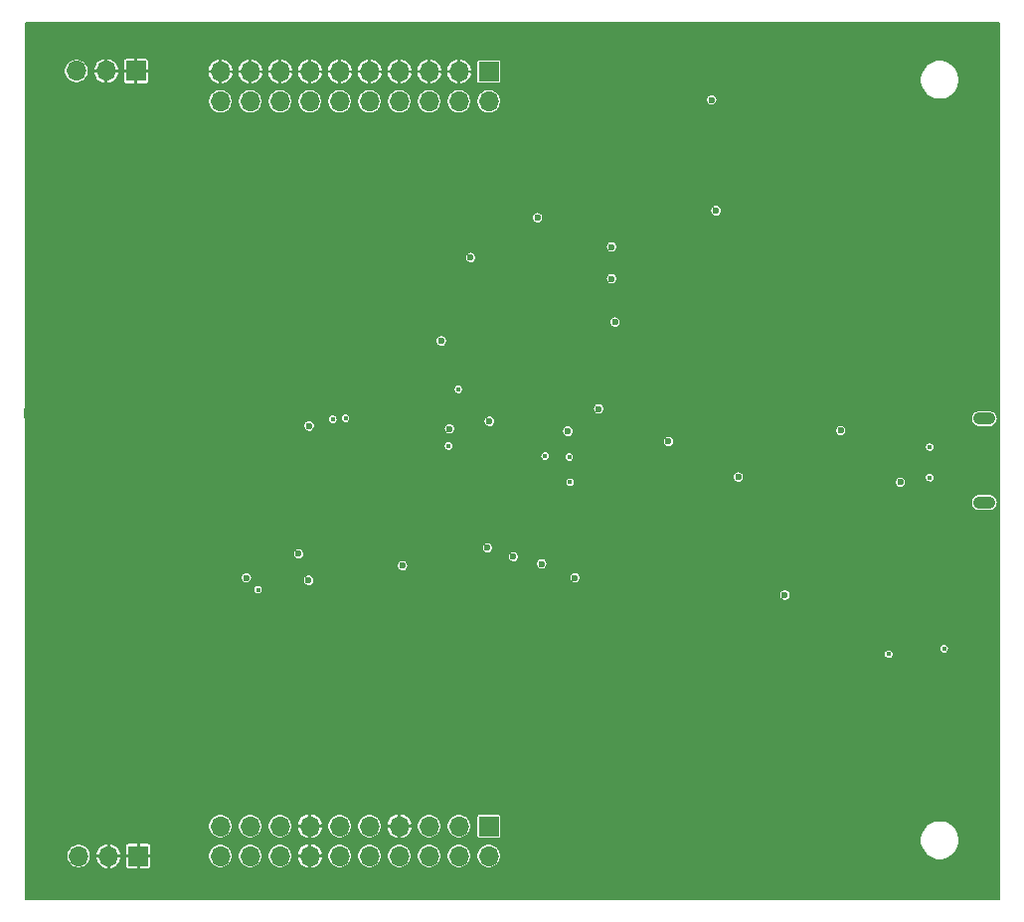
<source format=gbr>
%TF.GenerationSoftware,KiCad,Pcbnew,(5.1.9)-1*%
%TF.CreationDate,2021-08-26T02:42:55-04:00*%
%TF.ProjectId,CC2652_OnBoard,43433236-3532-45f4-9f6e-426f6172642e,rev?*%
%TF.SameCoordinates,Original*%
%TF.FileFunction,Copper,L2,Inr*%
%TF.FilePolarity,Positive*%
%FSLAX46Y46*%
G04 Gerber Fmt 4.6, Leading zero omitted, Abs format (unit mm)*
G04 Created by KiCad (PCBNEW (5.1.9)-1) date 2021-08-26 02:42:55*
%MOMM*%
%LPD*%
G01*
G04 APERTURE LIST*
%TA.AperFunction,ComponentPad*%
%ADD10R,0.500000X0.900000*%
%TD*%
%TA.AperFunction,ComponentPad*%
%ADD11O,1.900000X1.050000*%
%TD*%
%TA.AperFunction,ComponentPad*%
%ADD12O,1.700000X1.700000*%
%TD*%
%TA.AperFunction,ComponentPad*%
%ADD13R,1.700000X1.700000*%
%TD*%
%TA.AperFunction,ViaPad*%
%ADD14C,0.600000*%
%TD*%
%TA.AperFunction,ViaPad*%
%ADD15C,0.450000*%
%TD*%
%TA.AperFunction,Conductor*%
%ADD16C,0.127000*%
%TD*%
%TA.AperFunction,Conductor*%
%ADD17C,0.100000*%
%TD*%
G04 APERTURE END LIST*
D10*
%TO.N,GND*%
%TO.C,REF\u002A\u002A*%
X80150000Y-78400000D03*
%TD*%
D11*
%TO.N,N/C*%
%TO.C,USB_CONNECTOR_A1*%
X161650000Y-78825000D03*
X161650000Y-85975000D03*
%TD*%
D12*
%TO.N,USB_VBUS*%
%TO.C,PINS_PWR_IZQ1*%
X84320000Y-49200000D03*
%TO.N,GND*%
X86860000Y-49200000D03*
D13*
X89400000Y-49200000D03*
%TD*%
D12*
%TO.N,VDDS*%
%TO.C,PINS_PWR_DER1*%
X84520000Y-116100000D03*
%TO.N,GND*%
X87060000Y-116100000D03*
D13*
X89600000Y-116100000D03*
%TD*%
D12*
%TO.N,GPIO30*%
%TO.C,PINS_IZQ1*%
X96590000Y-51790000D03*
%TO.N,GND*%
X96590000Y-49250000D03*
%TO.N,GPIO29*%
X99130000Y-51790000D03*
%TO.N,GND*%
X99130000Y-49250000D03*
%TO.N,GPIO28*%
X101670000Y-51790000D03*
%TO.N,GND*%
X101670000Y-49250000D03*
%TO.N,GPIO27*%
X104210000Y-51790000D03*
%TO.N,GND*%
X104210000Y-49250000D03*
%TO.N,GPIO26*%
X106750000Y-51790000D03*
%TO.N,GND*%
X106750000Y-49250000D03*
%TO.N,GPIO23*%
X109290000Y-51790000D03*
%TO.N,GND*%
X109290000Y-49250000D03*
%TO.N,GPIO22*%
X111830000Y-51790000D03*
%TO.N,GND*%
X111830000Y-49250000D03*
%TO.N,GPIO21*%
X114370000Y-51790000D03*
%TO.N,GND*%
X114370000Y-49250000D03*
%TO.N,GPIO25*%
X116910000Y-51790000D03*
%TO.N,GND*%
X116910000Y-49250000D03*
%TO.N,GPIO24*%
X119450000Y-51790000D03*
D13*
%TO.N,USB_VBUS*%
X119450000Y-49250000D03*
%TD*%
D12*
%TO.N,GPIO0*%
%TO.C,PINS_DER1*%
X96590000Y-116090000D03*
%TO.N,GPIO1*%
X96590000Y-113550000D03*
%TO.N,GPIO2*%
X99130000Y-116090000D03*
%TO.N,GPIO3*%
X99130000Y-113550000D03*
%TO.N,GPIO4*%
X101670000Y-116090000D03*
%TO.N,GPIO5*%
X101670000Y-113550000D03*
%TO.N,GND*%
X104210000Y-116090000D03*
X104210000Y-113550000D03*
%TO.N,GPIO6*%
X106750000Y-116090000D03*
%TO.N,GPIO7*%
X106750000Y-113550000D03*
%TO.N,GPIO11*%
X109290000Y-116090000D03*
%TO.N,GPIO12*%
X109290000Y-113550000D03*
%TO.N,GPIO13*%
X111830000Y-116090000D03*
%TO.N,GND*%
X111830000Y-113550000D03*
%TO.N,GPIO14*%
X114370000Y-116090000D03*
%TO.N,GPIO15*%
X114370000Y-113550000D03*
%TO.N,JTAG_TCKC*%
X116910000Y-116090000D03*
%TO.N,JTAG_TMSC*%
X116910000Y-113550000D03*
%TO.N,GPIO17-JTDI*%
X119450000Y-116090000D03*
D13*
%TO.N,GPIO16-JTDO*%
X119450000Y-113550000D03*
%TD*%
D14*
%TO.N,*%
X119500000Y-79050000D03*
X126175000Y-79900000D03*
%TO.N,GND*%
X107500000Y-118850000D03*
X114700000Y-97275000D03*
X115450000Y-92425000D03*
X115725000Y-104425000D03*
X123025000Y-98850000D03*
%TO.N,*%
X138425000Y-51675000D03*
%TO.N,GND*%
X156675000Y-100550000D03*
X155800000Y-84000000D03*
X155025000Y-80425000D03*
X156475000Y-74750000D03*
X103500000Y-95300000D03*
X103400000Y-97900000D03*
X101600000Y-97900000D03*
X101600000Y-95300000D03*
X102500000Y-96600000D03*
X108000000Y-84000000D03*
X106700000Y-82700000D03*
X109300000Y-82700000D03*
X109300000Y-85300000D03*
X106700000Y-85300000D03*
X146900000Y-82400000D03*
X147700000Y-83300000D03*
X147700000Y-81500000D03*
X146000000Y-81500000D03*
X146000000Y-83300000D03*
X157000000Y-93450000D03*
X153800000Y-96250000D03*
X153800000Y-94250000D03*
X126400000Y-88000000D03*
X132100000Y-88000000D03*
X136250000Y-88200000D03*
X129200000Y-91400000D03*
X133875000Y-92600000D03*
X139075000Y-92400000D03*
X143425000Y-89175000D03*
X128600000Y-102100000D03*
X141225000Y-101950000D03*
X124900000Y-107800000D03*
X134175000Y-102050000D03*
X142000000Y-107525000D03*
X149575000Y-103800000D03*
X153750000Y-112075000D03*
X157025000Y-106875000D03*
X161575000Y-110950000D03*
X161400000Y-99000000D03*
X161400000Y-92600000D03*
X160125000Y-89225000D03*
X155675000Y-88500000D03*
X149300000Y-87025000D03*
X139100000Y-118650000D03*
X123850000Y-118600000D03*
X148600000Y-118700000D03*
X89800000Y-118600000D03*
X81600000Y-118600000D03*
X81800000Y-110400000D03*
X81800000Y-105400000D03*
X91850000Y-110200000D03*
X87500000Y-111100000D03*
X93350000Y-116375000D03*
X82225000Y-99525000D03*
X95550000Y-103100000D03*
X97375000Y-118900000D03*
X106175000Y-107800000D03*
X102850000Y-102875000D03*
X129600000Y-82400000D03*
X137925000Y-83550000D03*
X141300000Y-78925000D03*
X138725000Y-72325000D03*
X132800000Y-79125000D03*
X161000000Y-72600000D03*
X161450000Y-60050000D03*
X161275000Y-54500000D03*
X139400000Y-47175000D03*
X151825000Y-57475000D03*
X150375000Y-62475000D03*
X156275000Y-66650000D03*
X151975000Y-73350000D03*
X151725000Y-67175000D03*
X161100000Y-65925000D03*
X156550000Y-58425000D03*
X104950000Y-57375000D03*
X102900000Y-60750000D03*
X99975000Y-66025000D03*
X95125000Y-70300000D03*
X82100000Y-69900000D03*
X82100000Y-64900000D03*
X82000000Y-58800000D03*
X88950000Y-68650000D03*
X94900000Y-64175000D03*
X92625000Y-55225000D03*
X87675000Y-54675000D03*
X82000000Y-76400000D03*
X89250000Y-75900000D03*
X81800000Y-84800000D03*
X81700000Y-89200000D03*
X81800000Y-94500000D03*
X86450000Y-87250000D03*
X88475000Y-61925000D03*
X105350000Y-71200000D03*
X116425000Y-54975000D03*
X126950000Y-52600000D03*
X132050000Y-55225000D03*
X130875000Y-59875000D03*
X135900000Y-58600000D03*
X122000000Y-75000000D03*
X127200000Y-74800000D03*
X143450000Y-68825000D03*
X116000000Y-68600000D03*
X118025000Y-59300000D03*
X126900000Y-48100000D03*
X134375000Y-47275000D03*
X82200000Y-53200000D03*
X136900000Y-107525000D03*
X94925000Y-75450000D03*
X89300000Y-83900000D03*
X161350000Y-104550000D03*
X147850000Y-50750000D03*
%TO.N,RESET_N*%
X144660000Y-93860000D03*
X128800000Y-78000000D03*
%TO.N,VDDS*%
X138800000Y-61100000D03*
X123600000Y-61700000D03*
X117900000Y-65100000D03*
X116100000Y-79700000D03*
X104100000Y-92600000D03*
X129900000Y-64200000D03*
X129900000Y-66900000D03*
X112100000Y-91350000D03*
X103250000Y-90350000D03*
X98800000Y-92400000D03*
D15*
X107250000Y-78800000D03*
D14*
X134750000Y-80775000D03*
%TO.N,VDDR*%
X104150000Y-79450000D03*
D15*
X106162500Y-78887500D03*
X116025000Y-81150000D03*
%TO.N,Vin_CC2652*%
X158225000Y-98425000D03*
X153500000Y-98900000D03*
D14*
X140700000Y-83800000D03*
D15*
%TO.N,FLASH_nCS*%
X99800000Y-93400000D03*
X126375000Y-84250000D03*
D14*
%TO.N,JTAG_TMSC*%
X119337500Y-89837500D03*
%TO.N,JTAG_TCKC*%
X121537500Y-90587500D03*
%TO.N,GPIO16-JTDO*%
X123950000Y-91200000D03*
%TO.N,GPIO17-JTDI*%
X126787500Y-92387500D03*
D15*
%TO.N,GPIO21*%
X126300000Y-82100000D03*
%TO.N,GPIO22*%
X124250000Y-82025000D03*
D14*
%TO.N,GPIO25*%
X115400000Y-72200000D03*
X130200000Y-70600000D03*
D15*
%TO.N,GPIO23*%
X116850000Y-76325000D03*
D14*
%TO.N,USB_VBUS*%
X149425000Y-79850000D03*
X154500000Y-84250000D03*
D15*
%TO.N,USB_D-*%
X157000000Y-81250000D03*
X157000000Y-83850000D03*
%TD*%
D16*
%TO.N,GND*%
X162936500Y-119784500D02*
X80063500Y-119784500D01*
X80063500Y-115997520D01*
X83479500Y-115997520D01*
X83479500Y-116202480D01*
X83519485Y-116403503D01*
X83597920Y-116592862D01*
X83711791Y-116763280D01*
X83856720Y-116908209D01*
X84027138Y-117022080D01*
X84216497Y-117100515D01*
X84417520Y-117140500D01*
X84622480Y-117140500D01*
X84823503Y-117100515D01*
X85012862Y-117022080D01*
X85183280Y-116908209D01*
X85328209Y-116763280D01*
X85442080Y-116592862D01*
X85520515Y-116403503D01*
X85539084Y-116310147D01*
X85966509Y-116310147D01*
X86028518Y-116519439D01*
X86130166Y-116712612D01*
X86267547Y-116882242D01*
X86435382Y-117021811D01*
X86627220Y-117125956D01*
X86835690Y-117190674D01*
X86849853Y-117193490D01*
X87023500Y-117146989D01*
X87023500Y-116136500D01*
X87096500Y-116136500D01*
X87096500Y-117146989D01*
X87270147Y-117193490D01*
X87284310Y-117190674D01*
X87492780Y-117125956D01*
X87684618Y-117021811D01*
X87770972Y-116950000D01*
X88485225Y-116950000D01*
X88490313Y-117001655D01*
X88505380Y-117051325D01*
X88529848Y-117097101D01*
X88562776Y-117137224D01*
X88602899Y-117170152D01*
X88648675Y-117194620D01*
X88698345Y-117209687D01*
X88750000Y-117214775D01*
X89497625Y-117213500D01*
X89563500Y-117147625D01*
X89563500Y-116136500D01*
X89636500Y-116136500D01*
X89636500Y-117147625D01*
X89702375Y-117213500D01*
X90450000Y-117214775D01*
X90501655Y-117209687D01*
X90551325Y-117194620D01*
X90597101Y-117170152D01*
X90637224Y-117137224D01*
X90670152Y-117097101D01*
X90694620Y-117051325D01*
X90709687Y-117001655D01*
X90714775Y-116950000D01*
X90713500Y-116202375D01*
X90647625Y-116136500D01*
X89636500Y-116136500D01*
X89563500Y-116136500D01*
X88552375Y-116136500D01*
X88486500Y-116202375D01*
X88485225Y-116950000D01*
X87770972Y-116950000D01*
X87852453Y-116882242D01*
X87989834Y-116712612D01*
X88091482Y-116519439D01*
X88153491Y-116310147D01*
X88107028Y-116136500D01*
X87096500Y-116136500D01*
X87023500Y-116136500D01*
X86012972Y-116136500D01*
X85966509Y-116310147D01*
X85539084Y-116310147D01*
X85560500Y-116202480D01*
X85560500Y-115997520D01*
X85539085Y-115889853D01*
X85966509Y-115889853D01*
X86012972Y-116063500D01*
X87023500Y-116063500D01*
X87023500Y-115053011D01*
X87096500Y-115053011D01*
X87096500Y-116063500D01*
X88107028Y-116063500D01*
X88153491Y-115889853D01*
X88091482Y-115680561D01*
X87989834Y-115487388D01*
X87852453Y-115317758D01*
X87770973Y-115250000D01*
X88485225Y-115250000D01*
X88486500Y-115997625D01*
X88552375Y-116063500D01*
X89563500Y-116063500D01*
X89563500Y-115052375D01*
X89636500Y-115052375D01*
X89636500Y-116063500D01*
X90647625Y-116063500D01*
X90713500Y-115997625D01*
X90713517Y-115987520D01*
X95549500Y-115987520D01*
X95549500Y-116192480D01*
X95589485Y-116393503D01*
X95667920Y-116582862D01*
X95781791Y-116753280D01*
X95926720Y-116898209D01*
X96097138Y-117012080D01*
X96286497Y-117090515D01*
X96487520Y-117130500D01*
X96692480Y-117130500D01*
X96893503Y-117090515D01*
X97082862Y-117012080D01*
X97253280Y-116898209D01*
X97398209Y-116753280D01*
X97512080Y-116582862D01*
X97590515Y-116393503D01*
X97630500Y-116192480D01*
X97630500Y-115987520D01*
X98089500Y-115987520D01*
X98089500Y-116192480D01*
X98129485Y-116393503D01*
X98207920Y-116582862D01*
X98321791Y-116753280D01*
X98466720Y-116898209D01*
X98637138Y-117012080D01*
X98826497Y-117090515D01*
X99027520Y-117130500D01*
X99232480Y-117130500D01*
X99433503Y-117090515D01*
X99622862Y-117012080D01*
X99793280Y-116898209D01*
X99938209Y-116753280D01*
X100052080Y-116582862D01*
X100130515Y-116393503D01*
X100170500Y-116192480D01*
X100170500Y-115987520D01*
X100629500Y-115987520D01*
X100629500Y-116192480D01*
X100669485Y-116393503D01*
X100747920Y-116582862D01*
X100861791Y-116753280D01*
X101006720Y-116898209D01*
X101177138Y-117012080D01*
X101366497Y-117090515D01*
X101567520Y-117130500D01*
X101772480Y-117130500D01*
X101973503Y-117090515D01*
X102162862Y-117012080D01*
X102333280Y-116898209D01*
X102478209Y-116753280D01*
X102592080Y-116582862D01*
X102670515Y-116393503D01*
X102689084Y-116300147D01*
X103116509Y-116300147D01*
X103178518Y-116509439D01*
X103280166Y-116702612D01*
X103417547Y-116872242D01*
X103585382Y-117011811D01*
X103777220Y-117115956D01*
X103985690Y-117180674D01*
X103999853Y-117183490D01*
X104173500Y-117136989D01*
X104173500Y-116126500D01*
X104246500Y-116126500D01*
X104246500Y-117136989D01*
X104420147Y-117183490D01*
X104434310Y-117180674D01*
X104642780Y-117115956D01*
X104834618Y-117011811D01*
X105002453Y-116872242D01*
X105139834Y-116702612D01*
X105241482Y-116509439D01*
X105303491Y-116300147D01*
X105257028Y-116126500D01*
X104246500Y-116126500D01*
X104173500Y-116126500D01*
X103162972Y-116126500D01*
X103116509Y-116300147D01*
X102689084Y-116300147D01*
X102710500Y-116192480D01*
X102710500Y-115987520D01*
X102689085Y-115879853D01*
X103116509Y-115879853D01*
X103162972Y-116053500D01*
X104173500Y-116053500D01*
X104173500Y-115043011D01*
X104246500Y-115043011D01*
X104246500Y-116053500D01*
X105257028Y-116053500D01*
X105274682Y-115987520D01*
X105709500Y-115987520D01*
X105709500Y-116192480D01*
X105749485Y-116393503D01*
X105827920Y-116582862D01*
X105941791Y-116753280D01*
X106086720Y-116898209D01*
X106257138Y-117012080D01*
X106446497Y-117090515D01*
X106647520Y-117130500D01*
X106852480Y-117130500D01*
X107053503Y-117090515D01*
X107242862Y-117012080D01*
X107413280Y-116898209D01*
X107558209Y-116753280D01*
X107672080Y-116582862D01*
X107750515Y-116393503D01*
X107790500Y-116192480D01*
X107790500Y-115987520D01*
X108249500Y-115987520D01*
X108249500Y-116192480D01*
X108289485Y-116393503D01*
X108367920Y-116582862D01*
X108481791Y-116753280D01*
X108626720Y-116898209D01*
X108797138Y-117012080D01*
X108986497Y-117090515D01*
X109187520Y-117130500D01*
X109392480Y-117130500D01*
X109593503Y-117090515D01*
X109782862Y-117012080D01*
X109953280Y-116898209D01*
X110098209Y-116753280D01*
X110212080Y-116582862D01*
X110290515Y-116393503D01*
X110330500Y-116192480D01*
X110330500Y-115987520D01*
X110789500Y-115987520D01*
X110789500Y-116192480D01*
X110829485Y-116393503D01*
X110907920Y-116582862D01*
X111021791Y-116753280D01*
X111166720Y-116898209D01*
X111337138Y-117012080D01*
X111526497Y-117090515D01*
X111727520Y-117130500D01*
X111932480Y-117130500D01*
X112133503Y-117090515D01*
X112322862Y-117012080D01*
X112493280Y-116898209D01*
X112638209Y-116753280D01*
X112752080Y-116582862D01*
X112830515Y-116393503D01*
X112870500Y-116192480D01*
X112870500Y-115987520D01*
X113329500Y-115987520D01*
X113329500Y-116192480D01*
X113369485Y-116393503D01*
X113447920Y-116582862D01*
X113561791Y-116753280D01*
X113706720Y-116898209D01*
X113877138Y-117012080D01*
X114066497Y-117090515D01*
X114267520Y-117130500D01*
X114472480Y-117130500D01*
X114673503Y-117090515D01*
X114862862Y-117012080D01*
X115033280Y-116898209D01*
X115178209Y-116753280D01*
X115292080Y-116582862D01*
X115370515Y-116393503D01*
X115410500Y-116192480D01*
X115410500Y-115987520D01*
X115869500Y-115987520D01*
X115869500Y-116192480D01*
X115909485Y-116393503D01*
X115987920Y-116582862D01*
X116101791Y-116753280D01*
X116246720Y-116898209D01*
X116417138Y-117012080D01*
X116606497Y-117090515D01*
X116807520Y-117130500D01*
X117012480Y-117130500D01*
X117213503Y-117090515D01*
X117402862Y-117012080D01*
X117573280Y-116898209D01*
X117718209Y-116753280D01*
X117832080Y-116582862D01*
X117910515Y-116393503D01*
X117950500Y-116192480D01*
X117950500Y-115987520D01*
X118409500Y-115987520D01*
X118409500Y-116192480D01*
X118449485Y-116393503D01*
X118527920Y-116582862D01*
X118641791Y-116753280D01*
X118786720Y-116898209D01*
X118957138Y-117012080D01*
X119146497Y-117090515D01*
X119347520Y-117130500D01*
X119552480Y-117130500D01*
X119753503Y-117090515D01*
X119942862Y-117012080D01*
X120113280Y-116898209D01*
X120258209Y-116753280D01*
X120372080Y-116582862D01*
X120450515Y-116393503D01*
X120490500Y-116192480D01*
X120490500Y-115987520D01*
X120450515Y-115786497D01*
X120372080Y-115597138D01*
X120258209Y-115426720D01*
X120113280Y-115281791D01*
X119942862Y-115167920D01*
X119753503Y-115089485D01*
X119552480Y-115049500D01*
X119347520Y-115049500D01*
X119146497Y-115089485D01*
X118957138Y-115167920D01*
X118786720Y-115281791D01*
X118641791Y-115426720D01*
X118527920Y-115597138D01*
X118449485Y-115786497D01*
X118409500Y-115987520D01*
X117950500Y-115987520D01*
X117910515Y-115786497D01*
X117832080Y-115597138D01*
X117718209Y-115426720D01*
X117573280Y-115281791D01*
X117402862Y-115167920D01*
X117213503Y-115089485D01*
X117012480Y-115049500D01*
X116807520Y-115049500D01*
X116606497Y-115089485D01*
X116417138Y-115167920D01*
X116246720Y-115281791D01*
X116101791Y-115426720D01*
X115987920Y-115597138D01*
X115909485Y-115786497D01*
X115869500Y-115987520D01*
X115410500Y-115987520D01*
X115370515Y-115786497D01*
X115292080Y-115597138D01*
X115178209Y-115426720D01*
X115033280Y-115281791D01*
X114862862Y-115167920D01*
X114673503Y-115089485D01*
X114472480Y-115049500D01*
X114267520Y-115049500D01*
X114066497Y-115089485D01*
X113877138Y-115167920D01*
X113706720Y-115281791D01*
X113561791Y-115426720D01*
X113447920Y-115597138D01*
X113369485Y-115786497D01*
X113329500Y-115987520D01*
X112870500Y-115987520D01*
X112830515Y-115786497D01*
X112752080Y-115597138D01*
X112638209Y-115426720D01*
X112493280Y-115281791D01*
X112322862Y-115167920D01*
X112133503Y-115089485D01*
X111932480Y-115049500D01*
X111727520Y-115049500D01*
X111526497Y-115089485D01*
X111337138Y-115167920D01*
X111166720Y-115281791D01*
X111021791Y-115426720D01*
X110907920Y-115597138D01*
X110829485Y-115786497D01*
X110789500Y-115987520D01*
X110330500Y-115987520D01*
X110290515Y-115786497D01*
X110212080Y-115597138D01*
X110098209Y-115426720D01*
X109953280Y-115281791D01*
X109782862Y-115167920D01*
X109593503Y-115089485D01*
X109392480Y-115049500D01*
X109187520Y-115049500D01*
X108986497Y-115089485D01*
X108797138Y-115167920D01*
X108626720Y-115281791D01*
X108481791Y-115426720D01*
X108367920Y-115597138D01*
X108289485Y-115786497D01*
X108249500Y-115987520D01*
X107790500Y-115987520D01*
X107750515Y-115786497D01*
X107672080Y-115597138D01*
X107558209Y-115426720D01*
X107413280Y-115281791D01*
X107242862Y-115167920D01*
X107053503Y-115089485D01*
X106852480Y-115049500D01*
X106647520Y-115049500D01*
X106446497Y-115089485D01*
X106257138Y-115167920D01*
X106086720Y-115281791D01*
X105941791Y-115426720D01*
X105827920Y-115597138D01*
X105749485Y-115786497D01*
X105709500Y-115987520D01*
X105274682Y-115987520D01*
X105303491Y-115879853D01*
X105241482Y-115670561D01*
X105139834Y-115477388D01*
X105002453Y-115307758D01*
X104834618Y-115168189D01*
X104642780Y-115064044D01*
X104434310Y-114999326D01*
X104420147Y-114996510D01*
X104246500Y-115043011D01*
X104173500Y-115043011D01*
X103999853Y-114996510D01*
X103985690Y-114999326D01*
X103777220Y-115064044D01*
X103585382Y-115168189D01*
X103417547Y-115307758D01*
X103280166Y-115477388D01*
X103178518Y-115670561D01*
X103116509Y-115879853D01*
X102689085Y-115879853D01*
X102670515Y-115786497D01*
X102592080Y-115597138D01*
X102478209Y-115426720D01*
X102333280Y-115281791D01*
X102162862Y-115167920D01*
X101973503Y-115089485D01*
X101772480Y-115049500D01*
X101567520Y-115049500D01*
X101366497Y-115089485D01*
X101177138Y-115167920D01*
X101006720Y-115281791D01*
X100861791Y-115426720D01*
X100747920Y-115597138D01*
X100669485Y-115786497D01*
X100629500Y-115987520D01*
X100170500Y-115987520D01*
X100130515Y-115786497D01*
X100052080Y-115597138D01*
X99938209Y-115426720D01*
X99793280Y-115281791D01*
X99622862Y-115167920D01*
X99433503Y-115089485D01*
X99232480Y-115049500D01*
X99027520Y-115049500D01*
X98826497Y-115089485D01*
X98637138Y-115167920D01*
X98466720Y-115281791D01*
X98321791Y-115426720D01*
X98207920Y-115597138D01*
X98129485Y-115786497D01*
X98089500Y-115987520D01*
X97630500Y-115987520D01*
X97590515Y-115786497D01*
X97512080Y-115597138D01*
X97398209Y-115426720D01*
X97253280Y-115281791D01*
X97082862Y-115167920D01*
X96893503Y-115089485D01*
X96692480Y-115049500D01*
X96487520Y-115049500D01*
X96286497Y-115089485D01*
X96097138Y-115167920D01*
X95926720Y-115281791D01*
X95781791Y-115426720D01*
X95667920Y-115597138D01*
X95589485Y-115786497D01*
X95549500Y-115987520D01*
X90713517Y-115987520D01*
X90714775Y-115250000D01*
X90709687Y-115198345D01*
X90694620Y-115148675D01*
X90670152Y-115102899D01*
X90637224Y-115062776D01*
X90597101Y-115029848D01*
X90551325Y-115005380D01*
X90501655Y-114990313D01*
X90450000Y-114985225D01*
X89702375Y-114986500D01*
X89636500Y-115052375D01*
X89563500Y-115052375D01*
X89497625Y-114986500D01*
X88750000Y-114985225D01*
X88698345Y-114990313D01*
X88648675Y-115005380D01*
X88602899Y-115029848D01*
X88562776Y-115062776D01*
X88529848Y-115102899D01*
X88505380Y-115148675D01*
X88490313Y-115198345D01*
X88485225Y-115250000D01*
X87770973Y-115250000D01*
X87684618Y-115178189D01*
X87492780Y-115074044D01*
X87284310Y-115009326D01*
X87270147Y-115006510D01*
X87096500Y-115053011D01*
X87023500Y-115053011D01*
X86849853Y-115006510D01*
X86835690Y-115009326D01*
X86627220Y-115074044D01*
X86435382Y-115178189D01*
X86267547Y-115317758D01*
X86130166Y-115487388D01*
X86028518Y-115680561D01*
X85966509Y-115889853D01*
X85539085Y-115889853D01*
X85520515Y-115796497D01*
X85442080Y-115607138D01*
X85328209Y-115436720D01*
X85183280Y-115291791D01*
X85012862Y-115177920D01*
X84823503Y-115099485D01*
X84622480Y-115059500D01*
X84417520Y-115059500D01*
X84216497Y-115099485D01*
X84027138Y-115177920D01*
X83856720Y-115291791D01*
X83711791Y-115436720D01*
X83597920Y-115607138D01*
X83519485Y-115796497D01*
X83479500Y-115997520D01*
X80063500Y-115997520D01*
X80063500Y-113447520D01*
X95549500Y-113447520D01*
X95549500Y-113652480D01*
X95589485Y-113853503D01*
X95667920Y-114042862D01*
X95781791Y-114213280D01*
X95926720Y-114358209D01*
X96097138Y-114472080D01*
X96286497Y-114550515D01*
X96487520Y-114590500D01*
X96692480Y-114590500D01*
X96893503Y-114550515D01*
X97082862Y-114472080D01*
X97253280Y-114358209D01*
X97398209Y-114213280D01*
X97512080Y-114042862D01*
X97590515Y-113853503D01*
X97630500Y-113652480D01*
X97630500Y-113447520D01*
X98089500Y-113447520D01*
X98089500Y-113652480D01*
X98129485Y-113853503D01*
X98207920Y-114042862D01*
X98321791Y-114213280D01*
X98466720Y-114358209D01*
X98637138Y-114472080D01*
X98826497Y-114550515D01*
X99027520Y-114590500D01*
X99232480Y-114590500D01*
X99433503Y-114550515D01*
X99622862Y-114472080D01*
X99793280Y-114358209D01*
X99938209Y-114213280D01*
X100052080Y-114042862D01*
X100130515Y-113853503D01*
X100170500Y-113652480D01*
X100170500Y-113447520D01*
X100629500Y-113447520D01*
X100629500Y-113652480D01*
X100669485Y-113853503D01*
X100747920Y-114042862D01*
X100861791Y-114213280D01*
X101006720Y-114358209D01*
X101177138Y-114472080D01*
X101366497Y-114550515D01*
X101567520Y-114590500D01*
X101772480Y-114590500D01*
X101973503Y-114550515D01*
X102162862Y-114472080D01*
X102333280Y-114358209D01*
X102478209Y-114213280D01*
X102592080Y-114042862D01*
X102670515Y-113853503D01*
X102689084Y-113760147D01*
X103116509Y-113760147D01*
X103178518Y-113969439D01*
X103280166Y-114162612D01*
X103417547Y-114332242D01*
X103585382Y-114471811D01*
X103777220Y-114575956D01*
X103985690Y-114640674D01*
X103999853Y-114643490D01*
X104173500Y-114596989D01*
X104173500Y-113586500D01*
X104246500Y-113586500D01*
X104246500Y-114596989D01*
X104420147Y-114643490D01*
X104434310Y-114640674D01*
X104642780Y-114575956D01*
X104834618Y-114471811D01*
X105002453Y-114332242D01*
X105139834Y-114162612D01*
X105241482Y-113969439D01*
X105303491Y-113760147D01*
X105257028Y-113586500D01*
X104246500Y-113586500D01*
X104173500Y-113586500D01*
X103162972Y-113586500D01*
X103116509Y-113760147D01*
X102689084Y-113760147D01*
X102710500Y-113652480D01*
X102710500Y-113447520D01*
X102689085Y-113339853D01*
X103116509Y-113339853D01*
X103162972Y-113513500D01*
X104173500Y-113513500D01*
X104173500Y-112503011D01*
X104246500Y-112503011D01*
X104246500Y-113513500D01*
X105257028Y-113513500D01*
X105274682Y-113447520D01*
X105709500Y-113447520D01*
X105709500Y-113652480D01*
X105749485Y-113853503D01*
X105827920Y-114042862D01*
X105941791Y-114213280D01*
X106086720Y-114358209D01*
X106257138Y-114472080D01*
X106446497Y-114550515D01*
X106647520Y-114590500D01*
X106852480Y-114590500D01*
X107053503Y-114550515D01*
X107242862Y-114472080D01*
X107413280Y-114358209D01*
X107558209Y-114213280D01*
X107672080Y-114042862D01*
X107750515Y-113853503D01*
X107790500Y-113652480D01*
X107790500Y-113447520D01*
X108249500Y-113447520D01*
X108249500Y-113652480D01*
X108289485Y-113853503D01*
X108367920Y-114042862D01*
X108481791Y-114213280D01*
X108626720Y-114358209D01*
X108797138Y-114472080D01*
X108986497Y-114550515D01*
X109187520Y-114590500D01*
X109392480Y-114590500D01*
X109593503Y-114550515D01*
X109782862Y-114472080D01*
X109953280Y-114358209D01*
X110098209Y-114213280D01*
X110212080Y-114042862D01*
X110290515Y-113853503D01*
X110309084Y-113760147D01*
X110736509Y-113760147D01*
X110798518Y-113969439D01*
X110900166Y-114162612D01*
X111037547Y-114332242D01*
X111205382Y-114471811D01*
X111397220Y-114575956D01*
X111605690Y-114640674D01*
X111619853Y-114643490D01*
X111793500Y-114596989D01*
X111793500Y-113586500D01*
X111866500Y-113586500D01*
X111866500Y-114596989D01*
X112040147Y-114643490D01*
X112054310Y-114640674D01*
X112262780Y-114575956D01*
X112454618Y-114471811D01*
X112622453Y-114332242D01*
X112759834Y-114162612D01*
X112861482Y-113969439D01*
X112923491Y-113760147D01*
X112877028Y-113586500D01*
X111866500Y-113586500D01*
X111793500Y-113586500D01*
X110782972Y-113586500D01*
X110736509Y-113760147D01*
X110309084Y-113760147D01*
X110330500Y-113652480D01*
X110330500Y-113447520D01*
X110309085Y-113339853D01*
X110736509Y-113339853D01*
X110782972Y-113513500D01*
X111793500Y-113513500D01*
X111793500Y-112503011D01*
X111866500Y-112503011D01*
X111866500Y-113513500D01*
X112877028Y-113513500D01*
X112894682Y-113447520D01*
X113329500Y-113447520D01*
X113329500Y-113652480D01*
X113369485Y-113853503D01*
X113447920Y-114042862D01*
X113561791Y-114213280D01*
X113706720Y-114358209D01*
X113877138Y-114472080D01*
X114066497Y-114550515D01*
X114267520Y-114590500D01*
X114472480Y-114590500D01*
X114673503Y-114550515D01*
X114862862Y-114472080D01*
X115033280Y-114358209D01*
X115178209Y-114213280D01*
X115292080Y-114042862D01*
X115370515Y-113853503D01*
X115410500Y-113652480D01*
X115410500Y-113447520D01*
X115869500Y-113447520D01*
X115869500Y-113652480D01*
X115909485Y-113853503D01*
X115987920Y-114042862D01*
X116101791Y-114213280D01*
X116246720Y-114358209D01*
X116417138Y-114472080D01*
X116606497Y-114550515D01*
X116807520Y-114590500D01*
X117012480Y-114590500D01*
X117213503Y-114550515D01*
X117402862Y-114472080D01*
X117573280Y-114358209D01*
X117718209Y-114213280D01*
X117832080Y-114042862D01*
X117910515Y-113853503D01*
X117950500Y-113652480D01*
X117950500Y-113447520D01*
X117910515Y-113246497D01*
X117832080Y-113057138D01*
X117718209Y-112886720D01*
X117573280Y-112741791D01*
X117510737Y-112700000D01*
X118408579Y-112700000D01*
X118408579Y-114400000D01*
X118412257Y-114437344D01*
X118423150Y-114473254D01*
X118440839Y-114506348D01*
X118464645Y-114535355D01*
X118493652Y-114559161D01*
X118526746Y-114576850D01*
X118562656Y-114587743D01*
X118600000Y-114591421D01*
X120300000Y-114591421D01*
X120337344Y-114587743D01*
X120351331Y-114583500D01*
X156159500Y-114583500D01*
X156159500Y-114916500D01*
X156224465Y-115243101D01*
X156351898Y-115550752D01*
X156536903Y-115827631D01*
X156772369Y-116063097D01*
X157049248Y-116248102D01*
X157356899Y-116375535D01*
X157683500Y-116440500D01*
X158016500Y-116440500D01*
X158343101Y-116375535D01*
X158650752Y-116248102D01*
X158927631Y-116063097D01*
X159163097Y-115827631D01*
X159348102Y-115550752D01*
X159475535Y-115243101D01*
X159540500Y-114916500D01*
X159540500Y-114583500D01*
X159475535Y-114256899D01*
X159348102Y-113949248D01*
X159163097Y-113672369D01*
X158927631Y-113436903D01*
X158650752Y-113251898D01*
X158343101Y-113124465D01*
X158016500Y-113059500D01*
X157683500Y-113059500D01*
X157356899Y-113124465D01*
X157049248Y-113251898D01*
X156772369Y-113436903D01*
X156536903Y-113672369D01*
X156351898Y-113949248D01*
X156224465Y-114256899D01*
X156159500Y-114583500D01*
X120351331Y-114583500D01*
X120373254Y-114576850D01*
X120406348Y-114559161D01*
X120435355Y-114535355D01*
X120459161Y-114506348D01*
X120476850Y-114473254D01*
X120487743Y-114437344D01*
X120491421Y-114400000D01*
X120491421Y-112700000D01*
X120487743Y-112662656D01*
X120476850Y-112626746D01*
X120459161Y-112593652D01*
X120435355Y-112564645D01*
X120406348Y-112540839D01*
X120373254Y-112523150D01*
X120337344Y-112512257D01*
X120300000Y-112508579D01*
X118600000Y-112508579D01*
X118562656Y-112512257D01*
X118526746Y-112523150D01*
X118493652Y-112540839D01*
X118464645Y-112564645D01*
X118440839Y-112593652D01*
X118423150Y-112626746D01*
X118412257Y-112662656D01*
X118408579Y-112700000D01*
X117510737Y-112700000D01*
X117402862Y-112627920D01*
X117213503Y-112549485D01*
X117012480Y-112509500D01*
X116807520Y-112509500D01*
X116606497Y-112549485D01*
X116417138Y-112627920D01*
X116246720Y-112741791D01*
X116101791Y-112886720D01*
X115987920Y-113057138D01*
X115909485Y-113246497D01*
X115869500Y-113447520D01*
X115410500Y-113447520D01*
X115370515Y-113246497D01*
X115292080Y-113057138D01*
X115178209Y-112886720D01*
X115033280Y-112741791D01*
X114862862Y-112627920D01*
X114673503Y-112549485D01*
X114472480Y-112509500D01*
X114267520Y-112509500D01*
X114066497Y-112549485D01*
X113877138Y-112627920D01*
X113706720Y-112741791D01*
X113561791Y-112886720D01*
X113447920Y-113057138D01*
X113369485Y-113246497D01*
X113329500Y-113447520D01*
X112894682Y-113447520D01*
X112923491Y-113339853D01*
X112861482Y-113130561D01*
X112759834Y-112937388D01*
X112622453Y-112767758D01*
X112454618Y-112628189D01*
X112262780Y-112524044D01*
X112054310Y-112459326D01*
X112040147Y-112456510D01*
X111866500Y-112503011D01*
X111793500Y-112503011D01*
X111619853Y-112456510D01*
X111605690Y-112459326D01*
X111397220Y-112524044D01*
X111205382Y-112628189D01*
X111037547Y-112767758D01*
X110900166Y-112937388D01*
X110798518Y-113130561D01*
X110736509Y-113339853D01*
X110309085Y-113339853D01*
X110290515Y-113246497D01*
X110212080Y-113057138D01*
X110098209Y-112886720D01*
X109953280Y-112741791D01*
X109782862Y-112627920D01*
X109593503Y-112549485D01*
X109392480Y-112509500D01*
X109187520Y-112509500D01*
X108986497Y-112549485D01*
X108797138Y-112627920D01*
X108626720Y-112741791D01*
X108481791Y-112886720D01*
X108367920Y-113057138D01*
X108289485Y-113246497D01*
X108249500Y-113447520D01*
X107790500Y-113447520D01*
X107750515Y-113246497D01*
X107672080Y-113057138D01*
X107558209Y-112886720D01*
X107413280Y-112741791D01*
X107242862Y-112627920D01*
X107053503Y-112549485D01*
X106852480Y-112509500D01*
X106647520Y-112509500D01*
X106446497Y-112549485D01*
X106257138Y-112627920D01*
X106086720Y-112741791D01*
X105941791Y-112886720D01*
X105827920Y-113057138D01*
X105749485Y-113246497D01*
X105709500Y-113447520D01*
X105274682Y-113447520D01*
X105303491Y-113339853D01*
X105241482Y-113130561D01*
X105139834Y-112937388D01*
X105002453Y-112767758D01*
X104834618Y-112628189D01*
X104642780Y-112524044D01*
X104434310Y-112459326D01*
X104420147Y-112456510D01*
X104246500Y-112503011D01*
X104173500Y-112503011D01*
X103999853Y-112456510D01*
X103985690Y-112459326D01*
X103777220Y-112524044D01*
X103585382Y-112628189D01*
X103417547Y-112767758D01*
X103280166Y-112937388D01*
X103178518Y-113130561D01*
X103116509Y-113339853D01*
X102689085Y-113339853D01*
X102670515Y-113246497D01*
X102592080Y-113057138D01*
X102478209Y-112886720D01*
X102333280Y-112741791D01*
X102162862Y-112627920D01*
X101973503Y-112549485D01*
X101772480Y-112509500D01*
X101567520Y-112509500D01*
X101366497Y-112549485D01*
X101177138Y-112627920D01*
X101006720Y-112741791D01*
X100861791Y-112886720D01*
X100747920Y-113057138D01*
X100669485Y-113246497D01*
X100629500Y-113447520D01*
X100170500Y-113447520D01*
X100130515Y-113246497D01*
X100052080Y-113057138D01*
X99938209Y-112886720D01*
X99793280Y-112741791D01*
X99622862Y-112627920D01*
X99433503Y-112549485D01*
X99232480Y-112509500D01*
X99027520Y-112509500D01*
X98826497Y-112549485D01*
X98637138Y-112627920D01*
X98466720Y-112741791D01*
X98321791Y-112886720D01*
X98207920Y-113057138D01*
X98129485Y-113246497D01*
X98089500Y-113447520D01*
X97630500Y-113447520D01*
X97590515Y-113246497D01*
X97512080Y-113057138D01*
X97398209Y-112886720D01*
X97253280Y-112741791D01*
X97082862Y-112627920D01*
X96893503Y-112549485D01*
X96692480Y-112509500D01*
X96487520Y-112509500D01*
X96286497Y-112549485D01*
X96097138Y-112627920D01*
X95926720Y-112741791D01*
X95781791Y-112886720D01*
X95667920Y-113057138D01*
X95589485Y-113246497D01*
X95549500Y-113447520D01*
X80063500Y-113447520D01*
X80063500Y-98859077D01*
X153084500Y-98859077D01*
X153084500Y-98940923D01*
X153100468Y-99021197D01*
X153131789Y-99096813D01*
X153177260Y-99164866D01*
X153235134Y-99222740D01*
X153303187Y-99268211D01*
X153378803Y-99299532D01*
X153459077Y-99315500D01*
X153540923Y-99315500D01*
X153621197Y-99299532D01*
X153696813Y-99268211D01*
X153764866Y-99222740D01*
X153822740Y-99164866D01*
X153868211Y-99096813D01*
X153899532Y-99021197D01*
X153915500Y-98940923D01*
X153915500Y-98859077D01*
X153899532Y-98778803D01*
X153868211Y-98703187D01*
X153822740Y-98635134D01*
X153764866Y-98577260D01*
X153696813Y-98531789D01*
X153621197Y-98500468D01*
X153540923Y-98484500D01*
X153459077Y-98484500D01*
X153378803Y-98500468D01*
X153303187Y-98531789D01*
X153235134Y-98577260D01*
X153177260Y-98635134D01*
X153131789Y-98703187D01*
X153100468Y-98778803D01*
X153084500Y-98859077D01*
X80063500Y-98859077D01*
X80063500Y-98384077D01*
X157809500Y-98384077D01*
X157809500Y-98465923D01*
X157825468Y-98546197D01*
X157856789Y-98621813D01*
X157902260Y-98689866D01*
X157960134Y-98747740D01*
X158028187Y-98793211D01*
X158103803Y-98824532D01*
X158184077Y-98840500D01*
X158265923Y-98840500D01*
X158346197Y-98824532D01*
X158421813Y-98793211D01*
X158489866Y-98747740D01*
X158547740Y-98689866D01*
X158593211Y-98621813D01*
X158624532Y-98546197D01*
X158640500Y-98465923D01*
X158640500Y-98384077D01*
X158624532Y-98303803D01*
X158593211Y-98228187D01*
X158547740Y-98160134D01*
X158489866Y-98102260D01*
X158421813Y-98056789D01*
X158346197Y-98025468D01*
X158265923Y-98009500D01*
X158184077Y-98009500D01*
X158103803Y-98025468D01*
X158028187Y-98056789D01*
X157960134Y-98102260D01*
X157902260Y-98160134D01*
X157856789Y-98228187D01*
X157825468Y-98303803D01*
X157809500Y-98384077D01*
X80063500Y-98384077D01*
X80063500Y-93359077D01*
X99384500Y-93359077D01*
X99384500Y-93440923D01*
X99400468Y-93521197D01*
X99431789Y-93596813D01*
X99477260Y-93664866D01*
X99535134Y-93722740D01*
X99603187Y-93768211D01*
X99678803Y-93799532D01*
X99759077Y-93815500D01*
X99840923Y-93815500D01*
X99860076Y-93811690D01*
X144169500Y-93811690D01*
X144169500Y-93908310D01*
X144188350Y-94003073D01*
X144225325Y-94092339D01*
X144279004Y-94172675D01*
X144347325Y-94240996D01*
X144427661Y-94294675D01*
X144516927Y-94331650D01*
X144611690Y-94350500D01*
X144708310Y-94350500D01*
X144803073Y-94331650D01*
X144892339Y-94294675D01*
X144972675Y-94240996D01*
X145040996Y-94172675D01*
X145094675Y-94092339D01*
X145131650Y-94003073D01*
X145150500Y-93908310D01*
X145150500Y-93811690D01*
X145131650Y-93716927D01*
X145094675Y-93627661D01*
X145040996Y-93547325D01*
X144972675Y-93479004D01*
X144892339Y-93425325D01*
X144803073Y-93388350D01*
X144708310Y-93369500D01*
X144611690Y-93369500D01*
X144516927Y-93388350D01*
X144427661Y-93425325D01*
X144347325Y-93479004D01*
X144279004Y-93547325D01*
X144225325Y-93627661D01*
X144188350Y-93716927D01*
X144169500Y-93811690D01*
X99860076Y-93811690D01*
X99921197Y-93799532D01*
X99996813Y-93768211D01*
X100064866Y-93722740D01*
X100122740Y-93664866D01*
X100168211Y-93596813D01*
X100199532Y-93521197D01*
X100215500Y-93440923D01*
X100215500Y-93359077D01*
X100199532Y-93278803D01*
X100168211Y-93203187D01*
X100122740Y-93135134D01*
X100064866Y-93077260D01*
X99996813Y-93031789D01*
X99921197Y-93000468D01*
X99840923Y-92984500D01*
X99759077Y-92984500D01*
X99678803Y-93000468D01*
X99603187Y-93031789D01*
X99535134Y-93077260D01*
X99477260Y-93135134D01*
X99431789Y-93203187D01*
X99400468Y-93278803D01*
X99384500Y-93359077D01*
X80063500Y-93359077D01*
X80063500Y-92351690D01*
X98309500Y-92351690D01*
X98309500Y-92448310D01*
X98328350Y-92543073D01*
X98365325Y-92632339D01*
X98419004Y-92712675D01*
X98487325Y-92780996D01*
X98567661Y-92834675D01*
X98656927Y-92871650D01*
X98751690Y-92890500D01*
X98848310Y-92890500D01*
X98943073Y-92871650D01*
X99032339Y-92834675D01*
X99112675Y-92780996D01*
X99180996Y-92712675D01*
X99234675Y-92632339D01*
X99268080Y-92551690D01*
X103609500Y-92551690D01*
X103609500Y-92648310D01*
X103628350Y-92743073D01*
X103665325Y-92832339D01*
X103719004Y-92912675D01*
X103787325Y-92980996D01*
X103867661Y-93034675D01*
X103956927Y-93071650D01*
X104051690Y-93090500D01*
X104148310Y-93090500D01*
X104243073Y-93071650D01*
X104332339Y-93034675D01*
X104412675Y-92980996D01*
X104480996Y-92912675D01*
X104534675Y-92832339D01*
X104571650Y-92743073D01*
X104590500Y-92648310D01*
X104590500Y-92551690D01*
X104571650Y-92456927D01*
X104534675Y-92367661D01*
X104515652Y-92339190D01*
X126297000Y-92339190D01*
X126297000Y-92435810D01*
X126315850Y-92530573D01*
X126352825Y-92619839D01*
X126406504Y-92700175D01*
X126474825Y-92768496D01*
X126555161Y-92822175D01*
X126644427Y-92859150D01*
X126739190Y-92878000D01*
X126835810Y-92878000D01*
X126930573Y-92859150D01*
X127019839Y-92822175D01*
X127100175Y-92768496D01*
X127168496Y-92700175D01*
X127222175Y-92619839D01*
X127259150Y-92530573D01*
X127278000Y-92435810D01*
X127278000Y-92339190D01*
X127259150Y-92244427D01*
X127222175Y-92155161D01*
X127168496Y-92074825D01*
X127100175Y-92006504D01*
X127019839Y-91952825D01*
X126930573Y-91915850D01*
X126835810Y-91897000D01*
X126739190Y-91897000D01*
X126644427Y-91915850D01*
X126555161Y-91952825D01*
X126474825Y-92006504D01*
X126406504Y-92074825D01*
X126352825Y-92155161D01*
X126315850Y-92244427D01*
X126297000Y-92339190D01*
X104515652Y-92339190D01*
X104480996Y-92287325D01*
X104412675Y-92219004D01*
X104332339Y-92165325D01*
X104243073Y-92128350D01*
X104148310Y-92109500D01*
X104051690Y-92109500D01*
X103956927Y-92128350D01*
X103867661Y-92165325D01*
X103787325Y-92219004D01*
X103719004Y-92287325D01*
X103665325Y-92367661D01*
X103628350Y-92456927D01*
X103609500Y-92551690D01*
X99268080Y-92551690D01*
X99271650Y-92543073D01*
X99290500Y-92448310D01*
X99290500Y-92351690D01*
X99271650Y-92256927D01*
X99234675Y-92167661D01*
X99180996Y-92087325D01*
X99112675Y-92019004D01*
X99032339Y-91965325D01*
X98943073Y-91928350D01*
X98848310Y-91909500D01*
X98751690Y-91909500D01*
X98656927Y-91928350D01*
X98567661Y-91965325D01*
X98487325Y-92019004D01*
X98419004Y-92087325D01*
X98365325Y-92167661D01*
X98328350Y-92256927D01*
X98309500Y-92351690D01*
X80063500Y-92351690D01*
X80063500Y-91301690D01*
X111609500Y-91301690D01*
X111609500Y-91398310D01*
X111628350Y-91493073D01*
X111665325Y-91582339D01*
X111719004Y-91662675D01*
X111787325Y-91730996D01*
X111867661Y-91784675D01*
X111956927Y-91821650D01*
X112051690Y-91840500D01*
X112148310Y-91840500D01*
X112243073Y-91821650D01*
X112332339Y-91784675D01*
X112412675Y-91730996D01*
X112480996Y-91662675D01*
X112534675Y-91582339D01*
X112571650Y-91493073D01*
X112590500Y-91398310D01*
X112590500Y-91301690D01*
X112571650Y-91206927D01*
X112548771Y-91151690D01*
X123459500Y-91151690D01*
X123459500Y-91248310D01*
X123478350Y-91343073D01*
X123515325Y-91432339D01*
X123569004Y-91512675D01*
X123637325Y-91580996D01*
X123717661Y-91634675D01*
X123806927Y-91671650D01*
X123901690Y-91690500D01*
X123998310Y-91690500D01*
X124093073Y-91671650D01*
X124182339Y-91634675D01*
X124262675Y-91580996D01*
X124330996Y-91512675D01*
X124384675Y-91432339D01*
X124421650Y-91343073D01*
X124440500Y-91248310D01*
X124440500Y-91151690D01*
X124421650Y-91056927D01*
X124384675Y-90967661D01*
X124330996Y-90887325D01*
X124262675Y-90819004D01*
X124182339Y-90765325D01*
X124093073Y-90728350D01*
X123998310Y-90709500D01*
X123901690Y-90709500D01*
X123806927Y-90728350D01*
X123717661Y-90765325D01*
X123637325Y-90819004D01*
X123569004Y-90887325D01*
X123515325Y-90967661D01*
X123478350Y-91056927D01*
X123459500Y-91151690D01*
X112548771Y-91151690D01*
X112534675Y-91117661D01*
X112480996Y-91037325D01*
X112412675Y-90969004D01*
X112332339Y-90915325D01*
X112243073Y-90878350D01*
X112148310Y-90859500D01*
X112051690Y-90859500D01*
X111956927Y-90878350D01*
X111867661Y-90915325D01*
X111787325Y-90969004D01*
X111719004Y-91037325D01*
X111665325Y-91117661D01*
X111628350Y-91206927D01*
X111609500Y-91301690D01*
X80063500Y-91301690D01*
X80063500Y-90301690D01*
X102759500Y-90301690D01*
X102759500Y-90398310D01*
X102778350Y-90493073D01*
X102815325Y-90582339D01*
X102869004Y-90662675D01*
X102937325Y-90730996D01*
X103017661Y-90784675D01*
X103106927Y-90821650D01*
X103201690Y-90840500D01*
X103298310Y-90840500D01*
X103393073Y-90821650D01*
X103482339Y-90784675D01*
X103562675Y-90730996D01*
X103630996Y-90662675D01*
X103684675Y-90582339D01*
X103702547Y-90539190D01*
X121047000Y-90539190D01*
X121047000Y-90635810D01*
X121065850Y-90730573D01*
X121102825Y-90819839D01*
X121156504Y-90900175D01*
X121224825Y-90968496D01*
X121305161Y-91022175D01*
X121394427Y-91059150D01*
X121489190Y-91078000D01*
X121585810Y-91078000D01*
X121680573Y-91059150D01*
X121769839Y-91022175D01*
X121850175Y-90968496D01*
X121918496Y-90900175D01*
X121972175Y-90819839D01*
X122009150Y-90730573D01*
X122028000Y-90635810D01*
X122028000Y-90539190D01*
X122009150Y-90444427D01*
X121972175Y-90355161D01*
X121918496Y-90274825D01*
X121850175Y-90206504D01*
X121769839Y-90152825D01*
X121680573Y-90115850D01*
X121585810Y-90097000D01*
X121489190Y-90097000D01*
X121394427Y-90115850D01*
X121305161Y-90152825D01*
X121224825Y-90206504D01*
X121156504Y-90274825D01*
X121102825Y-90355161D01*
X121065850Y-90444427D01*
X121047000Y-90539190D01*
X103702547Y-90539190D01*
X103721650Y-90493073D01*
X103740500Y-90398310D01*
X103740500Y-90301690D01*
X103721650Y-90206927D01*
X103684675Y-90117661D01*
X103630996Y-90037325D01*
X103562675Y-89969004D01*
X103482339Y-89915325D01*
X103393073Y-89878350D01*
X103298310Y-89859500D01*
X103201690Y-89859500D01*
X103106927Y-89878350D01*
X103017661Y-89915325D01*
X102937325Y-89969004D01*
X102869004Y-90037325D01*
X102815325Y-90117661D01*
X102778350Y-90206927D01*
X102759500Y-90301690D01*
X80063500Y-90301690D01*
X80063500Y-89789190D01*
X118847000Y-89789190D01*
X118847000Y-89885810D01*
X118865850Y-89980573D01*
X118902825Y-90069839D01*
X118956504Y-90150175D01*
X119024825Y-90218496D01*
X119105161Y-90272175D01*
X119194427Y-90309150D01*
X119289190Y-90328000D01*
X119385810Y-90328000D01*
X119480573Y-90309150D01*
X119569839Y-90272175D01*
X119650175Y-90218496D01*
X119718496Y-90150175D01*
X119772175Y-90069839D01*
X119809150Y-89980573D01*
X119828000Y-89885810D01*
X119828000Y-89789190D01*
X119809150Y-89694427D01*
X119772175Y-89605161D01*
X119718496Y-89524825D01*
X119650175Y-89456504D01*
X119569839Y-89402825D01*
X119480573Y-89365850D01*
X119385810Y-89347000D01*
X119289190Y-89347000D01*
X119194427Y-89365850D01*
X119105161Y-89402825D01*
X119024825Y-89456504D01*
X118956504Y-89524825D01*
X118902825Y-89605161D01*
X118865850Y-89694427D01*
X118847000Y-89789190D01*
X80063500Y-89789190D01*
X80063500Y-85975000D01*
X160506039Y-85975000D01*
X160519854Y-86115262D01*
X160560767Y-86250134D01*
X160627206Y-86374433D01*
X160716618Y-86483382D01*
X160825567Y-86572794D01*
X160949866Y-86639233D01*
X161084738Y-86680146D01*
X161189861Y-86690500D01*
X162110139Y-86690500D01*
X162215262Y-86680146D01*
X162350134Y-86639233D01*
X162474433Y-86572794D01*
X162583382Y-86483382D01*
X162672794Y-86374433D01*
X162739233Y-86250134D01*
X162780146Y-86115262D01*
X162793961Y-85975000D01*
X162780146Y-85834738D01*
X162739233Y-85699866D01*
X162672794Y-85575567D01*
X162583382Y-85466618D01*
X162474433Y-85377206D01*
X162350134Y-85310767D01*
X162215262Y-85269854D01*
X162110139Y-85259500D01*
X161189861Y-85259500D01*
X161084738Y-85269854D01*
X160949866Y-85310767D01*
X160825567Y-85377206D01*
X160716618Y-85466618D01*
X160627206Y-85575567D01*
X160560767Y-85699866D01*
X160519854Y-85834738D01*
X160506039Y-85975000D01*
X80063500Y-85975000D01*
X80063500Y-84209077D01*
X125959500Y-84209077D01*
X125959500Y-84290923D01*
X125975468Y-84371197D01*
X126006789Y-84446813D01*
X126052260Y-84514866D01*
X126110134Y-84572740D01*
X126178187Y-84618211D01*
X126253803Y-84649532D01*
X126334077Y-84665500D01*
X126415923Y-84665500D01*
X126496197Y-84649532D01*
X126571813Y-84618211D01*
X126639866Y-84572740D01*
X126697740Y-84514866D01*
X126743211Y-84446813D01*
X126774532Y-84371197D01*
X126790500Y-84290923D01*
X126790500Y-84209077D01*
X126774532Y-84128803D01*
X126743211Y-84053187D01*
X126697740Y-83985134D01*
X126639866Y-83927260D01*
X126571813Y-83881789D01*
X126496197Y-83850468D01*
X126415923Y-83834500D01*
X126334077Y-83834500D01*
X126253803Y-83850468D01*
X126178187Y-83881789D01*
X126110134Y-83927260D01*
X126052260Y-83985134D01*
X126006789Y-84053187D01*
X125975468Y-84128803D01*
X125959500Y-84209077D01*
X80063500Y-84209077D01*
X80063500Y-83751690D01*
X140209500Y-83751690D01*
X140209500Y-83848310D01*
X140228350Y-83943073D01*
X140265325Y-84032339D01*
X140319004Y-84112675D01*
X140387325Y-84180996D01*
X140467661Y-84234675D01*
X140556927Y-84271650D01*
X140651690Y-84290500D01*
X140748310Y-84290500D01*
X140843073Y-84271650D01*
X140932339Y-84234675D01*
X140981704Y-84201690D01*
X154009500Y-84201690D01*
X154009500Y-84298310D01*
X154028350Y-84393073D01*
X154065325Y-84482339D01*
X154119004Y-84562675D01*
X154187325Y-84630996D01*
X154267661Y-84684675D01*
X154356927Y-84721650D01*
X154451690Y-84740500D01*
X154548310Y-84740500D01*
X154643073Y-84721650D01*
X154732339Y-84684675D01*
X154812675Y-84630996D01*
X154880996Y-84562675D01*
X154934675Y-84482339D01*
X154971650Y-84393073D01*
X154990500Y-84298310D01*
X154990500Y-84201690D01*
X154971650Y-84106927D01*
X154934675Y-84017661D01*
X154880996Y-83937325D01*
X154812675Y-83869004D01*
X154732339Y-83815325D01*
X154717255Y-83809077D01*
X156584500Y-83809077D01*
X156584500Y-83890923D01*
X156600468Y-83971197D01*
X156631789Y-84046813D01*
X156677260Y-84114866D01*
X156735134Y-84172740D01*
X156803187Y-84218211D01*
X156878803Y-84249532D01*
X156959077Y-84265500D01*
X157040923Y-84265500D01*
X157121197Y-84249532D01*
X157196813Y-84218211D01*
X157264866Y-84172740D01*
X157322740Y-84114866D01*
X157368211Y-84046813D01*
X157399532Y-83971197D01*
X157415500Y-83890923D01*
X157415500Y-83809077D01*
X157399532Y-83728803D01*
X157368211Y-83653187D01*
X157322740Y-83585134D01*
X157264866Y-83527260D01*
X157196813Y-83481789D01*
X157121197Y-83450468D01*
X157040923Y-83434500D01*
X156959077Y-83434500D01*
X156878803Y-83450468D01*
X156803187Y-83481789D01*
X156735134Y-83527260D01*
X156677260Y-83585134D01*
X156631789Y-83653187D01*
X156600468Y-83728803D01*
X156584500Y-83809077D01*
X154717255Y-83809077D01*
X154643073Y-83778350D01*
X154548310Y-83759500D01*
X154451690Y-83759500D01*
X154356927Y-83778350D01*
X154267661Y-83815325D01*
X154187325Y-83869004D01*
X154119004Y-83937325D01*
X154065325Y-84017661D01*
X154028350Y-84106927D01*
X154009500Y-84201690D01*
X140981704Y-84201690D01*
X141012675Y-84180996D01*
X141080996Y-84112675D01*
X141134675Y-84032339D01*
X141171650Y-83943073D01*
X141190500Y-83848310D01*
X141190500Y-83751690D01*
X141171650Y-83656927D01*
X141134675Y-83567661D01*
X141080996Y-83487325D01*
X141012675Y-83419004D01*
X140932339Y-83365325D01*
X140843073Y-83328350D01*
X140748310Y-83309500D01*
X140651690Y-83309500D01*
X140556927Y-83328350D01*
X140467661Y-83365325D01*
X140387325Y-83419004D01*
X140319004Y-83487325D01*
X140265325Y-83567661D01*
X140228350Y-83656927D01*
X140209500Y-83751690D01*
X80063500Y-83751690D01*
X80063500Y-81984077D01*
X123834500Y-81984077D01*
X123834500Y-82065923D01*
X123850468Y-82146197D01*
X123881789Y-82221813D01*
X123927260Y-82289866D01*
X123985134Y-82347740D01*
X124053187Y-82393211D01*
X124128803Y-82424532D01*
X124209077Y-82440500D01*
X124290923Y-82440500D01*
X124371197Y-82424532D01*
X124446813Y-82393211D01*
X124514866Y-82347740D01*
X124572740Y-82289866D01*
X124618211Y-82221813D01*
X124649532Y-82146197D01*
X124665500Y-82065923D01*
X124665500Y-82059077D01*
X125884500Y-82059077D01*
X125884500Y-82140923D01*
X125900468Y-82221197D01*
X125931789Y-82296813D01*
X125977260Y-82364866D01*
X126035134Y-82422740D01*
X126103187Y-82468211D01*
X126178803Y-82499532D01*
X126259077Y-82515500D01*
X126340923Y-82515500D01*
X126421197Y-82499532D01*
X126496813Y-82468211D01*
X126564866Y-82422740D01*
X126622740Y-82364866D01*
X126668211Y-82296813D01*
X126699532Y-82221197D01*
X126715500Y-82140923D01*
X126715500Y-82059077D01*
X126699532Y-81978803D01*
X126668211Y-81903187D01*
X126622740Y-81835134D01*
X126564866Y-81777260D01*
X126496813Y-81731789D01*
X126421197Y-81700468D01*
X126340923Y-81684500D01*
X126259077Y-81684500D01*
X126178803Y-81700468D01*
X126103187Y-81731789D01*
X126035134Y-81777260D01*
X125977260Y-81835134D01*
X125931789Y-81903187D01*
X125900468Y-81978803D01*
X125884500Y-82059077D01*
X124665500Y-82059077D01*
X124665500Y-81984077D01*
X124649532Y-81903803D01*
X124618211Y-81828187D01*
X124572740Y-81760134D01*
X124514866Y-81702260D01*
X124446813Y-81656789D01*
X124371197Y-81625468D01*
X124290923Y-81609500D01*
X124209077Y-81609500D01*
X124128803Y-81625468D01*
X124053187Y-81656789D01*
X123985134Y-81702260D01*
X123927260Y-81760134D01*
X123881789Y-81828187D01*
X123850468Y-81903803D01*
X123834500Y-81984077D01*
X80063500Y-81984077D01*
X80063500Y-81109077D01*
X115609500Y-81109077D01*
X115609500Y-81190923D01*
X115625468Y-81271197D01*
X115656789Y-81346813D01*
X115702260Y-81414866D01*
X115760134Y-81472740D01*
X115828187Y-81518211D01*
X115903803Y-81549532D01*
X115984077Y-81565500D01*
X116065923Y-81565500D01*
X116146197Y-81549532D01*
X116221813Y-81518211D01*
X116289866Y-81472740D01*
X116347740Y-81414866D01*
X116393211Y-81346813D01*
X116424532Y-81271197D01*
X116440500Y-81190923D01*
X116440500Y-81109077D01*
X116424532Y-81028803D01*
X116393211Y-80953187D01*
X116347740Y-80885134D01*
X116289866Y-80827260D01*
X116221813Y-80781789D01*
X116146197Y-80750468D01*
X116065923Y-80734500D01*
X115984077Y-80734500D01*
X115903803Y-80750468D01*
X115828187Y-80781789D01*
X115760134Y-80827260D01*
X115702260Y-80885134D01*
X115656789Y-80953187D01*
X115625468Y-81028803D01*
X115609500Y-81109077D01*
X80063500Y-81109077D01*
X80063500Y-80726690D01*
X134259500Y-80726690D01*
X134259500Y-80823310D01*
X134278350Y-80918073D01*
X134315325Y-81007339D01*
X134369004Y-81087675D01*
X134437325Y-81155996D01*
X134517661Y-81209675D01*
X134606927Y-81246650D01*
X134701690Y-81265500D01*
X134798310Y-81265500D01*
X134893073Y-81246650D01*
X134982339Y-81209675D01*
X134983233Y-81209077D01*
X156584500Y-81209077D01*
X156584500Y-81290923D01*
X156600468Y-81371197D01*
X156631789Y-81446813D01*
X156677260Y-81514866D01*
X156735134Y-81572740D01*
X156803187Y-81618211D01*
X156878803Y-81649532D01*
X156959077Y-81665500D01*
X157040923Y-81665500D01*
X157121197Y-81649532D01*
X157196813Y-81618211D01*
X157264866Y-81572740D01*
X157322740Y-81514866D01*
X157368211Y-81446813D01*
X157399532Y-81371197D01*
X157415500Y-81290923D01*
X157415500Y-81209077D01*
X157399532Y-81128803D01*
X157368211Y-81053187D01*
X157322740Y-80985134D01*
X157264866Y-80927260D01*
X157196813Y-80881789D01*
X157121197Y-80850468D01*
X157040923Y-80834500D01*
X156959077Y-80834500D01*
X156878803Y-80850468D01*
X156803187Y-80881789D01*
X156735134Y-80927260D01*
X156677260Y-80985134D01*
X156631789Y-81053187D01*
X156600468Y-81128803D01*
X156584500Y-81209077D01*
X134983233Y-81209077D01*
X135062675Y-81155996D01*
X135130996Y-81087675D01*
X135184675Y-81007339D01*
X135221650Y-80918073D01*
X135240500Y-80823310D01*
X135240500Y-80726690D01*
X135221650Y-80631927D01*
X135184675Y-80542661D01*
X135130996Y-80462325D01*
X135062675Y-80394004D01*
X134982339Y-80340325D01*
X134893073Y-80303350D01*
X134798310Y-80284500D01*
X134701690Y-80284500D01*
X134606927Y-80303350D01*
X134517661Y-80340325D01*
X134437325Y-80394004D01*
X134369004Y-80462325D01*
X134315325Y-80542661D01*
X134278350Y-80631927D01*
X134259500Y-80726690D01*
X80063500Y-80726690D01*
X80063500Y-79401690D01*
X103659500Y-79401690D01*
X103659500Y-79498310D01*
X103678350Y-79593073D01*
X103715325Y-79682339D01*
X103769004Y-79762675D01*
X103837325Y-79830996D01*
X103917661Y-79884675D01*
X104006927Y-79921650D01*
X104101690Y-79940500D01*
X104198310Y-79940500D01*
X104293073Y-79921650D01*
X104382339Y-79884675D01*
X104462675Y-79830996D01*
X104530996Y-79762675D01*
X104584675Y-79682339D01*
X104597370Y-79651690D01*
X115609500Y-79651690D01*
X115609500Y-79748310D01*
X115628350Y-79843073D01*
X115665325Y-79932339D01*
X115719004Y-80012675D01*
X115787325Y-80080996D01*
X115867661Y-80134675D01*
X115956927Y-80171650D01*
X116051690Y-80190500D01*
X116148310Y-80190500D01*
X116243073Y-80171650D01*
X116332339Y-80134675D01*
X116412675Y-80080996D01*
X116480996Y-80012675D01*
X116534675Y-79932339D01*
X116568080Y-79851690D01*
X125684500Y-79851690D01*
X125684500Y-79948310D01*
X125703350Y-80043073D01*
X125740325Y-80132339D01*
X125794004Y-80212675D01*
X125862325Y-80280996D01*
X125942661Y-80334675D01*
X126031927Y-80371650D01*
X126126690Y-80390500D01*
X126223310Y-80390500D01*
X126318073Y-80371650D01*
X126407339Y-80334675D01*
X126487675Y-80280996D01*
X126555996Y-80212675D01*
X126609675Y-80132339D01*
X126646650Y-80043073D01*
X126665500Y-79948310D01*
X126665500Y-79851690D01*
X126655555Y-79801690D01*
X148934500Y-79801690D01*
X148934500Y-79898310D01*
X148953350Y-79993073D01*
X148990325Y-80082339D01*
X149044004Y-80162675D01*
X149112325Y-80230996D01*
X149192661Y-80284675D01*
X149281927Y-80321650D01*
X149376690Y-80340500D01*
X149473310Y-80340500D01*
X149568073Y-80321650D01*
X149657339Y-80284675D01*
X149737675Y-80230996D01*
X149805996Y-80162675D01*
X149859675Y-80082339D01*
X149896650Y-79993073D01*
X149915500Y-79898310D01*
X149915500Y-79801690D01*
X149896650Y-79706927D01*
X149859675Y-79617661D01*
X149805996Y-79537325D01*
X149737675Y-79469004D01*
X149657339Y-79415325D01*
X149568073Y-79378350D01*
X149473310Y-79359500D01*
X149376690Y-79359500D01*
X149281927Y-79378350D01*
X149192661Y-79415325D01*
X149112325Y-79469004D01*
X149044004Y-79537325D01*
X148990325Y-79617661D01*
X148953350Y-79706927D01*
X148934500Y-79801690D01*
X126655555Y-79801690D01*
X126646650Y-79756927D01*
X126609675Y-79667661D01*
X126555996Y-79587325D01*
X126487675Y-79519004D01*
X126407339Y-79465325D01*
X126318073Y-79428350D01*
X126223310Y-79409500D01*
X126126690Y-79409500D01*
X126031927Y-79428350D01*
X125942661Y-79465325D01*
X125862325Y-79519004D01*
X125794004Y-79587325D01*
X125740325Y-79667661D01*
X125703350Y-79756927D01*
X125684500Y-79851690D01*
X116568080Y-79851690D01*
X116571650Y-79843073D01*
X116590500Y-79748310D01*
X116590500Y-79651690D01*
X116571650Y-79556927D01*
X116534675Y-79467661D01*
X116480996Y-79387325D01*
X116412675Y-79319004D01*
X116332339Y-79265325D01*
X116243073Y-79228350D01*
X116148310Y-79209500D01*
X116051690Y-79209500D01*
X115956927Y-79228350D01*
X115867661Y-79265325D01*
X115787325Y-79319004D01*
X115719004Y-79387325D01*
X115665325Y-79467661D01*
X115628350Y-79556927D01*
X115609500Y-79651690D01*
X104597370Y-79651690D01*
X104621650Y-79593073D01*
X104640500Y-79498310D01*
X104640500Y-79401690D01*
X104621650Y-79306927D01*
X104584675Y-79217661D01*
X104530996Y-79137325D01*
X104462675Y-79069004D01*
X104382339Y-79015325D01*
X104293073Y-78978350D01*
X104198310Y-78959500D01*
X104101690Y-78959500D01*
X104006927Y-78978350D01*
X103917661Y-79015325D01*
X103837325Y-79069004D01*
X103769004Y-79137325D01*
X103715325Y-79217661D01*
X103678350Y-79306927D01*
X103659500Y-79401690D01*
X80063500Y-79401690D01*
X80063500Y-78846577D01*
X105747000Y-78846577D01*
X105747000Y-78928423D01*
X105762968Y-79008697D01*
X105794289Y-79084313D01*
X105839760Y-79152366D01*
X105897634Y-79210240D01*
X105965687Y-79255711D01*
X106041303Y-79287032D01*
X106121577Y-79303000D01*
X106203423Y-79303000D01*
X106283697Y-79287032D01*
X106359313Y-79255711D01*
X106427366Y-79210240D01*
X106485240Y-79152366D01*
X106530711Y-79084313D01*
X106562032Y-79008697D01*
X106578000Y-78928423D01*
X106578000Y-78846577D01*
X106562032Y-78766303D01*
X106559039Y-78759077D01*
X106834500Y-78759077D01*
X106834500Y-78840923D01*
X106850468Y-78921197D01*
X106881789Y-78996813D01*
X106927260Y-79064866D01*
X106985134Y-79122740D01*
X107053187Y-79168211D01*
X107128803Y-79199532D01*
X107209077Y-79215500D01*
X107290923Y-79215500D01*
X107371197Y-79199532D01*
X107446813Y-79168211D01*
X107514866Y-79122740D01*
X107572740Y-79064866D01*
X107614952Y-79001690D01*
X119009500Y-79001690D01*
X119009500Y-79098310D01*
X119028350Y-79193073D01*
X119065325Y-79282339D01*
X119119004Y-79362675D01*
X119187325Y-79430996D01*
X119267661Y-79484675D01*
X119356927Y-79521650D01*
X119451690Y-79540500D01*
X119548310Y-79540500D01*
X119643073Y-79521650D01*
X119732339Y-79484675D01*
X119812675Y-79430996D01*
X119880996Y-79362675D01*
X119934675Y-79282339D01*
X119971650Y-79193073D01*
X119990500Y-79098310D01*
X119990500Y-79001690D01*
X119971650Y-78906927D01*
X119937715Y-78825000D01*
X160506039Y-78825000D01*
X160519854Y-78965262D01*
X160560767Y-79100134D01*
X160627206Y-79224433D01*
X160716618Y-79333382D01*
X160825567Y-79422794D01*
X160949866Y-79489233D01*
X161084738Y-79530146D01*
X161189861Y-79540500D01*
X162110139Y-79540500D01*
X162215262Y-79530146D01*
X162350134Y-79489233D01*
X162474433Y-79422794D01*
X162583382Y-79333382D01*
X162672794Y-79224433D01*
X162739233Y-79100134D01*
X162780146Y-78965262D01*
X162793961Y-78825000D01*
X162780146Y-78684738D01*
X162739233Y-78549866D01*
X162672794Y-78425567D01*
X162583382Y-78316618D01*
X162474433Y-78227206D01*
X162350134Y-78160767D01*
X162215262Y-78119854D01*
X162110139Y-78109500D01*
X161189861Y-78109500D01*
X161084738Y-78119854D01*
X160949866Y-78160767D01*
X160825567Y-78227206D01*
X160716618Y-78316618D01*
X160627206Y-78425567D01*
X160560767Y-78549866D01*
X160519854Y-78684738D01*
X160506039Y-78825000D01*
X119937715Y-78825000D01*
X119934675Y-78817661D01*
X119880996Y-78737325D01*
X119812675Y-78669004D01*
X119732339Y-78615325D01*
X119643073Y-78578350D01*
X119548310Y-78559500D01*
X119451690Y-78559500D01*
X119356927Y-78578350D01*
X119267661Y-78615325D01*
X119187325Y-78669004D01*
X119119004Y-78737325D01*
X119065325Y-78817661D01*
X119028350Y-78906927D01*
X119009500Y-79001690D01*
X107614952Y-79001690D01*
X107618211Y-78996813D01*
X107649532Y-78921197D01*
X107665500Y-78840923D01*
X107665500Y-78759077D01*
X107649532Y-78678803D01*
X107618211Y-78603187D01*
X107572740Y-78535134D01*
X107514866Y-78477260D01*
X107446813Y-78431789D01*
X107371197Y-78400468D01*
X107290923Y-78384500D01*
X107209077Y-78384500D01*
X107128803Y-78400468D01*
X107053187Y-78431789D01*
X106985134Y-78477260D01*
X106927260Y-78535134D01*
X106881789Y-78603187D01*
X106850468Y-78678803D01*
X106834500Y-78759077D01*
X106559039Y-78759077D01*
X106530711Y-78690687D01*
X106485240Y-78622634D01*
X106427366Y-78564760D01*
X106359313Y-78519289D01*
X106283697Y-78487968D01*
X106203423Y-78472000D01*
X106121577Y-78472000D01*
X106041303Y-78487968D01*
X105965687Y-78519289D01*
X105897634Y-78564760D01*
X105839760Y-78622634D01*
X105794289Y-78690687D01*
X105762968Y-78766303D01*
X105747000Y-78846577D01*
X80063500Y-78846577D01*
X80063500Y-77951690D01*
X128309500Y-77951690D01*
X128309500Y-78048310D01*
X128328350Y-78143073D01*
X128365325Y-78232339D01*
X128419004Y-78312675D01*
X128487325Y-78380996D01*
X128567661Y-78434675D01*
X128656927Y-78471650D01*
X128751690Y-78490500D01*
X128848310Y-78490500D01*
X128943073Y-78471650D01*
X129032339Y-78434675D01*
X129112675Y-78380996D01*
X129180996Y-78312675D01*
X129234675Y-78232339D01*
X129271650Y-78143073D01*
X129290500Y-78048310D01*
X129290500Y-77951690D01*
X129271650Y-77856927D01*
X129234675Y-77767661D01*
X129180996Y-77687325D01*
X129112675Y-77619004D01*
X129032339Y-77565325D01*
X128943073Y-77528350D01*
X128848310Y-77509500D01*
X128751690Y-77509500D01*
X128656927Y-77528350D01*
X128567661Y-77565325D01*
X128487325Y-77619004D01*
X128419004Y-77687325D01*
X128365325Y-77767661D01*
X128328350Y-77856927D01*
X128309500Y-77951690D01*
X80063500Y-77951690D01*
X80063500Y-76284077D01*
X116434500Y-76284077D01*
X116434500Y-76365923D01*
X116450468Y-76446197D01*
X116481789Y-76521813D01*
X116527260Y-76589866D01*
X116585134Y-76647740D01*
X116653187Y-76693211D01*
X116728803Y-76724532D01*
X116809077Y-76740500D01*
X116890923Y-76740500D01*
X116971197Y-76724532D01*
X117046813Y-76693211D01*
X117114866Y-76647740D01*
X117172740Y-76589866D01*
X117218211Y-76521813D01*
X117249532Y-76446197D01*
X117265500Y-76365923D01*
X117265500Y-76284077D01*
X117249532Y-76203803D01*
X117218211Y-76128187D01*
X117172740Y-76060134D01*
X117114866Y-76002260D01*
X117046813Y-75956789D01*
X116971197Y-75925468D01*
X116890923Y-75909500D01*
X116809077Y-75909500D01*
X116728803Y-75925468D01*
X116653187Y-75956789D01*
X116585134Y-76002260D01*
X116527260Y-76060134D01*
X116481789Y-76128187D01*
X116450468Y-76203803D01*
X116434500Y-76284077D01*
X80063500Y-76284077D01*
X80063500Y-72151690D01*
X114909500Y-72151690D01*
X114909500Y-72248310D01*
X114928350Y-72343073D01*
X114965325Y-72432339D01*
X115019004Y-72512675D01*
X115087325Y-72580996D01*
X115167661Y-72634675D01*
X115256927Y-72671650D01*
X115351690Y-72690500D01*
X115448310Y-72690500D01*
X115543073Y-72671650D01*
X115632339Y-72634675D01*
X115712675Y-72580996D01*
X115780996Y-72512675D01*
X115834675Y-72432339D01*
X115871650Y-72343073D01*
X115890500Y-72248310D01*
X115890500Y-72151690D01*
X115871650Y-72056927D01*
X115834675Y-71967661D01*
X115780996Y-71887325D01*
X115712675Y-71819004D01*
X115632339Y-71765325D01*
X115543073Y-71728350D01*
X115448310Y-71709500D01*
X115351690Y-71709500D01*
X115256927Y-71728350D01*
X115167661Y-71765325D01*
X115087325Y-71819004D01*
X115019004Y-71887325D01*
X114965325Y-71967661D01*
X114928350Y-72056927D01*
X114909500Y-72151690D01*
X80063500Y-72151690D01*
X80063500Y-70551690D01*
X129709500Y-70551690D01*
X129709500Y-70648310D01*
X129728350Y-70743073D01*
X129765325Y-70832339D01*
X129819004Y-70912675D01*
X129887325Y-70980996D01*
X129967661Y-71034675D01*
X130056927Y-71071650D01*
X130151690Y-71090500D01*
X130248310Y-71090500D01*
X130343073Y-71071650D01*
X130432339Y-71034675D01*
X130512675Y-70980996D01*
X130580996Y-70912675D01*
X130634675Y-70832339D01*
X130671650Y-70743073D01*
X130690500Y-70648310D01*
X130690500Y-70551690D01*
X130671650Y-70456927D01*
X130634675Y-70367661D01*
X130580996Y-70287325D01*
X130512675Y-70219004D01*
X130432339Y-70165325D01*
X130343073Y-70128350D01*
X130248310Y-70109500D01*
X130151690Y-70109500D01*
X130056927Y-70128350D01*
X129967661Y-70165325D01*
X129887325Y-70219004D01*
X129819004Y-70287325D01*
X129765325Y-70367661D01*
X129728350Y-70456927D01*
X129709500Y-70551690D01*
X80063500Y-70551690D01*
X80063500Y-66851690D01*
X129409500Y-66851690D01*
X129409500Y-66948310D01*
X129428350Y-67043073D01*
X129465325Y-67132339D01*
X129519004Y-67212675D01*
X129587325Y-67280996D01*
X129667661Y-67334675D01*
X129756927Y-67371650D01*
X129851690Y-67390500D01*
X129948310Y-67390500D01*
X130043073Y-67371650D01*
X130132339Y-67334675D01*
X130212675Y-67280996D01*
X130280996Y-67212675D01*
X130334675Y-67132339D01*
X130371650Y-67043073D01*
X130390500Y-66948310D01*
X130390500Y-66851690D01*
X130371650Y-66756927D01*
X130334675Y-66667661D01*
X130280996Y-66587325D01*
X130212675Y-66519004D01*
X130132339Y-66465325D01*
X130043073Y-66428350D01*
X129948310Y-66409500D01*
X129851690Y-66409500D01*
X129756927Y-66428350D01*
X129667661Y-66465325D01*
X129587325Y-66519004D01*
X129519004Y-66587325D01*
X129465325Y-66667661D01*
X129428350Y-66756927D01*
X129409500Y-66851690D01*
X80063500Y-66851690D01*
X80063500Y-65051690D01*
X117409500Y-65051690D01*
X117409500Y-65148310D01*
X117428350Y-65243073D01*
X117465325Y-65332339D01*
X117519004Y-65412675D01*
X117587325Y-65480996D01*
X117667661Y-65534675D01*
X117756927Y-65571650D01*
X117851690Y-65590500D01*
X117948310Y-65590500D01*
X118043073Y-65571650D01*
X118132339Y-65534675D01*
X118212675Y-65480996D01*
X118280996Y-65412675D01*
X118334675Y-65332339D01*
X118371650Y-65243073D01*
X118390500Y-65148310D01*
X118390500Y-65051690D01*
X118371650Y-64956927D01*
X118334675Y-64867661D01*
X118280996Y-64787325D01*
X118212675Y-64719004D01*
X118132339Y-64665325D01*
X118043073Y-64628350D01*
X117948310Y-64609500D01*
X117851690Y-64609500D01*
X117756927Y-64628350D01*
X117667661Y-64665325D01*
X117587325Y-64719004D01*
X117519004Y-64787325D01*
X117465325Y-64867661D01*
X117428350Y-64956927D01*
X117409500Y-65051690D01*
X80063500Y-65051690D01*
X80063500Y-64151690D01*
X129409500Y-64151690D01*
X129409500Y-64248310D01*
X129428350Y-64343073D01*
X129465325Y-64432339D01*
X129519004Y-64512675D01*
X129587325Y-64580996D01*
X129667661Y-64634675D01*
X129756927Y-64671650D01*
X129851690Y-64690500D01*
X129948310Y-64690500D01*
X130043073Y-64671650D01*
X130132339Y-64634675D01*
X130212675Y-64580996D01*
X130280996Y-64512675D01*
X130334675Y-64432339D01*
X130371650Y-64343073D01*
X130390500Y-64248310D01*
X130390500Y-64151690D01*
X130371650Y-64056927D01*
X130334675Y-63967661D01*
X130280996Y-63887325D01*
X130212675Y-63819004D01*
X130132339Y-63765325D01*
X130043073Y-63728350D01*
X129948310Y-63709500D01*
X129851690Y-63709500D01*
X129756927Y-63728350D01*
X129667661Y-63765325D01*
X129587325Y-63819004D01*
X129519004Y-63887325D01*
X129465325Y-63967661D01*
X129428350Y-64056927D01*
X129409500Y-64151690D01*
X80063500Y-64151690D01*
X80063500Y-61651690D01*
X123109500Y-61651690D01*
X123109500Y-61748310D01*
X123128350Y-61843073D01*
X123165325Y-61932339D01*
X123219004Y-62012675D01*
X123287325Y-62080996D01*
X123367661Y-62134675D01*
X123456927Y-62171650D01*
X123551690Y-62190500D01*
X123648310Y-62190500D01*
X123743073Y-62171650D01*
X123832339Y-62134675D01*
X123912675Y-62080996D01*
X123980996Y-62012675D01*
X124034675Y-61932339D01*
X124071650Y-61843073D01*
X124090500Y-61748310D01*
X124090500Y-61651690D01*
X124071650Y-61556927D01*
X124034675Y-61467661D01*
X123980996Y-61387325D01*
X123912675Y-61319004D01*
X123832339Y-61265325D01*
X123743073Y-61228350D01*
X123648310Y-61209500D01*
X123551690Y-61209500D01*
X123456927Y-61228350D01*
X123367661Y-61265325D01*
X123287325Y-61319004D01*
X123219004Y-61387325D01*
X123165325Y-61467661D01*
X123128350Y-61556927D01*
X123109500Y-61651690D01*
X80063500Y-61651690D01*
X80063500Y-61051690D01*
X138309500Y-61051690D01*
X138309500Y-61148310D01*
X138328350Y-61243073D01*
X138365325Y-61332339D01*
X138419004Y-61412675D01*
X138487325Y-61480996D01*
X138567661Y-61534675D01*
X138656927Y-61571650D01*
X138751690Y-61590500D01*
X138848310Y-61590500D01*
X138943073Y-61571650D01*
X139032339Y-61534675D01*
X139112675Y-61480996D01*
X139180996Y-61412675D01*
X139234675Y-61332339D01*
X139271650Y-61243073D01*
X139290500Y-61148310D01*
X139290500Y-61051690D01*
X139271650Y-60956927D01*
X139234675Y-60867661D01*
X139180996Y-60787325D01*
X139112675Y-60719004D01*
X139032339Y-60665325D01*
X138943073Y-60628350D01*
X138848310Y-60609500D01*
X138751690Y-60609500D01*
X138656927Y-60628350D01*
X138567661Y-60665325D01*
X138487325Y-60719004D01*
X138419004Y-60787325D01*
X138365325Y-60867661D01*
X138328350Y-60956927D01*
X138309500Y-61051690D01*
X80063500Y-61051690D01*
X80063500Y-51687520D01*
X95549500Y-51687520D01*
X95549500Y-51892480D01*
X95589485Y-52093503D01*
X95667920Y-52282862D01*
X95781791Y-52453280D01*
X95926720Y-52598209D01*
X96097138Y-52712080D01*
X96286497Y-52790515D01*
X96487520Y-52830500D01*
X96692480Y-52830500D01*
X96893503Y-52790515D01*
X97082862Y-52712080D01*
X97253280Y-52598209D01*
X97398209Y-52453280D01*
X97512080Y-52282862D01*
X97590515Y-52093503D01*
X97630500Y-51892480D01*
X97630500Y-51687520D01*
X98089500Y-51687520D01*
X98089500Y-51892480D01*
X98129485Y-52093503D01*
X98207920Y-52282862D01*
X98321791Y-52453280D01*
X98466720Y-52598209D01*
X98637138Y-52712080D01*
X98826497Y-52790515D01*
X99027520Y-52830500D01*
X99232480Y-52830500D01*
X99433503Y-52790515D01*
X99622862Y-52712080D01*
X99793280Y-52598209D01*
X99938209Y-52453280D01*
X100052080Y-52282862D01*
X100130515Y-52093503D01*
X100170500Y-51892480D01*
X100170500Y-51687520D01*
X100629500Y-51687520D01*
X100629500Y-51892480D01*
X100669485Y-52093503D01*
X100747920Y-52282862D01*
X100861791Y-52453280D01*
X101006720Y-52598209D01*
X101177138Y-52712080D01*
X101366497Y-52790515D01*
X101567520Y-52830500D01*
X101772480Y-52830500D01*
X101973503Y-52790515D01*
X102162862Y-52712080D01*
X102333280Y-52598209D01*
X102478209Y-52453280D01*
X102592080Y-52282862D01*
X102670515Y-52093503D01*
X102710500Y-51892480D01*
X102710500Y-51687520D01*
X103169500Y-51687520D01*
X103169500Y-51892480D01*
X103209485Y-52093503D01*
X103287920Y-52282862D01*
X103401791Y-52453280D01*
X103546720Y-52598209D01*
X103717138Y-52712080D01*
X103906497Y-52790515D01*
X104107520Y-52830500D01*
X104312480Y-52830500D01*
X104513503Y-52790515D01*
X104702862Y-52712080D01*
X104873280Y-52598209D01*
X105018209Y-52453280D01*
X105132080Y-52282862D01*
X105210515Y-52093503D01*
X105250500Y-51892480D01*
X105250500Y-51687520D01*
X105709500Y-51687520D01*
X105709500Y-51892480D01*
X105749485Y-52093503D01*
X105827920Y-52282862D01*
X105941791Y-52453280D01*
X106086720Y-52598209D01*
X106257138Y-52712080D01*
X106446497Y-52790515D01*
X106647520Y-52830500D01*
X106852480Y-52830500D01*
X107053503Y-52790515D01*
X107242862Y-52712080D01*
X107413280Y-52598209D01*
X107558209Y-52453280D01*
X107672080Y-52282862D01*
X107750515Y-52093503D01*
X107790500Y-51892480D01*
X107790500Y-51687520D01*
X108249500Y-51687520D01*
X108249500Y-51892480D01*
X108289485Y-52093503D01*
X108367920Y-52282862D01*
X108481791Y-52453280D01*
X108626720Y-52598209D01*
X108797138Y-52712080D01*
X108986497Y-52790515D01*
X109187520Y-52830500D01*
X109392480Y-52830500D01*
X109593503Y-52790515D01*
X109782862Y-52712080D01*
X109953280Y-52598209D01*
X110098209Y-52453280D01*
X110212080Y-52282862D01*
X110290515Y-52093503D01*
X110330500Y-51892480D01*
X110330500Y-51687520D01*
X110789500Y-51687520D01*
X110789500Y-51892480D01*
X110829485Y-52093503D01*
X110907920Y-52282862D01*
X111021791Y-52453280D01*
X111166720Y-52598209D01*
X111337138Y-52712080D01*
X111526497Y-52790515D01*
X111727520Y-52830500D01*
X111932480Y-52830500D01*
X112133503Y-52790515D01*
X112322862Y-52712080D01*
X112493280Y-52598209D01*
X112638209Y-52453280D01*
X112752080Y-52282862D01*
X112830515Y-52093503D01*
X112870500Y-51892480D01*
X112870500Y-51687520D01*
X113329500Y-51687520D01*
X113329500Y-51892480D01*
X113369485Y-52093503D01*
X113447920Y-52282862D01*
X113561791Y-52453280D01*
X113706720Y-52598209D01*
X113877138Y-52712080D01*
X114066497Y-52790515D01*
X114267520Y-52830500D01*
X114472480Y-52830500D01*
X114673503Y-52790515D01*
X114862862Y-52712080D01*
X115033280Y-52598209D01*
X115178209Y-52453280D01*
X115292080Y-52282862D01*
X115370515Y-52093503D01*
X115410500Y-51892480D01*
X115410500Y-51687520D01*
X115869500Y-51687520D01*
X115869500Y-51892480D01*
X115909485Y-52093503D01*
X115987920Y-52282862D01*
X116101791Y-52453280D01*
X116246720Y-52598209D01*
X116417138Y-52712080D01*
X116606497Y-52790515D01*
X116807520Y-52830500D01*
X117012480Y-52830500D01*
X117213503Y-52790515D01*
X117402862Y-52712080D01*
X117573280Y-52598209D01*
X117718209Y-52453280D01*
X117832080Y-52282862D01*
X117910515Y-52093503D01*
X117950500Y-51892480D01*
X117950500Y-51687520D01*
X118409500Y-51687520D01*
X118409500Y-51892480D01*
X118449485Y-52093503D01*
X118527920Y-52282862D01*
X118641791Y-52453280D01*
X118786720Y-52598209D01*
X118957138Y-52712080D01*
X119146497Y-52790515D01*
X119347520Y-52830500D01*
X119552480Y-52830500D01*
X119753503Y-52790515D01*
X119942862Y-52712080D01*
X120113280Y-52598209D01*
X120258209Y-52453280D01*
X120372080Y-52282862D01*
X120450515Y-52093503D01*
X120490500Y-51892480D01*
X120490500Y-51687520D01*
X120478401Y-51626690D01*
X137934500Y-51626690D01*
X137934500Y-51723310D01*
X137953350Y-51818073D01*
X137990325Y-51907339D01*
X138044004Y-51987675D01*
X138112325Y-52055996D01*
X138192661Y-52109675D01*
X138281927Y-52146650D01*
X138376690Y-52165500D01*
X138473310Y-52165500D01*
X138568073Y-52146650D01*
X138657339Y-52109675D01*
X138737675Y-52055996D01*
X138805996Y-51987675D01*
X138859675Y-51907339D01*
X138896650Y-51818073D01*
X138915500Y-51723310D01*
X138915500Y-51626690D01*
X138896650Y-51531927D01*
X138859675Y-51442661D01*
X138805996Y-51362325D01*
X138737675Y-51294004D01*
X138657339Y-51240325D01*
X138568073Y-51203350D01*
X138473310Y-51184500D01*
X138376690Y-51184500D01*
X138281927Y-51203350D01*
X138192661Y-51240325D01*
X138112325Y-51294004D01*
X138044004Y-51362325D01*
X137990325Y-51442661D01*
X137953350Y-51531927D01*
X137934500Y-51626690D01*
X120478401Y-51626690D01*
X120450515Y-51486497D01*
X120372080Y-51297138D01*
X120258209Y-51126720D01*
X120113280Y-50981791D01*
X119942862Y-50867920D01*
X119753503Y-50789485D01*
X119552480Y-50749500D01*
X119347520Y-50749500D01*
X119146497Y-50789485D01*
X118957138Y-50867920D01*
X118786720Y-50981791D01*
X118641791Y-51126720D01*
X118527920Y-51297138D01*
X118449485Y-51486497D01*
X118409500Y-51687520D01*
X117950500Y-51687520D01*
X117910515Y-51486497D01*
X117832080Y-51297138D01*
X117718209Y-51126720D01*
X117573280Y-50981791D01*
X117402862Y-50867920D01*
X117213503Y-50789485D01*
X117012480Y-50749500D01*
X116807520Y-50749500D01*
X116606497Y-50789485D01*
X116417138Y-50867920D01*
X116246720Y-50981791D01*
X116101791Y-51126720D01*
X115987920Y-51297138D01*
X115909485Y-51486497D01*
X115869500Y-51687520D01*
X115410500Y-51687520D01*
X115370515Y-51486497D01*
X115292080Y-51297138D01*
X115178209Y-51126720D01*
X115033280Y-50981791D01*
X114862862Y-50867920D01*
X114673503Y-50789485D01*
X114472480Y-50749500D01*
X114267520Y-50749500D01*
X114066497Y-50789485D01*
X113877138Y-50867920D01*
X113706720Y-50981791D01*
X113561791Y-51126720D01*
X113447920Y-51297138D01*
X113369485Y-51486497D01*
X113329500Y-51687520D01*
X112870500Y-51687520D01*
X112830515Y-51486497D01*
X112752080Y-51297138D01*
X112638209Y-51126720D01*
X112493280Y-50981791D01*
X112322862Y-50867920D01*
X112133503Y-50789485D01*
X111932480Y-50749500D01*
X111727520Y-50749500D01*
X111526497Y-50789485D01*
X111337138Y-50867920D01*
X111166720Y-50981791D01*
X111021791Y-51126720D01*
X110907920Y-51297138D01*
X110829485Y-51486497D01*
X110789500Y-51687520D01*
X110330500Y-51687520D01*
X110290515Y-51486497D01*
X110212080Y-51297138D01*
X110098209Y-51126720D01*
X109953280Y-50981791D01*
X109782862Y-50867920D01*
X109593503Y-50789485D01*
X109392480Y-50749500D01*
X109187520Y-50749500D01*
X108986497Y-50789485D01*
X108797138Y-50867920D01*
X108626720Y-50981791D01*
X108481791Y-51126720D01*
X108367920Y-51297138D01*
X108289485Y-51486497D01*
X108249500Y-51687520D01*
X107790500Y-51687520D01*
X107750515Y-51486497D01*
X107672080Y-51297138D01*
X107558209Y-51126720D01*
X107413280Y-50981791D01*
X107242862Y-50867920D01*
X107053503Y-50789485D01*
X106852480Y-50749500D01*
X106647520Y-50749500D01*
X106446497Y-50789485D01*
X106257138Y-50867920D01*
X106086720Y-50981791D01*
X105941791Y-51126720D01*
X105827920Y-51297138D01*
X105749485Y-51486497D01*
X105709500Y-51687520D01*
X105250500Y-51687520D01*
X105210515Y-51486497D01*
X105132080Y-51297138D01*
X105018209Y-51126720D01*
X104873280Y-50981791D01*
X104702862Y-50867920D01*
X104513503Y-50789485D01*
X104312480Y-50749500D01*
X104107520Y-50749500D01*
X103906497Y-50789485D01*
X103717138Y-50867920D01*
X103546720Y-50981791D01*
X103401791Y-51126720D01*
X103287920Y-51297138D01*
X103209485Y-51486497D01*
X103169500Y-51687520D01*
X102710500Y-51687520D01*
X102670515Y-51486497D01*
X102592080Y-51297138D01*
X102478209Y-51126720D01*
X102333280Y-50981791D01*
X102162862Y-50867920D01*
X101973503Y-50789485D01*
X101772480Y-50749500D01*
X101567520Y-50749500D01*
X101366497Y-50789485D01*
X101177138Y-50867920D01*
X101006720Y-50981791D01*
X100861791Y-51126720D01*
X100747920Y-51297138D01*
X100669485Y-51486497D01*
X100629500Y-51687520D01*
X100170500Y-51687520D01*
X100130515Y-51486497D01*
X100052080Y-51297138D01*
X99938209Y-51126720D01*
X99793280Y-50981791D01*
X99622862Y-50867920D01*
X99433503Y-50789485D01*
X99232480Y-50749500D01*
X99027520Y-50749500D01*
X98826497Y-50789485D01*
X98637138Y-50867920D01*
X98466720Y-50981791D01*
X98321791Y-51126720D01*
X98207920Y-51297138D01*
X98129485Y-51486497D01*
X98089500Y-51687520D01*
X97630500Y-51687520D01*
X97590515Y-51486497D01*
X97512080Y-51297138D01*
X97398209Y-51126720D01*
X97253280Y-50981791D01*
X97082862Y-50867920D01*
X96893503Y-50789485D01*
X96692480Y-50749500D01*
X96487520Y-50749500D01*
X96286497Y-50789485D01*
X96097138Y-50867920D01*
X95926720Y-50981791D01*
X95781791Y-51126720D01*
X95667920Y-51297138D01*
X95589485Y-51486497D01*
X95549500Y-51687520D01*
X80063500Y-51687520D01*
X80063500Y-49097520D01*
X83279500Y-49097520D01*
X83279500Y-49302480D01*
X83319485Y-49503503D01*
X83397920Y-49692862D01*
X83511791Y-49863280D01*
X83656720Y-50008209D01*
X83827138Y-50122080D01*
X84016497Y-50200515D01*
X84217520Y-50240500D01*
X84422480Y-50240500D01*
X84623503Y-50200515D01*
X84812862Y-50122080D01*
X84983280Y-50008209D01*
X85128209Y-49863280D01*
X85242080Y-49692862D01*
X85320515Y-49503503D01*
X85339084Y-49410147D01*
X85766509Y-49410147D01*
X85828518Y-49619439D01*
X85930166Y-49812612D01*
X86067547Y-49982242D01*
X86235382Y-50121811D01*
X86427220Y-50225956D01*
X86635690Y-50290674D01*
X86649853Y-50293490D01*
X86823500Y-50246989D01*
X86823500Y-49236500D01*
X86896500Y-49236500D01*
X86896500Y-50246989D01*
X87070147Y-50293490D01*
X87084310Y-50290674D01*
X87292780Y-50225956D01*
X87484618Y-50121811D01*
X87570972Y-50050000D01*
X88285225Y-50050000D01*
X88290313Y-50101655D01*
X88305380Y-50151325D01*
X88329848Y-50197101D01*
X88362776Y-50237224D01*
X88402899Y-50270152D01*
X88448675Y-50294620D01*
X88498345Y-50309687D01*
X88550000Y-50314775D01*
X89297625Y-50313500D01*
X89363500Y-50247625D01*
X89363500Y-49236500D01*
X89436500Y-49236500D01*
X89436500Y-50247625D01*
X89502375Y-50313500D01*
X90250000Y-50314775D01*
X90301655Y-50309687D01*
X90351325Y-50294620D01*
X90397101Y-50270152D01*
X90437224Y-50237224D01*
X90470152Y-50197101D01*
X90494620Y-50151325D01*
X90509687Y-50101655D01*
X90514775Y-50050000D01*
X90513770Y-49460147D01*
X95496509Y-49460147D01*
X95558518Y-49669439D01*
X95660166Y-49862612D01*
X95797547Y-50032242D01*
X95965382Y-50171811D01*
X96157220Y-50275956D01*
X96365690Y-50340674D01*
X96379853Y-50343490D01*
X96553500Y-50296989D01*
X96553500Y-49286500D01*
X96626500Y-49286500D01*
X96626500Y-50296989D01*
X96800147Y-50343490D01*
X96814310Y-50340674D01*
X97022780Y-50275956D01*
X97214618Y-50171811D01*
X97382453Y-50032242D01*
X97519834Y-49862612D01*
X97621482Y-49669439D01*
X97683491Y-49460147D01*
X98036509Y-49460147D01*
X98098518Y-49669439D01*
X98200166Y-49862612D01*
X98337547Y-50032242D01*
X98505382Y-50171811D01*
X98697220Y-50275956D01*
X98905690Y-50340674D01*
X98919853Y-50343490D01*
X99093500Y-50296989D01*
X99093500Y-49286500D01*
X99166500Y-49286500D01*
X99166500Y-50296989D01*
X99340147Y-50343490D01*
X99354310Y-50340674D01*
X99562780Y-50275956D01*
X99754618Y-50171811D01*
X99922453Y-50032242D01*
X100059834Y-49862612D01*
X100161482Y-49669439D01*
X100223491Y-49460147D01*
X100576509Y-49460147D01*
X100638518Y-49669439D01*
X100740166Y-49862612D01*
X100877547Y-50032242D01*
X101045382Y-50171811D01*
X101237220Y-50275956D01*
X101445690Y-50340674D01*
X101459853Y-50343490D01*
X101633500Y-50296989D01*
X101633500Y-49286500D01*
X101706500Y-49286500D01*
X101706500Y-50296989D01*
X101880147Y-50343490D01*
X101894310Y-50340674D01*
X102102780Y-50275956D01*
X102294618Y-50171811D01*
X102462453Y-50032242D01*
X102599834Y-49862612D01*
X102701482Y-49669439D01*
X102763491Y-49460147D01*
X103116509Y-49460147D01*
X103178518Y-49669439D01*
X103280166Y-49862612D01*
X103417547Y-50032242D01*
X103585382Y-50171811D01*
X103777220Y-50275956D01*
X103985690Y-50340674D01*
X103999853Y-50343490D01*
X104173500Y-50296989D01*
X104173500Y-49286500D01*
X104246500Y-49286500D01*
X104246500Y-50296989D01*
X104420147Y-50343490D01*
X104434310Y-50340674D01*
X104642780Y-50275956D01*
X104834618Y-50171811D01*
X105002453Y-50032242D01*
X105139834Y-49862612D01*
X105241482Y-49669439D01*
X105303491Y-49460147D01*
X105656509Y-49460147D01*
X105718518Y-49669439D01*
X105820166Y-49862612D01*
X105957547Y-50032242D01*
X106125382Y-50171811D01*
X106317220Y-50275956D01*
X106525690Y-50340674D01*
X106539853Y-50343490D01*
X106713500Y-50296989D01*
X106713500Y-49286500D01*
X106786500Y-49286500D01*
X106786500Y-50296989D01*
X106960147Y-50343490D01*
X106974310Y-50340674D01*
X107182780Y-50275956D01*
X107374618Y-50171811D01*
X107542453Y-50032242D01*
X107679834Y-49862612D01*
X107781482Y-49669439D01*
X107843491Y-49460147D01*
X108196509Y-49460147D01*
X108258518Y-49669439D01*
X108360166Y-49862612D01*
X108497547Y-50032242D01*
X108665382Y-50171811D01*
X108857220Y-50275956D01*
X109065690Y-50340674D01*
X109079853Y-50343490D01*
X109253500Y-50296989D01*
X109253500Y-49286500D01*
X109326500Y-49286500D01*
X109326500Y-50296989D01*
X109500147Y-50343490D01*
X109514310Y-50340674D01*
X109722780Y-50275956D01*
X109914618Y-50171811D01*
X110082453Y-50032242D01*
X110219834Y-49862612D01*
X110321482Y-49669439D01*
X110383491Y-49460147D01*
X110736509Y-49460147D01*
X110798518Y-49669439D01*
X110900166Y-49862612D01*
X111037547Y-50032242D01*
X111205382Y-50171811D01*
X111397220Y-50275956D01*
X111605690Y-50340674D01*
X111619853Y-50343490D01*
X111793500Y-50296989D01*
X111793500Y-49286500D01*
X111866500Y-49286500D01*
X111866500Y-50296989D01*
X112040147Y-50343490D01*
X112054310Y-50340674D01*
X112262780Y-50275956D01*
X112454618Y-50171811D01*
X112622453Y-50032242D01*
X112759834Y-49862612D01*
X112861482Y-49669439D01*
X112923491Y-49460147D01*
X113276509Y-49460147D01*
X113338518Y-49669439D01*
X113440166Y-49862612D01*
X113577547Y-50032242D01*
X113745382Y-50171811D01*
X113937220Y-50275956D01*
X114145690Y-50340674D01*
X114159853Y-50343490D01*
X114333500Y-50296989D01*
X114333500Y-49286500D01*
X114406500Y-49286500D01*
X114406500Y-50296989D01*
X114580147Y-50343490D01*
X114594310Y-50340674D01*
X114802780Y-50275956D01*
X114994618Y-50171811D01*
X115162453Y-50032242D01*
X115299834Y-49862612D01*
X115401482Y-49669439D01*
X115463491Y-49460147D01*
X115816509Y-49460147D01*
X115878518Y-49669439D01*
X115980166Y-49862612D01*
X116117547Y-50032242D01*
X116285382Y-50171811D01*
X116477220Y-50275956D01*
X116685690Y-50340674D01*
X116699853Y-50343490D01*
X116873500Y-50296989D01*
X116873500Y-49286500D01*
X116946500Y-49286500D01*
X116946500Y-50296989D01*
X117120147Y-50343490D01*
X117134310Y-50340674D01*
X117342780Y-50275956D01*
X117534618Y-50171811D01*
X117702453Y-50032242D01*
X117839834Y-49862612D01*
X117941482Y-49669439D01*
X118003491Y-49460147D01*
X117957028Y-49286500D01*
X116946500Y-49286500D01*
X116873500Y-49286500D01*
X115862972Y-49286500D01*
X115816509Y-49460147D01*
X115463491Y-49460147D01*
X115417028Y-49286500D01*
X114406500Y-49286500D01*
X114333500Y-49286500D01*
X113322972Y-49286500D01*
X113276509Y-49460147D01*
X112923491Y-49460147D01*
X112877028Y-49286500D01*
X111866500Y-49286500D01*
X111793500Y-49286500D01*
X110782972Y-49286500D01*
X110736509Y-49460147D01*
X110383491Y-49460147D01*
X110337028Y-49286500D01*
X109326500Y-49286500D01*
X109253500Y-49286500D01*
X108242972Y-49286500D01*
X108196509Y-49460147D01*
X107843491Y-49460147D01*
X107797028Y-49286500D01*
X106786500Y-49286500D01*
X106713500Y-49286500D01*
X105702972Y-49286500D01*
X105656509Y-49460147D01*
X105303491Y-49460147D01*
X105257028Y-49286500D01*
X104246500Y-49286500D01*
X104173500Y-49286500D01*
X103162972Y-49286500D01*
X103116509Y-49460147D01*
X102763491Y-49460147D01*
X102717028Y-49286500D01*
X101706500Y-49286500D01*
X101633500Y-49286500D01*
X100622972Y-49286500D01*
X100576509Y-49460147D01*
X100223491Y-49460147D01*
X100177028Y-49286500D01*
X99166500Y-49286500D01*
X99093500Y-49286500D01*
X98082972Y-49286500D01*
X98036509Y-49460147D01*
X97683491Y-49460147D01*
X97637028Y-49286500D01*
X96626500Y-49286500D01*
X96553500Y-49286500D01*
X95542972Y-49286500D01*
X95496509Y-49460147D01*
X90513770Y-49460147D01*
X90513500Y-49302375D01*
X90447625Y-49236500D01*
X89436500Y-49236500D01*
X89363500Y-49236500D01*
X88352375Y-49236500D01*
X88286500Y-49302375D01*
X88285225Y-50050000D01*
X87570972Y-50050000D01*
X87652453Y-49982242D01*
X87789834Y-49812612D01*
X87891482Y-49619439D01*
X87953491Y-49410147D01*
X87907028Y-49236500D01*
X86896500Y-49236500D01*
X86823500Y-49236500D01*
X85812972Y-49236500D01*
X85766509Y-49410147D01*
X85339084Y-49410147D01*
X85360500Y-49302480D01*
X85360500Y-49097520D01*
X85339085Y-48989853D01*
X85766509Y-48989853D01*
X85812972Y-49163500D01*
X86823500Y-49163500D01*
X86823500Y-48153011D01*
X86896500Y-48153011D01*
X86896500Y-49163500D01*
X87907028Y-49163500D01*
X87953491Y-48989853D01*
X87891482Y-48780561D01*
X87789834Y-48587388D01*
X87652453Y-48417758D01*
X87570973Y-48350000D01*
X88285225Y-48350000D01*
X88286500Y-49097625D01*
X88352375Y-49163500D01*
X89363500Y-49163500D01*
X89363500Y-48152375D01*
X89436500Y-48152375D01*
X89436500Y-49163500D01*
X90447625Y-49163500D01*
X90513500Y-49097625D01*
X90513598Y-49039853D01*
X95496509Y-49039853D01*
X95542972Y-49213500D01*
X96553500Y-49213500D01*
X96553500Y-48203011D01*
X96626500Y-48203011D01*
X96626500Y-49213500D01*
X97637028Y-49213500D01*
X97683491Y-49039853D01*
X98036509Y-49039853D01*
X98082972Y-49213500D01*
X99093500Y-49213500D01*
X99093500Y-48203011D01*
X99166500Y-48203011D01*
X99166500Y-49213500D01*
X100177028Y-49213500D01*
X100223491Y-49039853D01*
X100576509Y-49039853D01*
X100622972Y-49213500D01*
X101633500Y-49213500D01*
X101633500Y-48203011D01*
X101706500Y-48203011D01*
X101706500Y-49213500D01*
X102717028Y-49213500D01*
X102763491Y-49039853D01*
X103116509Y-49039853D01*
X103162972Y-49213500D01*
X104173500Y-49213500D01*
X104173500Y-48203011D01*
X104246500Y-48203011D01*
X104246500Y-49213500D01*
X105257028Y-49213500D01*
X105303491Y-49039853D01*
X105656509Y-49039853D01*
X105702972Y-49213500D01*
X106713500Y-49213500D01*
X106713500Y-48203011D01*
X106786500Y-48203011D01*
X106786500Y-49213500D01*
X107797028Y-49213500D01*
X107843491Y-49039853D01*
X108196509Y-49039853D01*
X108242972Y-49213500D01*
X109253500Y-49213500D01*
X109253500Y-48203011D01*
X109326500Y-48203011D01*
X109326500Y-49213500D01*
X110337028Y-49213500D01*
X110383491Y-49039853D01*
X110736509Y-49039853D01*
X110782972Y-49213500D01*
X111793500Y-49213500D01*
X111793500Y-48203011D01*
X111866500Y-48203011D01*
X111866500Y-49213500D01*
X112877028Y-49213500D01*
X112923491Y-49039853D01*
X113276509Y-49039853D01*
X113322972Y-49213500D01*
X114333500Y-49213500D01*
X114333500Y-48203011D01*
X114406500Y-48203011D01*
X114406500Y-49213500D01*
X115417028Y-49213500D01*
X115463491Y-49039853D01*
X115816509Y-49039853D01*
X115862972Y-49213500D01*
X116873500Y-49213500D01*
X116873500Y-48203011D01*
X116946500Y-48203011D01*
X116946500Y-49213500D01*
X117957028Y-49213500D01*
X118003491Y-49039853D01*
X117941482Y-48830561D01*
X117839834Y-48637388D01*
X117702453Y-48467758D01*
X117620973Y-48400000D01*
X118408579Y-48400000D01*
X118408579Y-50100000D01*
X118412257Y-50137344D01*
X118423150Y-50173254D01*
X118440839Y-50206348D01*
X118464645Y-50235355D01*
X118493652Y-50259161D01*
X118526746Y-50276850D01*
X118562656Y-50287743D01*
X118600000Y-50291421D01*
X120300000Y-50291421D01*
X120337344Y-50287743D01*
X120373254Y-50276850D01*
X120406348Y-50259161D01*
X120435355Y-50235355D01*
X120459161Y-50206348D01*
X120476850Y-50173254D01*
X120487743Y-50137344D01*
X120491421Y-50100000D01*
X120491421Y-49783500D01*
X156159500Y-49783500D01*
X156159500Y-50116500D01*
X156224465Y-50443101D01*
X156351898Y-50750752D01*
X156536903Y-51027631D01*
X156772369Y-51263097D01*
X157049248Y-51448102D01*
X157356899Y-51575535D01*
X157683500Y-51640500D01*
X158016500Y-51640500D01*
X158343101Y-51575535D01*
X158650752Y-51448102D01*
X158927631Y-51263097D01*
X159163097Y-51027631D01*
X159348102Y-50750752D01*
X159475535Y-50443101D01*
X159540500Y-50116500D01*
X159540500Y-49783500D01*
X159475535Y-49456899D01*
X159348102Y-49149248D01*
X159163097Y-48872369D01*
X158927631Y-48636903D01*
X158650752Y-48451898D01*
X158343101Y-48324465D01*
X158016500Y-48259500D01*
X157683500Y-48259500D01*
X157356899Y-48324465D01*
X157049248Y-48451898D01*
X156772369Y-48636903D01*
X156536903Y-48872369D01*
X156351898Y-49149248D01*
X156224465Y-49456899D01*
X156159500Y-49783500D01*
X120491421Y-49783500D01*
X120491421Y-48400000D01*
X120487743Y-48362656D01*
X120476850Y-48326746D01*
X120459161Y-48293652D01*
X120435355Y-48264645D01*
X120406348Y-48240839D01*
X120373254Y-48223150D01*
X120337344Y-48212257D01*
X120300000Y-48208579D01*
X118600000Y-48208579D01*
X118562656Y-48212257D01*
X118526746Y-48223150D01*
X118493652Y-48240839D01*
X118464645Y-48264645D01*
X118440839Y-48293652D01*
X118423150Y-48326746D01*
X118412257Y-48362656D01*
X118408579Y-48400000D01*
X117620973Y-48400000D01*
X117534618Y-48328189D01*
X117342780Y-48224044D01*
X117134310Y-48159326D01*
X117120147Y-48156510D01*
X116946500Y-48203011D01*
X116873500Y-48203011D01*
X116699853Y-48156510D01*
X116685690Y-48159326D01*
X116477220Y-48224044D01*
X116285382Y-48328189D01*
X116117547Y-48467758D01*
X115980166Y-48637388D01*
X115878518Y-48830561D01*
X115816509Y-49039853D01*
X115463491Y-49039853D01*
X115401482Y-48830561D01*
X115299834Y-48637388D01*
X115162453Y-48467758D01*
X114994618Y-48328189D01*
X114802780Y-48224044D01*
X114594310Y-48159326D01*
X114580147Y-48156510D01*
X114406500Y-48203011D01*
X114333500Y-48203011D01*
X114159853Y-48156510D01*
X114145690Y-48159326D01*
X113937220Y-48224044D01*
X113745382Y-48328189D01*
X113577547Y-48467758D01*
X113440166Y-48637388D01*
X113338518Y-48830561D01*
X113276509Y-49039853D01*
X112923491Y-49039853D01*
X112861482Y-48830561D01*
X112759834Y-48637388D01*
X112622453Y-48467758D01*
X112454618Y-48328189D01*
X112262780Y-48224044D01*
X112054310Y-48159326D01*
X112040147Y-48156510D01*
X111866500Y-48203011D01*
X111793500Y-48203011D01*
X111619853Y-48156510D01*
X111605690Y-48159326D01*
X111397220Y-48224044D01*
X111205382Y-48328189D01*
X111037547Y-48467758D01*
X110900166Y-48637388D01*
X110798518Y-48830561D01*
X110736509Y-49039853D01*
X110383491Y-49039853D01*
X110321482Y-48830561D01*
X110219834Y-48637388D01*
X110082453Y-48467758D01*
X109914618Y-48328189D01*
X109722780Y-48224044D01*
X109514310Y-48159326D01*
X109500147Y-48156510D01*
X109326500Y-48203011D01*
X109253500Y-48203011D01*
X109079853Y-48156510D01*
X109065690Y-48159326D01*
X108857220Y-48224044D01*
X108665382Y-48328189D01*
X108497547Y-48467758D01*
X108360166Y-48637388D01*
X108258518Y-48830561D01*
X108196509Y-49039853D01*
X107843491Y-49039853D01*
X107781482Y-48830561D01*
X107679834Y-48637388D01*
X107542453Y-48467758D01*
X107374618Y-48328189D01*
X107182780Y-48224044D01*
X106974310Y-48159326D01*
X106960147Y-48156510D01*
X106786500Y-48203011D01*
X106713500Y-48203011D01*
X106539853Y-48156510D01*
X106525690Y-48159326D01*
X106317220Y-48224044D01*
X106125382Y-48328189D01*
X105957547Y-48467758D01*
X105820166Y-48637388D01*
X105718518Y-48830561D01*
X105656509Y-49039853D01*
X105303491Y-49039853D01*
X105241482Y-48830561D01*
X105139834Y-48637388D01*
X105002453Y-48467758D01*
X104834618Y-48328189D01*
X104642780Y-48224044D01*
X104434310Y-48159326D01*
X104420147Y-48156510D01*
X104246500Y-48203011D01*
X104173500Y-48203011D01*
X103999853Y-48156510D01*
X103985690Y-48159326D01*
X103777220Y-48224044D01*
X103585382Y-48328189D01*
X103417547Y-48467758D01*
X103280166Y-48637388D01*
X103178518Y-48830561D01*
X103116509Y-49039853D01*
X102763491Y-49039853D01*
X102701482Y-48830561D01*
X102599834Y-48637388D01*
X102462453Y-48467758D01*
X102294618Y-48328189D01*
X102102780Y-48224044D01*
X101894310Y-48159326D01*
X101880147Y-48156510D01*
X101706500Y-48203011D01*
X101633500Y-48203011D01*
X101459853Y-48156510D01*
X101445690Y-48159326D01*
X101237220Y-48224044D01*
X101045382Y-48328189D01*
X100877547Y-48467758D01*
X100740166Y-48637388D01*
X100638518Y-48830561D01*
X100576509Y-49039853D01*
X100223491Y-49039853D01*
X100161482Y-48830561D01*
X100059834Y-48637388D01*
X99922453Y-48467758D01*
X99754618Y-48328189D01*
X99562780Y-48224044D01*
X99354310Y-48159326D01*
X99340147Y-48156510D01*
X99166500Y-48203011D01*
X99093500Y-48203011D01*
X98919853Y-48156510D01*
X98905690Y-48159326D01*
X98697220Y-48224044D01*
X98505382Y-48328189D01*
X98337547Y-48467758D01*
X98200166Y-48637388D01*
X98098518Y-48830561D01*
X98036509Y-49039853D01*
X97683491Y-49039853D01*
X97621482Y-48830561D01*
X97519834Y-48637388D01*
X97382453Y-48467758D01*
X97214618Y-48328189D01*
X97022780Y-48224044D01*
X96814310Y-48159326D01*
X96800147Y-48156510D01*
X96626500Y-48203011D01*
X96553500Y-48203011D01*
X96379853Y-48156510D01*
X96365690Y-48159326D01*
X96157220Y-48224044D01*
X95965382Y-48328189D01*
X95797547Y-48467758D01*
X95660166Y-48637388D01*
X95558518Y-48830561D01*
X95496509Y-49039853D01*
X90513598Y-49039853D01*
X90514775Y-48350000D01*
X90509687Y-48298345D01*
X90494620Y-48248675D01*
X90470152Y-48202899D01*
X90437224Y-48162776D01*
X90397101Y-48129848D01*
X90351325Y-48105380D01*
X90301655Y-48090313D01*
X90250000Y-48085225D01*
X89502375Y-48086500D01*
X89436500Y-48152375D01*
X89363500Y-48152375D01*
X89297625Y-48086500D01*
X88550000Y-48085225D01*
X88498345Y-48090313D01*
X88448675Y-48105380D01*
X88402899Y-48129848D01*
X88362776Y-48162776D01*
X88329848Y-48202899D01*
X88305380Y-48248675D01*
X88290313Y-48298345D01*
X88285225Y-48350000D01*
X87570973Y-48350000D01*
X87484618Y-48278189D01*
X87292780Y-48174044D01*
X87084310Y-48109326D01*
X87070147Y-48106510D01*
X86896500Y-48153011D01*
X86823500Y-48153011D01*
X86649853Y-48106510D01*
X86635690Y-48109326D01*
X86427220Y-48174044D01*
X86235382Y-48278189D01*
X86067547Y-48417758D01*
X85930166Y-48587388D01*
X85828518Y-48780561D01*
X85766509Y-48989853D01*
X85339085Y-48989853D01*
X85320515Y-48896497D01*
X85242080Y-48707138D01*
X85128209Y-48536720D01*
X84983280Y-48391791D01*
X84812862Y-48277920D01*
X84623503Y-48199485D01*
X84422480Y-48159500D01*
X84217520Y-48159500D01*
X84016497Y-48199485D01*
X83827138Y-48277920D01*
X83656720Y-48391791D01*
X83511791Y-48536720D01*
X83397920Y-48707138D01*
X83319485Y-48896497D01*
X83279500Y-49097520D01*
X80063500Y-49097520D01*
X80063500Y-45063500D01*
X162936500Y-45063500D01*
X162936500Y-119784500D01*
%TA.AperFunction,Conductor*%
D17*
G36*
X162936500Y-119784500D02*
G01*
X80063500Y-119784500D01*
X80063500Y-115997520D01*
X83479500Y-115997520D01*
X83479500Y-116202480D01*
X83519485Y-116403503D01*
X83597920Y-116592862D01*
X83711791Y-116763280D01*
X83856720Y-116908209D01*
X84027138Y-117022080D01*
X84216497Y-117100515D01*
X84417520Y-117140500D01*
X84622480Y-117140500D01*
X84823503Y-117100515D01*
X85012862Y-117022080D01*
X85183280Y-116908209D01*
X85328209Y-116763280D01*
X85442080Y-116592862D01*
X85520515Y-116403503D01*
X85539084Y-116310147D01*
X85966509Y-116310147D01*
X86028518Y-116519439D01*
X86130166Y-116712612D01*
X86267547Y-116882242D01*
X86435382Y-117021811D01*
X86627220Y-117125956D01*
X86835690Y-117190674D01*
X86849853Y-117193490D01*
X87023500Y-117146989D01*
X87023500Y-116136500D01*
X87096500Y-116136500D01*
X87096500Y-117146989D01*
X87270147Y-117193490D01*
X87284310Y-117190674D01*
X87492780Y-117125956D01*
X87684618Y-117021811D01*
X87770972Y-116950000D01*
X88485225Y-116950000D01*
X88490313Y-117001655D01*
X88505380Y-117051325D01*
X88529848Y-117097101D01*
X88562776Y-117137224D01*
X88602899Y-117170152D01*
X88648675Y-117194620D01*
X88698345Y-117209687D01*
X88750000Y-117214775D01*
X89497625Y-117213500D01*
X89563500Y-117147625D01*
X89563500Y-116136500D01*
X89636500Y-116136500D01*
X89636500Y-117147625D01*
X89702375Y-117213500D01*
X90450000Y-117214775D01*
X90501655Y-117209687D01*
X90551325Y-117194620D01*
X90597101Y-117170152D01*
X90637224Y-117137224D01*
X90670152Y-117097101D01*
X90694620Y-117051325D01*
X90709687Y-117001655D01*
X90714775Y-116950000D01*
X90713500Y-116202375D01*
X90647625Y-116136500D01*
X89636500Y-116136500D01*
X89563500Y-116136500D01*
X88552375Y-116136500D01*
X88486500Y-116202375D01*
X88485225Y-116950000D01*
X87770972Y-116950000D01*
X87852453Y-116882242D01*
X87989834Y-116712612D01*
X88091482Y-116519439D01*
X88153491Y-116310147D01*
X88107028Y-116136500D01*
X87096500Y-116136500D01*
X87023500Y-116136500D01*
X86012972Y-116136500D01*
X85966509Y-116310147D01*
X85539084Y-116310147D01*
X85560500Y-116202480D01*
X85560500Y-115997520D01*
X85539085Y-115889853D01*
X85966509Y-115889853D01*
X86012972Y-116063500D01*
X87023500Y-116063500D01*
X87023500Y-115053011D01*
X87096500Y-115053011D01*
X87096500Y-116063500D01*
X88107028Y-116063500D01*
X88153491Y-115889853D01*
X88091482Y-115680561D01*
X87989834Y-115487388D01*
X87852453Y-115317758D01*
X87770973Y-115250000D01*
X88485225Y-115250000D01*
X88486500Y-115997625D01*
X88552375Y-116063500D01*
X89563500Y-116063500D01*
X89563500Y-115052375D01*
X89636500Y-115052375D01*
X89636500Y-116063500D01*
X90647625Y-116063500D01*
X90713500Y-115997625D01*
X90713517Y-115987520D01*
X95549500Y-115987520D01*
X95549500Y-116192480D01*
X95589485Y-116393503D01*
X95667920Y-116582862D01*
X95781791Y-116753280D01*
X95926720Y-116898209D01*
X96097138Y-117012080D01*
X96286497Y-117090515D01*
X96487520Y-117130500D01*
X96692480Y-117130500D01*
X96893503Y-117090515D01*
X97082862Y-117012080D01*
X97253280Y-116898209D01*
X97398209Y-116753280D01*
X97512080Y-116582862D01*
X97590515Y-116393503D01*
X97630500Y-116192480D01*
X97630500Y-115987520D01*
X98089500Y-115987520D01*
X98089500Y-116192480D01*
X98129485Y-116393503D01*
X98207920Y-116582862D01*
X98321791Y-116753280D01*
X98466720Y-116898209D01*
X98637138Y-117012080D01*
X98826497Y-117090515D01*
X99027520Y-117130500D01*
X99232480Y-117130500D01*
X99433503Y-117090515D01*
X99622862Y-117012080D01*
X99793280Y-116898209D01*
X99938209Y-116753280D01*
X100052080Y-116582862D01*
X100130515Y-116393503D01*
X100170500Y-116192480D01*
X100170500Y-115987520D01*
X100629500Y-115987520D01*
X100629500Y-116192480D01*
X100669485Y-116393503D01*
X100747920Y-116582862D01*
X100861791Y-116753280D01*
X101006720Y-116898209D01*
X101177138Y-117012080D01*
X101366497Y-117090515D01*
X101567520Y-117130500D01*
X101772480Y-117130500D01*
X101973503Y-117090515D01*
X102162862Y-117012080D01*
X102333280Y-116898209D01*
X102478209Y-116753280D01*
X102592080Y-116582862D01*
X102670515Y-116393503D01*
X102689084Y-116300147D01*
X103116509Y-116300147D01*
X103178518Y-116509439D01*
X103280166Y-116702612D01*
X103417547Y-116872242D01*
X103585382Y-117011811D01*
X103777220Y-117115956D01*
X103985690Y-117180674D01*
X103999853Y-117183490D01*
X104173500Y-117136989D01*
X104173500Y-116126500D01*
X104246500Y-116126500D01*
X104246500Y-117136989D01*
X104420147Y-117183490D01*
X104434310Y-117180674D01*
X104642780Y-117115956D01*
X104834618Y-117011811D01*
X105002453Y-116872242D01*
X105139834Y-116702612D01*
X105241482Y-116509439D01*
X105303491Y-116300147D01*
X105257028Y-116126500D01*
X104246500Y-116126500D01*
X104173500Y-116126500D01*
X103162972Y-116126500D01*
X103116509Y-116300147D01*
X102689084Y-116300147D01*
X102710500Y-116192480D01*
X102710500Y-115987520D01*
X102689085Y-115879853D01*
X103116509Y-115879853D01*
X103162972Y-116053500D01*
X104173500Y-116053500D01*
X104173500Y-115043011D01*
X104246500Y-115043011D01*
X104246500Y-116053500D01*
X105257028Y-116053500D01*
X105274682Y-115987520D01*
X105709500Y-115987520D01*
X105709500Y-116192480D01*
X105749485Y-116393503D01*
X105827920Y-116582862D01*
X105941791Y-116753280D01*
X106086720Y-116898209D01*
X106257138Y-117012080D01*
X106446497Y-117090515D01*
X106647520Y-117130500D01*
X106852480Y-117130500D01*
X107053503Y-117090515D01*
X107242862Y-117012080D01*
X107413280Y-116898209D01*
X107558209Y-116753280D01*
X107672080Y-116582862D01*
X107750515Y-116393503D01*
X107790500Y-116192480D01*
X107790500Y-115987520D01*
X108249500Y-115987520D01*
X108249500Y-116192480D01*
X108289485Y-116393503D01*
X108367920Y-116582862D01*
X108481791Y-116753280D01*
X108626720Y-116898209D01*
X108797138Y-117012080D01*
X108986497Y-117090515D01*
X109187520Y-117130500D01*
X109392480Y-117130500D01*
X109593503Y-117090515D01*
X109782862Y-117012080D01*
X109953280Y-116898209D01*
X110098209Y-116753280D01*
X110212080Y-116582862D01*
X110290515Y-116393503D01*
X110330500Y-116192480D01*
X110330500Y-115987520D01*
X110789500Y-115987520D01*
X110789500Y-116192480D01*
X110829485Y-116393503D01*
X110907920Y-116582862D01*
X111021791Y-116753280D01*
X111166720Y-116898209D01*
X111337138Y-117012080D01*
X111526497Y-117090515D01*
X111727520Y-117130500D01*
X111932480Y-117130500D01*
X112133503Y-117090515D01*
X112322862Y-117012080D01*
X112493280Y-116898209D01*
X112638209Y-116753280D01*
X112752080Y-116582862D01*
X112830515Y-116393503D01*
X112870500Y-116192480D01*
X112870500Y-115987520D01*
X113329500Y-115987520D01*
X113329500Y-116192480D01*
X113369485Y-116393503D01*
X113447920Y-116582862D01*
X113561791Y-116753280D01*
X113706720Y-116898209D01*
X113877138Y-117012080D01*
X114066497Y-117090515D01*
X114267520Y-117130500D01*
X114472480Y-117130500D01*
X114673503Y-117090515D01*
X114862862Y-117012080D01*
X115033280Y-116898209D01*
X115178209Y-116753280D01*
X115292080Y-116582862D01*
X115370515Y-116393503D01*
X115410500Y-116192480D01*
X115410500Y-115987520D01*
X115869500Y-115987520D01*
X115869500Y-116192480D01*
X115909485Y-116393503D01*
X115987920Y-116582862D01*
X116101791Y-116753280D01*
X116246720Y-116898209D01*
X116417138Y-117012080D01*
X116606497Y-117090515D01*
X116807520Y-117130500D01*
X117012480Y-117130500D01*
X117213503Y-117090515D01*
X117402862Y-117012080D01*
X117573280Y-116898209D01*
X117718209Y-116753280D01*
X117832080Y-116582862D01*
X117910515Y-116393503D01*
X117950500Y-116192480D01*
X117950500Y-115987520D01*
X118409500Y-115987520D01*
X118409500Y-116192480D01*
X118449485Y-116393503D01*
X118527920Y-116582862D01*
X118641791Y-116753280D01*
X118786720Y-116898209D01*
X118957138Y-117012080D01*
X119146497Y-117090515D01*
X119347520Y-117130500D01*
X119552480Y-117130500D01*
X119753503Y-117090515D01*
X119942862Y-117012080D01*
X120113280Y-116898209D01*
X120258209Y-116753280D01*
X120372080Y-116582862D01*
X120450515Y-116393503D01*
X120490500Y-116192480D01*
X120490500Y-115987520D01*
X120450515Y-115786497D01*
X120372080Y-115597138D01*
X120258209Y-115426720D01*
X120113280Y-115281791D01*
X119942862Y-115167920D01*
X119753503Y-115089485D01*
X119552480Y-115049500D01*
X119347520Y-115049500D01*
X119146497Y-115089485D01*
X118957138Y-115167920D01*
X118786720Y-115281791D01*
X118641791Y-115426720D01*
X118527920Y-115597138D01*
X118449485Y-115786497D01*
X118409500Y-115987520D01*
X117950500Y-115987520D01*
X117910515Y-115786497D01*
X117832080Y-115597138D01*
X117718209Y-115426720D01*
X117573280Y-115281791D01*
X117402862Y-115167920D01*
X117213503Y-115089485D01*
X117012480Y-115049500D01*
X116807520Y-115049500D01*
X116606497Y-115089485D01*
X116417138Y-115167920D01*
X116246720Y-115281791D01*
X116101791Y-115426720D01*
X115987920Y-115597138D01*
X115909485Y-115786497D01*
X115869500Y-115987520D01*
X115410500Y-115987520D01*
X115370515Y-115786497D01*
X115292080Y-115597138D01*
X115178209Y-115426720D01*
X115033280Y-115281791D01*
X114862862Y-115167920D01*
X114673503Y-115089485D01*
X114472480Y-115049500D01*
X114267520Y-115049500D01*
X114066497Y-115089485D01*
X113877138Y-115167920D01*
X113706720Y-115281791D01*
X113561791Y-115426720D01*
X113447920Y-115597138D01*
X113369485Y-115786497D01*
X113329500Y-115987520D01*
X112870500Y-115987520D01*
X112830515Y-115786497D01*
X112752080Y-115597138D01*
X112638209Y-115426720D01*
X112493280Y-115281791D01*
X112322862Y-115167920D01*
X112133503Y-115089485D01*
X111932480Y-115049500D01*
X111727520Y-115049500D01*
X111526497Y-115089485D01*
X111337138Y-115167920D01*
X111166720Y-115281791D01*
X111021791Y-115426720D01*
X110907920Y-115597138D01*
X110829485Y-115786497D01*
X110789500Y-115987520D01*
X110330500Y-115987520D01*
X110290515Y-115786497D01*
X110212080Y-115597138D01*
X110098209Y-115426720D01*
X109953280Y-115281791D01*
X109782862Y-115167920D01*
X109593503Y-115089485D01*
X109392480Y-115049500D01*
X109187520Y-115049500D01*
X108986497Y-115089485D01*
X108797138Y-115167920D01*
X108626720Y-115281791D01*
X108481791Y-115426720D01*
X108367920Y-115597138D01*
X108289485Y-115786497D01*
X108249500Y-115987520D01*
X107790500Y-115987520D01*
X107750515Y-115786497D01*
X107672080Y-115597138D01*
X107558209Y-115426720D01*
X107413280Y-115281791D01*
X107242862Y-115167920D01*
X107053503Y-115089485D01*
X106852480Y-115049500D01*
X106647520Y-115049500D01*
X106446497Y-115089485D01*
X106257138Y-115167920D01*
X106086720Y-115281791D01*
X105941791Y-115426720D01*
X105827920Y-115597138D01*
X105749485Y-115786497D01*
X105709500Y-115987520D01*
X105274682Y-115987520D01*
X105303491Y-115879853D01*
X105241482Y-115670561D01*
X105139834Y-115477388D01*
X105002453Y-115307758D01*
X104834618Y-115168189D01*
X104642780Y-115064044D01*
X104434310Y-114999326D01*
X104420147Y-114996510D01*
X104246500Y-115043011D01*
X104173500Y-115043011D01*
X103999853Y-114996510D01*
X103985690Y-114999326D01*
X103777220Y-115064044D01*
X103585382Y-115168189D01*
X103417547Y-115307758D01*
X103280166Y-115477388D01*
X103178518Y-115670561D01*
X103116509Y-115879853D01*
X102689085Y-115879853D01*
X102670515Y-115786497D01*
X102592080Y-115597138D01*
X102478209Y-115426720D01*
X102333280Y-115281791D01*
X102162862Y-115167920D01*
X101973503Y-115089485D01*
X101772480Y-115049500D01*
X101567520Y-115049500D01*
X101366497Y-115089485D01*
X101177138Y-115167920D01*
X101006720Y-115281791D01*
X100861791Y-115426720D01*
X100747920Y-115597138D01*
X100669485Y-115786497D01*
X100629500Y-115987520D01*
X100170500Y-115987520D01*
X100130515Y-115786497D01*
X100052080Y-115597138D01*
X99938209Y-115426720D01*
X99793280Y-115281791D01*
X99622862Y-115167920D01*
X99433503Y-115089485D01*
X99232480Y-115049500D01*
X99027520Y-115049500D01*
X98826497Y-115089485D01*
X98637138Y-115167920D01*
X98466720Y-115281791D01*
X98321791Y-115426720D01*
X98207920Y-115597138D01*
X98129485Y-115786497D01*
X98089500Y-115987520D01*
X97630500Y-115987520D01*
X97590515Y-115786497D01*
X97512080Y-115597138D01*
X97398209Y-115426720D01*
X97253280Y-115281791D01*
X97082862Y-115167920D01*
X96893503Y-115089485D01*
X96692480Y-115049500D01*
X96487520Y-115049500D01*
X96286497Y-115089485D01*
X96097138Y-115167920D01*
X95926720Y-115281791D01*
X95781791Y-115426720D01*
X95667920Y-115597138D01*
X95589485Y-115786497D01*
X95549500Y-115987520D01*
X90713517Y-115987520D01*
X90714775Y-115250000D01*
X90709687Y-115198345D01*
X90694620Y-115148675D01*
X90670152Y-115102899D01*
X90637224Y-115062776D01*
X90597101Y-115029848D01*
X90551325Y-115005380D01*
X90501655Y-114990313D01*
X90450000Y-114985225D01*
X89702375Y-114986500D01*
X89636500Y-115052375D01*
X89563500Y-115052375D01*
X89497625Y-114986500D01*
X88750000Y-114985225D01*
X88698345Y-114990313D01*
X88648675Y-115005380D01*
X88602899Y-115029848D01*
X88562776Y-115062776D01*
X88529848Y-115102899D01*
X88505380Y-115148675D01*
X88490313Y-115198345D01*
X88485225Y-115250000D01*
X87770973Y-115250000D01*
X87684618Y-115178189D01*
X87492780Y-115074044D01*
X87284310Y-115009326D01*
X87270147Y-115006510D01*
X87096500Y-115053011D01*
X87023500Y-115053011D01*
X86849853Y-115006510D01*
X86835690Y-115009326D01*
X86627220Y-115074044D01*
X86435382Y-115178189D01*
X86267547Y-115317758D01*
X86130166Y-115487388D01*
X86028518Y-115680561D01*
X85966509Y-115889853D01*
X85539085Y-115889853D01*
X85520515Y-115796497D01*
X85442080Y-115607138D01*
X85328209Y-115436720D01*
X85183280Y-115291791D01*
X85012862Y-115177920D01*
X84823503Y-115099485D01*
X84622480Y-115059500D01*
X84417520Y-115059500D01*
X84216497Y-115099485D01*
X84027138Y-115177920D01*
X83856720Y-115291791D01*
X83711791Y-115436720D01*
X83597920Y-115607138D01*
X83519485Y-115796497D01*
X83479500Y-115997520D01*
X80063500Y-115997520D01*
X80063500Y-113447520D01*
X95549500Y-113447520D01*
X95549500Y-113652480D01*
X95589485Y-113853503D01*
X95667920Y-114042862D01*
X95781791Y-114213280D01*
X95926720Y-114358209D01*
X96097138Y-114472080D01*
X96286497Y-114550515D01*
X96487520Y-114590500D01*
X96692480Y-114590500D01*
X96893503Y-114550515D01*
X97082862Y-114472080D01*
X97253280Y-114358209D01*
X97398209Y-114213280D01*
X97512080Y-114042862D01*
X97590515Y-113853503D01*
X97630500Y-113652480D01*
X97630500Y-113447520D01*
X98089500Y-113447520D01*
X98089500Y-113652480D01*
X98129485Y-113853503D01*
X98207920Y-114042862D01*
X98321791Y-114213280D01*
X98466720Y-114358209D01*
X98637138Y-114472080D01*
X98826497Y-114550515D01*
X99027520Y-114590500D01*
X99232480Y-114590500D01*
X99433503Y-114550515D01*
X99622862Y-114472080D01*
X99793280Y-114358209D01*
X99938209Y-114213280D01*
X100052080Y-114042862D01*
X100130515Y-113853503D01*
X100170500Y-113652480D01*
X100170500Y-113447520D01*
X100629500Y-113447520D01*
X100629500Y-113652480D01*
X100669485Y-113853503D01*
X100747920Y-114042862D01*
X100861791Y-114213280D01*
X101006720Y-114358209D01*
X101177138Y-114472080D01*
X101366497Y-114550515D01*
X101567520Y-114590500D01*
X101772480Y-114590500D01*
X101973503Y-114550515D01*
X102162862Y-114472080D01*
X102333280Y-114358209D01*
X102478209Y-114213280D01*
X102592080Y-114042862D01*
X102670515Y-113853503D01*
X102689084Y-113760147D01*
X103116509Y-113760147D01*
X103178518Y-113969439D01*
X103280166Y-114162612D01*
X103417547Y-114332242D01*
X103585382Y-114471811D01*
X103777220Y-114575956D01*
X103985690Y-114640674D01*
X103999853Y-114643490D01*
X104173500Y-114596989D01*
X104173500Y-113586500D01*
X104246500Y-113586500D01*
X104246500Y-114596989D01*
X104420147Y-114643490D01*
X104434310Y-114640674D01*
X104642780Y-114575956D01*
X104834618Y-114471811D01*
X105002453Y-114332242D01*
X105139834Y-114162612D01*
X105241482Y-113969439D01*
X105303491Y-113760147D01*
X105257028Y-113586500D01*
X104246500Y-113586500D01*
X104173500Y-113586500D01*
X103162972Y-113586500D01*
X103116509Y-113760147D01*
X102689084Y-113760147D01*
X102710500Y-113652480D01*
X102710500Y-113447520D01*
X102689085Y-113339853D01*
X103116509Y-113339853D01*
X103162972Y-113513500D01*
X104173500Y-113513500D01*
X104173500Y-112503011D01*
X104246500Y-112503011D01*
X104246500Y-113513500D01*
X105257028Y-113513500D01*
X105274682Y-113447520D01*
X105709500Y-113447520D01*
X105709500Y-113652480D01*
X105749485Y-113853503D01*
X105827920Y-114042862D01*
X105941791Y-114213280D01*
X106086720Y-114358209D01*
X106257138Y-114472080D01*
X106446497Y-114550515D01*
X106647520Y-114590500D01*
X106852480Y-114590500D01*
X107053503Y-114550515D01*
X107242862Y-114472080D01*
X107413280Y-114358209D01*
X107558209Y-114213280D01*
X107672080Y-114042862D01*
X107750515Y-113853503D01*
X107790500Y-113652480D01*
X107790500Y-113447520D01*
X108249500Y-113447520D01*
X108249500Y-113652480D01*
X108289485Y-113853503D01*
X108367920Y-114042862D01*
X108481791Y-114213280D01*
X108626720Y-114358209D01*
X108797138Y-114472080D01*
X108986497Y-114550515D01*
X109187520Y-114590500D01*
X109392480Y-114590500D01*
X109593503Y-114550515D01*
X109782862Y-114472080D01*
X109953280Y-114358209D01*
X110098209Y-114213280D01*
X110212080Y-114042862D01*
X110290515Y-113853503D01*
X110309084Y-113760147D01*
X110736509Y-113760147D01*
X110798518Y-113969439D01*
X110900166Y-114162612D01*
X111037547Y-114332242D01*
X111205382Y-114471811D01*
X111397220Y-114575956D01*
X111605690Y-114640674D01*
X111619853Y-114643490D01*
X111793500Y-114596989D01*
X111793500Y-113586500D01*
X111866500Y-113586500D01*
X111866500Y-114596989D01*
X112040147Y-114643490D01*
X112054310Y-114640674D01*
X112262780Y-114575956D01*
X112454618Y-114471811D01*
X112622453Y-114332242D01*
X112759834Y-114162612D01*
X112861482Y-113969439D01*
X112923491Y-113760147D01*
X112877028Y-113586500D01*
X111866500Y-113586500D01*
X111793500Y-113586500D01*
X110782972Y-113586500D01*
X110736509Y-113760147D01*
X110309084Y-113760147D01*
X110330500Y-113652480D01*
X110330500Y-113447520D01*
X110309085Y-113339853D01*
X110736509Y-113339853D01*
X110782972Y-113513500D01*
X111793500Y-113513500D01*
X111793500Y-112503011D01*
X111866500Y-112503011D01*
X111866500Y-113513500D01*
X112877028Y-113513500D01*
X112894682Y-113447520D01*
X113329500Y-113447520D01*
X113329500Y-113652480D01*
X113369485Y-113853503D01*
X113447920Y-114042862D01*
X113561791Y-114213280D01*
X113706720Y-114358209D01*
X113877138Y-114472080D01*
X114066497Y-114550515D01*
X114267520Y-114590500D01*
X114472480Y-114590500D01*
X114673503Y-114550515D01*
X114862862Y-114472080D01*
X115033280Y-114358209D01*
X115178209Y-114213280D01*
X115292080Y-114042862D01*
X115370515Y-113853503D01*
X115410500Y-113652480D01*
X115410500Y-113447520D01*
X115869500Y-113447520D01*
X115869500Y-113652480D01*
X115909485Y-113853503D01*
X115987920Y-114042862D01*
X116101791Y-114213280D01*
X116246720Y-114358209D01*
X116417138Y-114472080D01*
X116606497Y-114550515D01*
X116807520Y-114590500D01*
X117012480Y-114590500D01*
X117213503Y-114550515D01*
X117402862Y-114472080D01*
X117573280Y-114358209D01*
X117718209Y-114213280D01*
X117832080Y-114042862D01*
X117910515Y-113853503D01*
X117950500Y-113652480D01*
X117950500Y-113447520D01*
X117910515Y-113246497D01*
X117832080Y-113057138D01*
X117718209Y-112886720D01*
X117573280Y-112741791D01*
X117510737Y-112700000D01*
X118408579Y-112700000D01*
X118408579Y-114400000D01*
X118412257Y-114437344D01*
X118423150Y-114473254D01*
X118440839Y-114506348D01*
X118464645Y-114535355D01*
X118493652Y-114559161D01*
X118526746Y-114576850D01*
X118562656Y-114587743D01*
X118600000Y-114591421D01*
X120300000Y-114591421D01*
X120337344Y-114587743D01*
X120351331Y-114583500D01*
X156159500Y-114583500D01*
X156159500Y-114916500D01*
X156224465Y-115243101D01*
X156351898Y-115550752D01*
X156536903Y-115827631D01*
X156772369Y-116063097D01*
X157049248Y-116248102D01*
X157356899Y-116375535D01*
X157683500Y-116440500D01*
X158016500Y-116440500D01*
X158343101Y-116375535D01*
X158650752Y-116248102D01*
X158927631Y-116063097D01*
X159163097Y-115827631D01*
X159348102Y-115550752D01*
X159475535Y-115243101D01*
X159540500Y-114916500D01*
X159540500Y-114583500D01*
X159475535Y-114256899D01*
X159348102Y-113949248D01*
X159163097Y-113672369D01*
X158927631Y-113436903D01*
X158650752Y-113251898D01*
X158343101Y-113124465D01*
X158016500Y-113059500D01*
X157683500Y-113059500D01*
X157356899Y-113124465D01*
X157049248Y-113251898D01*
X156772369Y-113436903D01*
X156536903Y-113672369D01*
X156351898Y-113949248D01*
X156224465Y-114256899D01*
X156159500Y-114583500D01*
X120351331Y-114583500D01*
X120373254Y-114576850D01*
X120406348Y-114559161D01*
X120435355Y-114535355D01*
X120459161Y-114506348D01*
X120476850Y-114473254D01*
X120487743Y-114437344D01*
X120491421Y-114400000D01*
X120491421Y-112700000D01*
X120487743Y-112662656D01*
X120476850Y-112626746D01*
X120459161Y-112593652D01*
X120435355Y-112564645D01*
X120406348Y-112540839D01*
X120373254Y-112523150D01*
X120337344Y-112512257D01*
X120300000Y-112508579D01*
X118600000Y-112508579D01*
X118562656Y-112512257D01*
X118526746Y-112523150D01*
X118493652Y-112540839D01*
X118464645Y-112564645D01*
X118440839Y-112593652D01*
X118423150Y-112626746D01*
X118412257Y-112662656D01*
X118408579Y-112700000D01*
X117510737Y-112700000D01*
X117402862Y-112627920D01*
X117213503Y-112549485D01*
X117012480Y-112509500D01*
X116807520Y-112509500D01*
X116606497Y-112549485D01*
X116417138Y-112627920D01*
X116246720Y-112741791D01*
X116101791Y-112886720D01*
X115987920Y-113057138D01*
X115909485Y-113246497D01*
X115869500Y-113447520D01*
X115410500Y-113447520D01*
X115370515Y-113246497D01*
X115292080Y-113057138D01*
X115178209Y-112886720D01*
X115033280Y-112741791D01*
X114862862Y-112627920D01*
X114673503Y-112549485D01*
X114472480Y-112509500D01*
X114267520Y-112509500D01*
X114066497Y-112549485D01*
X113877138Y-112627920D01*
X113706720Y-112741791D01*
X113561791Y-112886720D01*
X113447920Y-113057138D01*
X113369485Y-113246497D01*
X113329500Y-113447520D01*
X112894682Y-113447520D01*
X112923491Y-113339853D01*
X112861482Y-113130561D01*
X112759834Y-112937388D01*
X112622453Y-112767758D01*
X112454618Y-112628189D01*
X112262780Y-112524044D01*
X112054310Y-112459326D01*
X112040147Y-112456510D01*
X111866500Y-112503011D01*
X111793500Y-112503011D01*
X111619853Y-112456510D01*
X111605690Y-112459326D01*
X111397220Y-112524044D01*
X111205382Y-112628189D01*
X111037547Y-112767758D01*
X110900166Y-112937388D01*
X110798518Y-113130561D01*
X110736509Y-113339853D01*
X110309085Y-113339853D01*
X110290515Y-113246497D01*
X110212080Y-113057138D01*
X110098209Y-112886720D01*
X109953280Y-112741791D01*
X109782862Y-112627920D01*
X109593503Y-112549485D01*
X109392480Y-112509500D01*
X109187520Y-112509500D01*
X108986497Y-112549485D01*
X108797138Y-112627920D01*
X108626720Y-112741791D01*
X108481791Y-112886720D01*
X108367920Y-113057138D01*
X108289485Y-113246497D01*
X108249500Y-113447520D01*
X107790500Y-113447520D01*
X107750515Y-113246497D01*
X107672080Y-113057138D01*
X107558209Y-112886720D01*
X107413280Y-112741791D01*
X107242862Y-112627920D01*
X107053503Y-112549485D01*
X106852480Y-112509500D01*
X106647520Y-112509500D01*
X106446497Y-112549485D01*
X106257138Y-112627920D01*
X106086720Y-112741791D01*
X105941791Y-112886720D01*
X105827920Y-113057138D01*
X105749485Y-113246497D01*
X105709500Y-113447520D01*
X105274682Y-113447520D01*
X105303491Y-113339853D01*
X105241482Y-113130561D01*
X105139834Y-112937388D01*
X105002453Y-112767758D01*
X104834618Y-112628189D01*
X104642780Y-112524044D01*
X104434310Y-112459326D01*
X104420147Y-112456510D01*
X104246500Y-112503011D01*
X104173500Y-112503011D01*
X103999853Y-112456510D01*
X103985690Y-112459326D01*
X103777220Y-112524044D01*
X103585382Y-112628189D01*
X103417547Y-112767758D01*
X103280166Y-112937388D01*
X103178518Y-113130561D01*
X103116509Y-113339853D01*
X102689085Y-113339853D01*
X102670515Y-113246497D01*
X102592080Y-113057138D01*
X102478209Y-112886720D01*
X102333280Y-112741791D01*
X102162862Y-112627920D01*
X101973503Y-112549485D01*
X101772480Y-112509500D01*
X101567520Y-112509500D01*
X101366497Y-112549485D01*
X101177138Y-112627920D01*
X101006720Y-112741791D01*
X100861791Y-112886720D01*
X100747920Y-113057138D01*
X100669485Y-113246497D01*
X100629500Y-113447520D01*
X100170500Y-113447520D01*
X100130515Y-113246497D01*
X100052080Y-113057138D01*
X99938209Y-112886720D01*
X99793280Y-112741791D01*
X99622862Y-112627920D01*
X99433503Y-112549485D01*
X99232480Y-112509500D01*
X99027520Y-112509500D01*
X98826497Y-112549485D01*
X98637138Y-112627920D01*
X98466720Y-112741791D01*
X98321791Y-112886720D01*
X98207920Y-113057138D01*
X98129485Y-113246497D01*
X98089500Y-113447520D01*
X97630500Y-113447520D01*
X97590515Y-113246497D01*
X97512080Y-113057138D01*
X97398209Y-112886720D01*
X97253280Y-112741791D01*
X97082862Y-112627920D01*
X96893503Y-112549485D01*
X96692480Y-112509500D01*
X96487520Y-112509500D01*
X96286497Y-112549485D01*
X96097138Y-112627920D01*
X95926720Y-112741791D01*
X95781791Y-112886720D01*
X95667920Y-113057138D01*
X95589485Y-113246497D01*
X95549500Y-113447520D01*
X80063500Y-113447520D01*
X80063500Y-98859077D01*
X153084500Y-98859077D01*
X153084500Y-98940923D01*
X153100468Y-99021197D01*
X153131789Y-99096813D01*
X153177260Y-99164866D01*
X153235134Y-99222740D01*
X153303187Y-99268211D01*
X153378803Y-99299532D01*
X153459077Y-99315500D01*
X153540923Y-99315500D01*
X153621197Y-99299532D01*
X153696813Y-99268211D01*
X153764866Y-99222740D01*
X153822740Y-99164866D01*
X153868211Y-99096813D01*
X153899532Y-99021197D01*
X153915500Y-98940923D01*
X153915500Y-98859077D01*
X153899532Y-98778803D01*
X153868211Y-98703187D01*
X153822740Y-98635134D01*
X153764866Y-98577260D01*
X153696813Y-98531789D01*
X153621197Y-98500468D01*
X153540923Y-98484500D01*
X153459077Y-98484500D01*
X153378803Y-98500468D01*
X153303187Y-98531789D01*
X153235134Y-98577260D01*
X153177260Y-98635134D01*
X153131789Y-98703187D01*
X153100468Y-98778803D01*
X153084500Y-98859077D01*
X80063500Y-98859077D01*
X80063500Y-98384077D01*
X157809500Y-98384077D01*
X157809500Y-98465923D01*
X157825468Y-98546197D01*
X157856789Y-98621813D01*
X157902260Y-98689866D01*
X157960134Y-98747740D01*
X158028187Y-98793211D01*
X158103803Y-98824532D01*
X158184077Y-98840500D01*
X158265923Y-98840500D01*
X158346197Y-98824532D01*
X158421813Y-98793211D01*
X158489866Y-98747740D01*
X158547740Y-98689866D01*
X158593211Y-98621813D01*
X158624532Y-98546197D01*
X158640500Y-98465923D01*
X158640500Y-98384077D01*
X158624532Y-98303803D01*
X158593211Y-98228187D01*
X158547740Y-98160134D01*
X158489866Y-98102260D01*
X158421813Y-98056789D01*
X158346197Y-98025468D01*
X158265923Y-98009500D01*
X158184077Y-98009500D01*
X158103803Y-98025468D01*
X158028187Y-98056789D01*
X157960134Y-98102260D01*
X157902260Y-98160134D01*
X157856789Y-98228187D01*
X157825468Y-98303803D01*
X157809500Y-98384077D01*
X80063500Y-98384077D01*
X80063500Y-93359077D01*
X99384500Y-93359077D01*
X99384500Y-93440923D01*
X99400468Y-93521197D01*
X99431789Y-93596813D01*
X99477260Y-93664866D01*
X99535134Y-93722740D01*
X99603187Y-93768211D01*
X99678803Y-93799532D01*
X99759077Y-93815500D01*
X99840923Y-93815500D01*
X99860076Y-93811690D01*
X144169500Y-93811690D01*
X144169500Y-93908310D01*
X144188350Y-94003073D01*
X144225325Y-94092339D01*
X144279004Y-94172675D01*
X144347325Y-94240996D01*
X144427661Y-94294675D01*
X144516927Y-94331650D01*
X144611690Y-94350500D01*
X144708310Y-94350500D01*
X144803073Y-94331650D01*
X144892339Y-94294675D01*
X144972675Y-94240996D01*
X145040996Y-94172675D01*
X145094675Y-94092339D01*
X145131650Y-94003073D01*
X145150500Y-93908310D01*
X145150500Y-93811690D01*
X145131650Y-93716927D01*
X145094675Y-93627661D01*
X145040996Y-93547325D01*
X144972675Y-93479004D01*
X144892339Y-93425325D01*
X144803073Y-93388350D01*
X144708310Y-93369500D01*
X144611690Y-93369500D01*
X144516927Y-93388350D01*
X144427661Y-93425325D01*
X144347325Y-93479004D01*
X144279004Y-93547325D01*
X144225325Y-93627661D01*
X144188350Y-93716927D01*
X144169500Y-93811690D01*
X99860076Y-93811690D01*
X99921197Y-93799532D01*
X99996813Y-93768211D01*
X100064866Y-93722740D01*
X100122740Y-93664866D01*
X100168211Y-93596813D01*
X100199532Y-93521197D01*
X100215500Y-93440923D01*
X100215500Y-93359077D01*
X100199532Y-93278803D01*
X100168211Y-93203187D01*
X100122740Y-93135134D01*
X100064866Y-93077260D01*
X99996813Y-93031789D01*
X99921197Y-93000468D01*
X99840923Y-92984500D01*
X99759077Y-92984500D01*
X99678803Y-93000468D01*
X99603187Y-93031789D01*
X99535134Y-93077260D01*
X99477260Y-93135134D01*
X99431789Y-93203187D01*
X99400468Y-93278803D01*
X99384500Y-93359077D01*
X80063500Y-93359077D01*
X80063500Y-92351690D01*
X98309500Y-92351690D01*
X98309500Y-92448310D01*
X98328350Y-92543073D01*
X98365325Y-92632339D01*
X98419004Y-92712675D01*
X98487325Y-92780996D01*
X98567661Y-92834675D01*
X98656927Y-92871650D01*
X98751690Y-92890500D01*
X98848310Y-92890500D01*
X98943073Y-92871650D01*
X99032339Y-92834675D01*
X99112675Y-92780996D01*
X99180996Y-92712675D01*
X99234675Y-92632339D01*
X99268080Y-92551690D01*
X103609500Y-92551690D01*
X103609500Y-92648310D01*
X103628350Y-92743073D01*
X103665325Y-92832339D01*
X103719004Y-92912675D01*
X103787325Y-92980996D01*
X103867661Y-93034675D01*
X103956927Y-93071650D01*
X104051690Y-93090500D01*
X104148310Y-93090500D01*
X104243073Y-93071650D01*
X104332339Y-93034675D01*
X104412675Y-92980996D01*
X104480996Y-92912675D01*
X104534675Y-92832339D01*
X104571650Y-92743073D01*
X104590500Y-92648310D01*
X104590500Y-92551690D01*
X104571650Y-92456927D01*
X104534675Y-92367661D01*
X104515652Y-92339190D01*
X126297000Y-92339190D01*
X126297000Y-92435810D01*
X126315850Y-92530573D01*
X126352825Y-92619839D01*
X126406504Y-92700175D01*
X126474825Y-92768496D01*
X126555161Y-92822175D01*
X126644427Y-92859150D01*
X126739190Y-92878000D01*
X126835810Y-92878000D01*
X126930573Y-92859150D01*
X127019839Y-92822175D01*
X127100175Y-92768496D01*
X127168496Y-92700175D01*
X127222175Y-92619839D01*
X127259150Y-92530573D01*
X127278000Y-92435810D01*
X127278000Y-92339190D01*
X127259150Y-92244427D01*
X127222175Y-92155161D01*
X127168496Y-92074825D01*
X127100175Y-92006504D01*
X127019839Y-91952825D01*
X126930573Y-91915850D01*
X126835810Y-91897000D01*
X126739190Y-91897000D01*
X126644427Y-91915850D01*
X126555161Y-91952825D01*
X126474825Y-92006504D01*
X126406504Y-92074825D01*
X126352825Y-92155161D01*
X126315850Y-92244427D01*
X126297000Y-92339190D01*
X104515652Y-92339190D01*
X104480996Y-92287325D01*
X104412675Y-92219004D01*
X104332339Y-92165325D01*
X104243073Y-92128350D01*
X104148310Y-92109500D01*
X104051690Y-92109500D01*
X103956927Y-92128350D01*
X103867661Y-92165325D01*
X103787325Y-92219004D01*
X103719004Y-92287325D01*
X103665325Y-92367661D01*
X103628350Y-92456927D01*
X103609500Y-92551690D01*
X99268080Y-92551690D01*
X99271650Y-92543073D01*
X99290500Y-92448310D01*
X99290500Y-92351690D01*
X99271650Y-92256927D01*
X99234675Y-92167661D01*
X99180996Y-92087325D01*
X99112675Y-92019004D01*
X99032339Y-91965325D01*
X98943073Y-91928350D01*
X98848310Y-91909500D01*
X98751690Y-91909500D01*
X98656927Y-91928350D01*
X98567661Y-91965325D01*
X98487325Y-92019004D01*
X98419004Y-92087325D01*
X98365325Y-92167661D01*
X98328350Y-92256927D01*
X98309500Y-92351690D01*
X80063500Y-92351690D01*
X80063500Y-91301690D01*
X111609500Y-91301690D01*
X111609500Y-91398310D01*
X111628350Y-91493073D01*
X111665325Y-91582339D01*
X111719004Y-91662675D01*
X111787325Y-91730996D01*
X111867661Y-91784675D01*
X111956927Y-91821650D01*
X112051690Y-91840500D01*
X112148310Y-91840500D01*
X112243073Y-91821650D01*
X112332339Y-91784675D01*
X112412675Y-91730996D01*
X112480996Y-91662675D01*
X112534675Y-91582339D01*
X112571650Y-91493073D01*
X112590500Y-91398310D01*
X112590500Y-91301690D01*
X112571650Y-91206927D01*
X112548771Y-91151690D01*
X123459500Y-91151690D01*
X123459500Y-91248310D01*
X123478350Y-91343073D01*
X123515325Y-91432339D01*
X123569004Y-91512675D01*
X123637325Y-91580996D01*
X123717661Y-91634675D01*
X123806927Y-91671650D01*
X123901690Y-91690500D01*
X123998310Y-91690500D01*
X124093073Y-91671650D01*
X124182339Y-91634675D01*
X124262675Y-91580996D01*
X124330996Y-91512675D01*
X124384675Y-91432339D01*
X124421650Y-91343073D01*
X124440500Y-91248310D01*
X124440500Y-91151690D01*
X124421650Y-91056927D01*
X124384675Y-90967661D01*
X124330996Y-90887325D01*
X124262675Y-90819004D01*
X124182339Y-90765325D01*
X124093073Y-90728350D01*
X123998310Y-90709500D01*
X123901690Y-90709500D01*
X123806927Y-90728350D01*
X123717661Y-90765325D01*
X123637325Y-90819004D01*
X123569004Y-90887325D01*
X123515325Y-90967661D01*
X123478350Y-91056927D01*
X123459500Y-91151690D01*
X112548771Y-91151690D01*
X112534675Y-91117661D01*
X112480996Y-91037325D01*
X112412675Y-90969004D01*
X112332339Y-90915325D01*
X112243073Y-90878350D01*
X112148310Y-90859500D01*
X112051690Y-90859500D01*
X111956927Y-90878350D01*
X111867661Y-90915325D01*
X111787325Y-90969004D01*
X111719004Y-91037325D01*
X111665325Y-91117661D01*
X111628350Y-91206927D01*
X111609500Y-91301690D01*
X80063500Y-91301690D01*
X80063500Y-90301690D01*
X102759500Y-90301690D01*
X102759500Y-90398310D01*
X102778350Y-90493073D01*
X102815325Y-90582339D01*
X102869004Y-90662675D01*
X102937325Y-90730996D01*
X103017661Y-90784675D01*
X103106927Y-90821650D01*
X103201690Y-90840500D01*
X103298310Y-90840500D01*
X103393073Y-90821650D01*
X103482339Y-90784675D01*
X103562675Y-90730996D01*
X103630996Y-90662675D01*
X103684675Y-90582339D01*
X103702547Y-90539190D01*
X121047000Y-90539190D01*
X121047000Y-90635810D01*
X121065850Y-90730573D01*
X121102825Y-90819839D01*
X121156504Y-90900175D01*
X121224825Y-90968496D01*
X121305161Y-91022175D01*
X121394427Y-91059150D01*
X121489190Y-91078000D01*
X121585810Y-91078000D01*
X121680573Y-91059150D01*
X121769839Y-91022175D01*
X121850175Y-90968496D01*
X121918496Y-90900175D01*
X121972175Y-90819839D01*
X122009150Y-90730573D01*
X122028000Y-90635810D01*
X122028000Y-90539190D01*
X122009150Y-90444427D01*
X121972175Y-90355161D01*
X121918496Y-90274825D01*
X121850175Y-90206504D01*
X121769839Y-90152825D01*
X121680573Y-90115850D01*
X121585810Y-90097000D01*
X121489190Y-90097000D01*
X121394427Y-90115850D01*
X121305161Y-90152825D01*
X121224825Y-90206504D01*
X121156504Y-90274825D01*
X121102825Y-90355161D01*
X121065850Y-90444427D01*
X121047000Y-90539190D01*
X103702547Y-90539190D01*
X103721650Y-90493073D01*
X103740500Y-90398310D01*
X103740500Y-90301690D01*
X103721650Y-90206927D01*
X103684675Y-90117661D01*
X103630996Y-90037325D01*
X103562675Y-89969004D01*
X103482339Y-89915325D01*
X103393073Y-89878350D01*
X103298310Y-89859500D01*
X103201690Y-89859500D01*
X103106927Y-89878350D01*
X103017661Y-89915325D01*
X102937325Y-89969004D01*
X102869004Y-90037325D01*
X102815325Y-90117661D01*
X102778350Y-90206927D01*
X102759500Y-90301690D01*
X80063500Y-90301690D01*
X80063500Y-89789190D01*
X118847000Y-89789190D01*
X118847000Y-89885810D01*
X118865850Y-89980573D01*
X118902825Y-90069839D01*
X118956504Y-90150175D01*
X119024825Y-90218496D01*
X119105161Y-90272175D01*
X119194427Y-90309150D01*
X119289190Y-90328000D01*
X119385810Y-90328000D01*
X119480573Y-90309150D01*
X119569839Y-90272175D01*
X119650175Y-90218496D01*
X119718496Y-90150175D01*
X119772175Y-90069839D01*
X119809150Y-89980573D01*
X119828000Y-89885810D01*
X119828000Y-89789190D01*
X119809150Y-89694427D01*
X119772175Y-89605161D01*
X119718496Y-89524825D01*
X119650175Y-89456504D01*
X119569839Y-89402825D01*
X119480573Y-89365850D01*
X119385810Y-89347000D01*
X119289190Y-89347000D01*
X119194427Y-89365850D01*
X119105161Y-89402825D01*
X119024825Y-89456504D01*
X118956504Y-89524825D01*
X118902825Y-89605161D01*
X118865850Y-89694427D01*
X118847000Y-89789190D01*
X80063500Y-89789190D01*
X80063500Y-85975000D01*
X160506039Y-85975000D01*
X160519854Y-86115262D01*
X160560767Y-86250134D01*
X160627206Y-86374433D01*
X160716618Y-86483382D01*
X160825567Y-86572794D01*
X160949866Y-86639233D01*
X161084738Y-86680146D01*
X161189861Y-86690500D01*
X162110139Y-86690500D01*
X162215262Y-86680146D01*
X162350134Y-86639233D01*
X162474433Y-86572794D01*
X162583382Y-86483382D01*
X162672794Y-86374433D01*
X162739233Y-86250134D01*
X162780146Y-86115262D01*
X162793961Y-85975000D01*
X162780146Y-85834738D01*
X162739233Y-85699866D01*
X162672794Y-85575567D01*
X162583382Y-85466618D01*
X162474433Y-85377206D01*
X162350134Y-85310767D01*
X162215262Y-85269854D01*
X162110139Y-85259500D01*
X161189861Y-85259500D01*
X161084738Y-85269854D01*
X160949866Y-85310767D01*
X160825567Y-85377206D01*
X160716618Y-85466618D01*
X160627206Y-85575567D01*
X160560767Y-85699866D01*
X160519854Y-85834738D01*
X160506039Y-85975000D01*
X80063500Y-85975000D01*
X80063500Y-84209077D01*
X125959500Y-84209077D01*
X125959500Y-84290923D01*
X125975468Y-84371197D01*
X126006789Y-84446813D01*
X126052260Y-84514866D01*
X126110134Y-84572740D01*
X126178187Y-84618211D01*
X126253803Y-84649532D01*
X126334077Y-84665500D01*
X126415923Y-84665500D01*
X126496197Y-84649532D01*
X126571813Y-84618211D01*
X126639866Y-84572740D01*
X126697740Y-84514866D01*
X126743211Y-84446813D01*
X126774532Y-84371197D01*
X126790500Y-84290923D01*
X126790500Y-84209077D01*
X126774532Y-84128803D01*
X126743211Y-84053187D01*
X126697740Y-83985134D01*
X126639866Y-83927260D01*
X126571813Y-83881789D01*
X126496197Y-83850468D01*
X126415923Y-83834500D01*
X126334077Y-83834500D01*
X126253803Y-83850468D01*
X126178187Y-83881789D01*
X126110134Y-83927260D01*
X126052260Y-83985134D01*
X126006789Y-84053187D01*
X125975468Y-84128803D01*
X125959500Y-84209077D01*
X80063500Y-84209077D01*
X80063500Y-83751690D01*
X140209500Y-83751690D01*
X140209500Y-83848310D01*
X140228350Y-83943073D01*
X140265325Y-84032339D01*
X140319004Y-84112675D01*
X140387325Y-84180996D01*
X140467661Y-84234675D01*
X140556927Y-84271650D01*
X140651690Y-84290500D01*
X140748310Y-84290500D01*
X140843073Y-84271650D01*
X140932339Y-84234675D01*
X140981704Y-84201690D01*
X154009500Y-84201690D01*
X154009500Y-84298310D01*
X154028350Y-84393073D01*
X154065325Y-84482339D01*
X154119004Y-84562675D01*
X154187325Y-84630996D01*
X154267661Y-84684675D01*
X154356927Y-84721650D01*
X154451690Y-84740500D01*
X154548310Y-84740500D01*
X154643073Y-84721650D01*
X154732339Y-84684675D01*
X154812675Y-84630996D01*
X154880996Y-84562675D01*
X154934675Y-84482339D01*
X154971650Y-84393073D01*
X154990500Y-84298310D01*
X154990500Y-84201690D01*
X154971650Y-84106927D01*
X154934675Y-84017661D01*
X154880996Y-83937325D01*
X154812675Y-83869004D01*
X154732339Y-83815325D01*
X154717255Y-83809077D01*
X156584500Y-83809077D01*
X156584500Y-83890923D01*
X156600468Y-83971197D01*
X156631789Y-84046813D01*
X156677260Y-84114866D01*
X156735134Y-84172740D01*
X156803187Y-84218211D01*
X156878803Y-84249532D01*
X156959077Y-84265500D01*
X157040923Y-84265500D01*
X157121197Y-84249532D01*
X157196813Y-84218211D01*
X157264866Y-84172740D01*
X157322740Y-84114866D01*
X157368211Y-84046813D01*
X157399532Y-83971197D01*
X157415500Y-83890923D01*
X157415500Y-83809077D01*
X157399532Y-83728803D01*
X157368211Y-83653187D01*
X157322740Y-83585134D01*
X157264866Y-83527260D01*
X157196813Y-83481789D01*
X157121197Y-83450468D01*
X157040923Y-83434500D01*
X156959077Y-83434500D01*
X156878803Y-83450468D01*
X156803187Y-83481789D01*
X156735134Y-83527260D01*
X156677260Y-83585134D01*
X156631789Y-83653187D01*
X156600468Y-83728803D01*
X156584500Y-83809077D01*
X154717255Y-83809077D01*
X154643073Y-83778350D01*
X154548310Y-83759500D01*
X154451690Y-83759500D01*
X154356927Y-83778350D01*
X154267661Y-83815325D01*
X154187325Y-83869004D01*
X154119004Y-83937325D01*
X154065325Y-84017661D01*
X154028350Y-84106927D01*
X154009500Y-84201690D01*
X140981704Y-84201690D01*
X141012675Y-84180996D01*
X141080996Y-84112675D01*
X141134675Y-84032339D01*
X141171650Y-83943073D01*
X141190500Y-83848310D01*
X141190500Y-83751690D01*
X141171650Y-83656927D01*
X141134675Y-83567661D01*
X141080996Y-83487325D01*
X141012675Y-83419004D01*
X140932339Y-83365325D01*
X140843073Y-83328350D01*
X140748310Y-83309500D01*
X140651690Y-83309500D01*
X140556927Y-83328350D01*
X140467661Y-83365325D01*
X140387325Y-83419004D01*
X140319004Y-83487325D01*
X140265325Y-83567661D01*
X140228350Y-83656927D01*
X140209500Y-83751690D01*
X80063500Y-83751690D01*
X80063500Y-81984077D01*
X123834500Y-81984077D01*
X123834500Y-82065923D01*
X123850468Y-82146197D01*
X123881789Y-82221813D01*
X123927260Y-82289866D01*
X123985134Y-82347740D01*
X124053187Y-82393211D01*
X124128803Y-82424532D01*
X124209077Y-82440500D01*
X124290923Y-82440500D01*
X124371197Y-82424532D01*
X124446813Y-82393211D01*
X124514866Y-82347740D01*
X124572740Y-82289866D01*
X124618211Y-82221813D01*
X124649532Y-82146197D01*
X124665500Y-82065923D01*
X124665500Y-82059077D01*
X125884500Y-82059077D01*
X125884500Y-82140923D01*
X125900468Y-82221197D01*
X125931789Y-82296813D01*
X125977260Y-82364866D01*
X126035134Y-82422740D01*
X126103187Y-82468211D01*
X126178803Y-82499532D01*
X126259077Y-82515500D01*
X126340923Y-82515500D01*
X126421197Y-82499532D01*
X126496813Y-82468211D01*
X126564866Y-82422740D01*
X126622740Y-82364866D01*
X126668211Y-82296813D01*
X126699532Y-82221197D01*
X126715500Y-82140923D01*
X126715500Y-82059077D01*
X126699532Y-81978803D01*
X126668211Y-81903187D01*
X126622740Y-81835134D01*
X126564866Y-81777260D01*
X126496813Y-81731789D01*
X126421197Y-81700468D01*
X126340923Y-81684500D01*
X126259077Y-81684500D01*
X126178803Y-81700468D01*
X126103187Y-81731789D01*
X126035134Y-81777260D01*
X125977260Y-81835134D01*
X125931789Y-81903187D01*
X125900468Y-81978803D01*
X125884500Y-82059077D01*
X124665500Y-82059077D01*
X124665500Y-81984077D01*
X124649532Y-81903803D01*
X124618211Y-81828187D01*
X124572740Y-81760134D01*
X124514866Y-81702260D01*
X124446813Y-81656789D01*
X124371197Y-81625468D01*
X124290923Y-81609500D01*
X124209077Y-81609500D01*
X124128803Y-81625468D01*
X124053187Y-81656789D01*
X123985134Y-81702260D01*
X123927260Y-81760134D01*
X123881789Y-81828187D01*
X123850468Y-81903803D01*
X123834500Y-81984077D01*
X80063500Y-81984077D01*
X80063500Y-81109077D01*
X115609500Y-81109077D01*
X115609500Y-81190923D01*
X115625468Y-81271197D01*
X115656789Y-81346813D01*
X115702260Y-81414866D01*
X115760134Y-81472740D01*
X115828187Y-81518211D01*
X115903803Y-81549532D01*
X115984077Y-81565500D01*
X116065923Y-81565500D01*
X116146197Y-81549532D01*
X116221813Y-81518211D01*
X116289866Y-81472740D01*
X116347740Y-81414866D01*
X116393211Y-81346813D01*
X116424532Y-81271197D01*
X116440500Y-81190923D01*
X116440500Y-81109077D01*
X116424532Y-81028803D01*
X116393211Y-80953187D01*
X116347740Y-80885134D01*
X116289866Y-80827260D01*
X116221813Y-80781789D01*
X116146197Y-80750468D01*
X116065923Y-80734500D01*
X115984077Y-80734500D01*
X115903803Y-80750468D01*
X115828187Y-80781789D01*
X115760134Y-80827260D01*
X115702260Y-80885134D01*
X115656789Y-80953187D01*
X115625468Y-81028803D01*
X115609500Y-81109077D01*
X80063500Y-81109077D01*
X80063500Y-80726690D01*
X134259500Y-80726690D01*
X134259500Y-80823310D01*
X134278350Y-80918073D01*
X134315325Y-81007339D01*
X134369004Y-81087675D01*
X134437325Y-81155996D01*
X134517661Y-81209675D01*
X134606927Y-81246650D01*
X134701690Y-81265500D01*
X134798310Y-81265500D01*
X134893073Y-81246650D01*
X134982339Y-81209675D01*
X134983233Y-81209077D01*
X156584500Y-81209077D01*
X156584500Y-81290923D01*
X156600468Y-81371197D01*
X156631789Y-81446813D01*
X156677260Y-81514866D01*
X156735134Y-81572740D01*
X156803187Y-81618211D01*
X156878803Y-81649532D01*
X156959077Y-81665500D01*
X157040923Y-81665500D01*
X157121197Y-81649532D01*
X157196813Y-81618211D01*
X157264866Y-81572740D01*
X157322740Y-81514866D01*
X157368211Y-81446813D01*
X157399532Y-81371197D01*
X157415500Y-81290923D01*
X157415500Y-81209077D01*
X157399532Y-81128803D01*
X157368211Y-81053187D01*
X157322740Y-80985134D01*
X157264866Y-80927260D01*
X157196813Y-80881789D01*
X157121197Y-80850468D01*
X157040923Y-80834500D01*
X156959077Y-80834500D01*
X156878803Y-80850468D01*
X156803187Y-80881789D01*
X156735134Y-80927260D01*
X156677260Y-80985134D01*
X156631789Y-81053187D01*
X156600468Y-81128803D01*
X156584500Y-81209077D01*
X134983233Y-81209077D01*
X135062675Y-81155996D01*
X135130996Y-81087675D01*
X135184675Y-81007339D01*
X135221650Y-80918073D01*
X135240500Y-80823310D01*
X135240500Y-80726690D01*
X135221650Y-80631927D01*
X135184675Y-80542661D01*
X135130996Y-80462325D01*
X135062675Y-80394004D01*
X134982339Y-80340325D01*
X134893073Y-80303350D01*
X134798310Y-80284500D01*
X134701690Y-80284500D01*
X134606927Y-80303350D01*
X134517661Y-80340325D01*
X134437325Y-80394004D01*
X134369004Y-80462325D01*
X134315325Y-80542661D01*
X134278350Y-80631927D01*
X134259500Y-80726690D01*
X80063500Y-80726690D01*
X80063500Y-79401690D01*
X103659500Y-79401690D01*
X103659500Y-79498310D01*
X103678350Y-79593073D01*
X103715325Y-79682339D01*
X103769004Y-79762675D01*
X103837325Y-79830996D01*
X103917661Y-79884675D01*
X104006927Y-79921650D01*
X104101690Y-79940500D01*
X104198310Y-79940500D01*
X104293073Y-79921650D01*
X104382339Y-79884675D01*
X104462675Y-79830996D01*
X104530996Y-79762675D01*
X104584675Y-79682339D01*
X104597370Y-79651690D01*
X115609500Y-79651690D01*
X115609500Y-79748310D01*
X115628350Y-79843073D01*
X115665325Y-79932339D01*
X115719004Y-80012675D01*
X115787325Y-80080996D01*
X115867661Y-80134675D01*
X115956927Y-80171650D01*
X116051690Y-80190500D01*
X116148310Y-80190500D01*
X116243073Y-80171650D01*
X116332339Y-80134675D01*
X116412675Y-80080996D01*
X116480996Y-80012675D01*
X116534675Y-79932339D01*
X116568080Y-79851690D01*
X125684500Y-79851690D01*
X125684500Y-79948310D01*
X125703350Y-80043073D01*
X125740325Y-80132339D01*
X125794004Y-80212675D01*
X125862325Y-80280996D01*
X125942661Y-80334675D01*
X126031927Y-80371650D01*
X126126690Y-80390500D01*
X126223310Y-80390500D01*
X126318073Y-80371650D01*
X126407339Y-80334675D01*
X126487675Y-80280996D01*
X126555996Y-80212675D01*
X126609675Y-80132339D01*
X126646650Y-80043073D01*
X126665500Y-79948310D01*
X126665500Y-79851690D01*
X126655555Y-79801690D01*
X148934500Y-79801690D01*
X148934500Y-79898310D01*
X148953350Y-79993073D01*
X148990325Y-80082339D01*
X149044004Y-80162675D01*
X149112325Y-80230996D01*
X149192661Y-80284675D01*
X149281927Y-80321650D01*
X149376690Y-80340500D01*
X149473310Y-80340500D01*
X149568073Y-80321650D01*
X149657339Y-80284675D01*
X149737675Y-80230996D01*
X149805996Y-80162675D01*
X149859675Y-80082339D01*
X149896650Y-79993073D01*
X149915500Y-79898310D01*
X149915500Y-79801690D01*
X149896650Y-79706927D01*
X149859675Y-79617661D01*
X149805996Y-79537325D01*
X149737675Y-79469004D01*
X149657339Y-79415325D01*
X149568073Y-79378350D01*
X149473310Y-79359500D01*
X149376690Y-79359500D01*
X149281927Y-79378350D01*
X149192661Y-79415325D01*
X149112325Y-79469004D01*
X149044004Y-79537325D01*
X148990325Y-79617661D01*
X148953350Y-79706927D01*
X148934500Y-79801690D01*
X126655555Y-79801690D01*
X126646650Y-79756927D01*
X126609675Y-79667661D01*
X126555996Y-79587325D01*
X126487675Y-79519004D01*
X126407339Y-79465325D01*
X126318073Y-79428350D01*
X126223310Y-79409500D01*
X126126690Y-79409500D01*
X126031927Y-79428350D01*
X125942661Y-79465325D01*
X125862325Y-79519004D01*
X125794004Y-79587325D01*
X125740325Y-79667661D01*
X125703350Y-79756927D01*
X125684500Y-79851690D01*
X116568080Y-79851690D01*
X116571650Y-79843073D01*
X116590500Y-79748310D01*
X116590500Y-79651690D01*
X116571650Y-79556927D01*
X116534675Y-79467661D01*
X116480996Y-79387325D01*
X116412675Y-79319004D01*
X116332339Y-79265325D01*
X116243073Y-79228350D01*
X116148310Y-79209500D01*
X116051690Y-79209500D01*
X115956927Y-79228350D01*
X115867661Y-79265325D01*
X115787325Y-79319004D01*
X115719004Y-79387325D01*
X115665325Y-79467661D01*
X115628350Y-79556927D01*
X115609500Y-79651690D01*
X104597370Y-79651690D01*
X104621650Y-79593073D01*
X104640500Y-79498310D01*
X104640500Y-79401690D01*
X104621650Y-79306927D01*
X104584675Y-79217661D01*
X104530996Y-79137325D01*
X104462675Y-79069004D01*
X104382339Y-79015325D01*
X104293073Y-78978350D01*
X104198310Y-78959500D01*
X104101690Y-78959500D01*
X104006927Y-78978350D01*
X103917661Y-79015325D01*
X103837325Y-79069004D01*
X103769004Y-79137325D01*
X103715325Y-79217661D01*
X103678350Y-79306927D01*
X103659500Y-79401690D01*
X80063500Y-79401690D01*
X80063500Y-78846577D01*
X105747000Y-78846577D01*
X105747000Y-78928423D01*
X105762968Y-79008697D01*
X105794289Y-79084313D01*
X105839760Y-79152366D01*
X105897634Y-79210240D01*
X105965687Y-79255711D01*
X106041303Y-79287032D01*
X106121577Y-79303000D01*
X106203423Y-79303000D01*
X106283697Y-79287032D01*
X106359313Y-79255711D01*
X106427366Y-79210240D01*
X106485240Y-79152366D01*
X106530711Y-79084313D01*
X106562032Y-79008697D01*
X106578000Y-78928423D01*
X106578000Y-78846577D01*
X106562032Y-78766303D01*
X106559039Y-78759077D01*
X106834500Y-78759077D01*
X106834500Y-78840923D01*
X106850468Y-78921197D01*
X106881789Y-78996813D01*
X106927260Y-79064866D01*
X106985134Y-79122740D01*
X107053187Y-79168211D01*
X107128803Y-79199532D01*
X107209077Y-79215500D01*
X107290923Y-79215500D01*
X107371197Y-79199532D01*
X107446813Y-79168211D01*
X107514866Y-79122740D01*
X107572740Y-79064866D01*
X107614952Y-79001690D01*
X119009500Y-79001690D01*
X119009500Y-79098310D01*
X119028350Y-79193073D01*
X119065325Y-79282339D01*
X119119004Y-79362675D01*
X119187325Y-79430996D01*
X119267661Y-79484675D01*
X119356927Y-79521650D01*
X119451690Y-79540500D01*
X119548310Y-79540500D01*
X119643073Y-79521650D01*
X119732339Y-79484675D01*
X119812675Y-79430996D01*
X119880996Y-79362675D01*
X119934675Y-79282339D01*
X119971650Y-79193073D01*
X119990500Y-79098310D01*
X119990500Y-79001690D01*
X119971650Y-78906927D01*
X119937715Y-78825000D01*
X160506039Y-78825000D01*
X160519854Y-78965262D01*
X160560767Y-79100134D01*
X160627206Y-79224433D01*
X160716618Y-79333382D01*
X160825567Y-79422794D01*
X160949866Y-79489233D01*
X161084738Y-79530146D01*
X161189861Y-79540500D01*
X162110139Y-79540500D01*
X162215262Y-79530146D01*
X162350134Y-79489233D01*
X162474433Y-79422794D01*
X162583382Y-79333382D01*
X162672794Y-79224433D01*
X162739233Y-79100134D01*
X162780146Y-78965262D01*
X162793961Y-78825000D01*
X162780146Y-78684738D01*
X162739233Y-78549866D01*
X162672794Y-78425567D01*
X162583382Y-78316618D01*
X162474433Y-78227206D01*
X162350134Y-78160767D01*
X162215262Y-78119854D01*
X162110139Y-78109500D01*
X161189861Y-78109500D01*
X161084738Y-78119854D01*
X160949866Y-78160767D01*
X160825567Y-78227206D01*
X160716618Y-78316618D01*
X160627206Y-78425567D01*
X160560767Y-78549866D01*
X160519854Y-78684738D01*
X160506039Y-78825000D01*
X119937715Y-78825000D01*
X119934675Y-78817661D01*
X119880996Y-78737325D01*
X119812675Y-78669004D01*
X119732339Y-78615325D01*
X119643073Y-78578350D01*
X119548310Y-78559500D01*
X119451690Y-78559500D01*
X119356927Y-78578350D01*
X119267661Y-78615325D01*
X119187325Y-78669004D01*
X119119004Y-78737325D01*
X119065325Y-78817661D01*
X119028350Y-78906927D01*
X119009500Y-79001690D01*
X107614952Y-79001690D01*
X107618211Y-78996813D01*
X107649532Y-78921197D01*
X107665500Y-78840923D01*
X107665500Y-78759077D01*
X107649532Y-78678803D01*
X107618211Y-78603187D01*
X107572740Y-78535134D01*
X107514866Y-78477260D01*
X107446813Y-78431789D01*
X107371197Y-78400468D01*
X107290923Y-78384500D01*
X107209077Y-78384500D01*
X107128803Y-78400468D01*
X107053187Y-78431789D01*
X106985134Y-78477260D01*
X106927260Y-78535134D01*
X106881789Y-78603187D01*
X106850468Y-78678803D01*
X106834500Y-78759077D01*
X106559039Y-78759077D01*
X106530711Y-78690687D01*
X106485240Y-78622634D01*
X106427366Y-78564760D01*
X106359313Y-78519289D01*
X106283697Y-78487968D01*
X106203423Y-78472000D01*
X106121577Y-78472000D01*
X106041303Y-78487968D01*
X105965687Y-78519289D01*
X105897634Y-78564760D01*
X105839760Y-78622634D01*
X105794289Y-78690687D01*
X105762968Y-78766303D01*
X105747000Y-78846577D01*
X80063500Y-78846577D01*
X80063500Y-77951690D01*
X128309500Y-77951690D01*
X128309500Y-78048310D01*
X128328350Y-78143073D01*
X128365325Y-78232339D01*
X128419004Y-78312675D01*
X128487325Y-78380996D01*
X128567661Y-78434675D01*
X128656927Y-78471650D01*
X128751690Y-78490500D01*
X128848310Y-78490500D01*
X128943073Y-78471650D01*
X129032339Y-78434675D01*
X129112675Y-78380996D01*
X129180996Y-78312675D01*
X129234675Y-78232339D01*
X129271650Y-78143073D01*
X129290500Y-78048310D01*
X129290500Y-77951690D01*
X129271650Y-77856927D01*
X129234675Y-77767661D01*
X129180996Y-77687325D01*
X129112675Y-77619004D01*
X129032339Y-77565325D01*
X128943073Y-77528350D01*
X128848310Y-77509500D01*
X128751690Y-77509500D01*
X128656927Y-77528350D01*
X128567661Y-77565325D01*
X128487325Y-77619004D01*
X128419004Y-77687325D01*
X128365325Y-77767661D01*
X128328350Y-77856927D01*
X128309500Y-77951690D01*
X80063500Y-77951690D01*
X80063500Y-76284077D01*
X116434500Y-76284077D01*
X116434500Y-76365923D01*
X116450468Y-76446197D01*
X116481789Y-76521813D01*
X116527260Y-76589866D01*
X116585134Y-76647740D01*
X116653187Y-76693211D01*
X116728803Y-76724532D01*
X116809077Y-76740500D01*
X116890923Y-76740500D01*
X116971197Y-76724532D01*
X117046813Y-76693211D01*
X117114866Y-76647740D01*
X117172740Y-76589866D01*
X117218211Y-76521813D01*
X117249532Y-76446197D01*
X117265500Y-76365923D01*
X117265500Y-76284077D01*
X117249532Y-76203803D01*
X117218211Y-76128187D01*
X117172740Y-76060134D01*
X117114866Y-76002260D01*
X117046813Y-75956789D01*
X116971197Y-75925468D01*
X116890923Y-75909500D01*
X116809077Y-75909500D01*
X116728803Y-75925468D01*
X116653187Y-75956789D01*
X116585134Y-76002260D01*
X116527260Y-76060134D01*
X116481789Y-76128187D01*
X116450468Y-76203803D01*
X116434500Y-76284077D01*
X80063500Y-76284077D01*
X80063500Y-72151690D01*
X114909500Y-72151690D01*
X114909500Y-72248310D01*
X114928350Y-72343073D01*
X114965325Y-72432339D01*
X115019004Y-72512675D01*
X115087325Y-72580996D01*
X115167661Y-72634675D01*
X115256927Y-72671650D01*
X115351690Y-72690500D01*
X115448310Y-72690500D01*
X115543073Y-72671650D01*
X115632339Y-72634675D01*
X115712675Y-72580996D01*
X115780996Y-72512675D01*
X115834675Y-72432339D01*
X115871650Y-72343073D01*
X115890500Y-72248310D01*
X115890500Y-72151690D01*
X115871650Y-72056927D01*
X115834675Y-71967661D01*
X115780996Y-71887325D01*
X115712675Y-71819004D01*
X115632339Y-71765325D01*
X115543073Y-71728350D01*
X115448310Y-71709500D01*
X115351690Y-71709500D01*
X115256927Y-71728350D01*
X115167661Y-71765325D01*
X115087325Y-71819004D01*
X115019004Y-71887325D01*
X114965325Y-71967661D01*
X114928350Y-72056927D01*
X114909500Y-72151690D01*
X80063500Y-72151690D01*
X80063500Y-70551690D01*
X129709500Y-70551690D01*
X129709500Y-70648310D01*
X129728350Y-70743073D01*
X129765325Y-70832339D01*
X129819004Y-70912675D01*
X129887325Y-70980996D01*
X129967661Y-71034675D01*
X130056927Y-71071650D01*
X130151690Y-71090500D01*
X130248310Y-71090500D01*
X130343073Y-71071650D01*
X130432339Y-71034675D01*
X130512675Y-70980996D01*
X130580996Y-70912675D01*
X130634675Y-70832339D01*
X130671650Y-70743073D01*
X130690500Y-70648310D01*
X130690500Y-70551690D01*
X130671650Y-70456927D01*
X130634675Y-70367661D01*
X130580996Y-70287325D01*
X130512675Y-70219004D01*
X130432339Y-70165325D01*
X130343073Y-70128350D01*
X130248310Y-70109500D01*
X130151690Y-70109500D01*
X130056927Y-70128350D01*
X129967661Y-70165325D01*
X129887325Y-70219004D01*
X129819004Y-70287325D01*
X129765325Y-70367661D01*
X129728350Y-70456927D01*
X129709500Y-70551690D01*
X80063500Y-70551690D01*
X80063500Y-66851690D01*
X129409500Y-66851690D01*
X129409500Y-66948310D01*
X129428350Y-67043073D01*
X129465325Y-67132339D01*
X129519004Y-67212675D01*
X129587325Y-67280996D01*
X129667661Y-67334675D01*
X129756927Y-67371650D01*
X129851690Y-67390500D01*
X129948310Y-67390500D01*
X130043073Y-67371650D01*
X130132339Y-67334675D01*
X130212675Y-67280996D01*
X130280996Y-67212675D01*
X130334675Y-67132339D01*
X130371650Y-67043073D01*
X130390500Y-66948310D01*
X130390500Y-66851690D01*
X130371650Y-66756927D01*
X130334675Y-66667661D01*
X130280996Y-66587325D01*
X130212675Y-66519004D01*
X130132339Y-66465325D01*
X130043073Y-66428350D01*
X129948310Y-66409500D01*
X129851690Y-66409500D01*
X129756927Y-66428350D01*
X129667661Y-66465325D01*
X129587325Y-66519004D01*
X129519004Y-66587325D01*
X129465325Y-66667661D01*
X129428350Y-66756927D01*
X129409500Y-66851690D01*
X80063500Y-66851690D01*
X80063500Y-65051690D01*
X117409500Y-65051690D01*
X117409500Y-65148310D01*
X117428350Y-65243073D01*
X117465325Y-65332339D01*
X117519004Y-65412675D01*
X117587325Y-65480996D01*
X117667661Y-65534675D01*
X117756927Y-65571650D01*
X117851690Y-65590500D01*
X117948310Y-65590500D01*
X118043073Y-65571650D01*
X118132339Y-65534675D01*
X118212675Y-65480996D01*
X118280996Y-65412675D01*
X118334675Y-65332339D01*
X118371650Y-65243073D01*
X118390500Y-65148310D01*
X118390500Y-65051690D01*
X118371650Y-64956927D01*
X118334675Y-64867661D01*
X118280996Y-64787325D01*
X118212675Y-64719004D01*
X118132339Y-64665325D01*
X118043073Y-64628350D01*
X117948310Y-64609500D01*
X117851690Y-64609500D01*
X117756927Y-64628350D01*
X117667661Y-64665325D01*
X117587325Y-64719004D01*
X117519004Y-64787325D01*
X117465325Y-64867661D01*
X117428350Y-64956927D01*
X117409500Y-65051690D01*
X80063500Y-65051690D01*
X80063500Y-64151690D01*
X129409500Y-64151690D01*
X129409500Y-64248310D01*
X129428350Y-64343073D01*
X129465325Y-64432339D01*
X129519004Y-64512675D01*
X129587325Y-64580996D01*
X129667661Y-64634675D01*
X129756927Y-64671650D01*
X129851690Y-64690500D01*
X129948310Y-64690500D01*
X130043073Y-64671650D01*
X130132339Y-64634675D01*
X130212675Y-64580996D01*
X130280996Y-64512675D01*
X130334675Y-64432339D01*
X130371650Y-64343073D01*
X130390500Y-64248310D01*
X130390500Y-64151690D01*
X130371650Y-64056927D01*
X130334675Y-63967661D01*
X130280996Y-63887325D01*
X130212675Y-63819004D01*
X130132339Y-63765325D01*
X130043073Y-63728350D01*
X129948310Y-63709500D01*
X129851690Y-63709500D01*
X129756927Y-63728350D01*
X129667661Y-63765325D01*
X129587325Y-63819004D01*
X129519004Y-63887325D01*
X129465325Y-63967661D01*
X129428350Y-64056927D01*
X129409500Y-64151690D01*
X80063500Y-64151690D01*
X80063500Y-61651690D01*
X123109500Y-61651690D01*
X123109500Y-61748310D01*
X123128350Y-61843073D01*
X123165325Y-61932339D01*
X123219004Y-62012675D01*
X123287325Y-62080996D01*
X123367661Y-62134675D01*
X123456927Y-62171650D01*
X123551690Y-62190500D01*
X123648310Y-62190500D01*
X123743073Y-62171650D01*
X123832339Y-62134675D01*
X123912675Y-62080996D01*
X123980996Y-62012675D01*
X124034675Y-61932339D01*
X124071650Y-61843073D01*
X124090500Y-61748310D01*
X124090500Y-61651690D01*
X124071650Y-61556927D01*
X124034675Y-61467661D01*
X123980996Y-61387325D01*
X123912675Y-61319004D01*
X123832339Y-61265325D01*
X123743073Y-61228350D01*
X123648310Y-61209500D01*
X123551690Y-61209500D01*
X123456927Y-61228350D01*
X123367661Y-61265325D01*
X123287325Y-61319004D01*
X123219004Y-61387325D01*
X123165325Y-61467661D01*
X123128350Y-61556927D01*
X123109500Y-61651690D01*
X80063500Y-61651690D01*
X80063500Y-61051690D01*
X138309500Y-61051690D01*
X138309500Y-61148310D01*
X138328350Y-61243073D01*
X138365325Y-61332339D01*
X138419004Y-61412675D01*
X138487325Y-61480996D01*
X138567661Y-61534675D01*
X138656927Y-61571650D01*
X138751690Y-61590500D01*
X138848310Y-61590500D01*
X138943073Y-61571650D01*
X139032339Y-61534675D01*
X139112675Y-61480996D01*
X139180996Y-61412675D01*
X139234675Y-61332339D01*
X139271650Y-61243073D01*
X139290500Y-61148310D01*
X139290500Y-61051690D01*
X139271650Y-60956927D01*
X139234675Y-60867661D01*
X139180996Y-60787325D01*
X139112675Y-60719004D01*
X139032339Y-60665325D01*
X138943073Y-60628350D01*
X138848310Y-60609500D01*
X138751690Y-60609500D01*
X138656927Y-60628350D01*
X138567661Y-60665325D01*
X138487325Y-60719004D01*
X138419004Y-60787325D01*
X138365325Y-60867661D01*
X138328350Y-60956927D01*
X138309500Y-61051690D01*
X80063500Y-61051690D01*
X80063500Y-51687520D01*
X95549500Y-51687520D01*
X95549500Y-51892480D01*
X95589485Y-52093503D01*
X95667920Y-52282862D01*
X95781791Y-52453280D01*
X95926720Y-52598209D01*
X96097138Y-52712080D01*
X96286497Y-52790515D01*
X96487520Y-52830500D01*
X96692480Y-52830500D01*
X96893503Y-52790515D01*
X97082862Y-52712080D01*
X97253280Y-52598209D01*
X97398209Y-52453280D01*
X97512080Y-52282862D01*
X97590515Y-52093503D01*
X97630500Y-51892480D01*
X97630500Y-51687520D01*
X98089500Y-51687520D01*
X98089500Y-51892480D01*
X98129485Y-52093503D01*
X98207920Y-52282862D01*
X98321791Y-52453280D01*
X98466720Y-52598209D01*
X98637138Y-52712080D01*
X98826497Y-52790515D01*
X99027520Y-52830500D01*
X99232480Y-52830500D01*
X99433503Y-52790515D01*
X99622862Y-52712080D01*
X99793280Y-52598209D01*
X99938209Y-52453280D01*
X100052080Y-52282862D01*
X100130515Y-52093503D01*
X100170500Y-51892480D01*
X100170500Y-51687520D01*
X100629500Y-51687520D01*
X100629500Y-51892480D01*
X100669485Y-52093503D01*
X100747920Y-52282862D01*
X100861791Y-52453280D01*
X101006720Y-52598209D01*
X101177138Y-52712080D01*
X101366497Y-52790515D01*
X101567520Y-52830500D01*
X101772480Y-52830500D01*
X101973503Y-52790515D01*
X102162862Y-52712080D01*
X102333280Y-52598209D01*
X102478209Y-52453280D01*
X102592080Y-52282862D01*
X102670515Y-52093503D01*
X102710500Y-51892480D01*
X102710500Y-51687520D01*
X103169500Y-51687520D01*
X103169500Y-51892480D01*
X103209485Y-52093503D01*
X103287920Y-52282862D01*
X103401791Y-52453280D01*
X103546720Y-52598209D01*
X103717138Y-52712080D01*
X103906497Y-52790515D01*
X104107520Y-52830500D01*
X104312480Y-52830500D01*
X104513503Y-52790515D01*
X104702862Y-52712080D01*
X104873280Y-52598209D01*
X105018209Y-52453280D01*
X105132080Y-52282862D01*
X105210515Y-52093503D01*
X105250500Y-51892480D01*
X105250500Y-51687520D01*
X105709500Y-51687520D01*
X105709500Y-51892480D01*
X105749485Y-52093503D01*
X105827920Y-52282862D01*
X105941791Y-52453280D01*
X106086720Y-52598209D01*
X106257138Y-52712080D01*
X106446497Y-52790515D01*
X106647520Y-52830500D01*
X106852480Y-52830500D01*
X107053503Y-52790515D01*
X107242862Y-52712080D01*
X107413280Y-52598209D01*
X107558209Y-52453280D01*
X107672080Y-52282862D01*
X107750515Y-52093503D01*
X107790500Y-51892480D01*
X107790500Y-51687520D01*
X108249500Y-51687520D01*
X108249500Y-51892480D01*
X108289485Y-52093503D01*
X108367920Y-52282862D01*
X108481791Y-52453280D01*
X108626720Y-52598209D01*
X108797138Y-52712080D01*
X108986497Y-52790515D01*
X109187520Y-52830500D01*
X109392480Y-52830500D01*
X109593503Y-52790515D01*
X109782862Y-52712080D01*
X109953280Y-52598209D01*
X110098209Y-52453280D01*
X110212080Y-52282862D01*
X110290515Y-52093503D01*
X110330500Y-51892480D01*
X110330500Y-51687520D01*
X110789500Y-51687520D01*
X110789500Y-51892480D01*
X110829485Y-52093503D01*
X110907920Y-52282862D01*
X111021791Y-52453280D01*
X111166720Y-52598209D01*
X111337138Y-52712080D01*
X111526497Y-52790515D01*
X111727520Y-52830500D01*
X111932480Y-52830500D01*
X112133503Y-52790515D01*
X112322862Y-52712080D01*
X112493280Y-52598209D01*
X112638209Y-52453280D01*
X112752080Y-52282862D01*
X112830515Y-52093503D01*
X112870500Y-51892480D01*
X112870500Y-51687520D01*
X113329500Y-51687520D01*
X113329500Y-51892480D01*
X113369485Y-52093503D01*
X113447920Y-52282862D01*
X113561791Y-52453280D01*
X113706720Y-52598209D01*
X113877138Y-52712080D01*
X114066497Y-52790515D01*
X114267520Y-52830500D01*
X114472480Y-52830500D01*
X114673503Y-52790515D01*
X114862862Y-52712080D01*
X115033280Y-52598209D01*
X115178209Y-52453280D01*
X115292080Y-52282862D01*
X115370515Y-52093503D01*
X115410500Y-51892480D01*
X115410500Y-51687520D01*
X115869500Y-51687520D01*
X115869500Y-51892480D01*
X115909485Y-52093503D01*
X115987920Y-52282862D01*
X116101791Y-52453280D01*
X116246720Y-52598209D01*
X116417138Y-52712080D01*
X116606497Y-52790515D01*
X116807520Y-52830500D01*
X117012480Y-52830500D01*
X117213503Y-52790515D01*
X117402862Y-52712080D01*
X117573280Y-52598209D01*
X117718209Y-52453280D01*
X117832080Y-52282862D01*
X117910515Y-52093503D01*
X117950500Y-51892480D01*
X117950500Y-51687520D01*
X118409500Y-51687520D01*
X118409500Y-51892480D01*
X118449485Y-52093503D01*
X118527920Y-52282862D01*
X118641791Y-52453280D01*
X118786720Y-52598209D01*
X118957138Y-52712080D01*
X119146497Y-52790515D01*
X119347520Y-52830500D01*
X119552480Y-52830500D01*
X119753503Y-52790515D01*
X119942862Y-52712080D01*
X120113280Y-52598209D01*
X120258209Y-52453280D01*
X120372080Y-52282862D01*
X120450515Y-52093503D01*
X120490500Y-51892480D01*
X120490500Y-51687520D01*
X120478401Y-51626690D01*
X137934500Y-51626690D01*
X137934500Y-51723310D01*
X137953350Y-51818073D01*
X137990325Y-51907339D01*
X138044004Y-51987675D01*
X138112325Y-52055996D01*
X138192661Y-52109675D01*
X138281927Y-52146650D01*
X138376690Y-52165500D01*
X138473310Y-52165500D01*
X138568073Y-52146650D01*
X138657339Y-52109675D01*
X138737675Y-52055996D01*
X138805996Y-51987675D01*
X138859675Y-51907339D01*
X138896650Y-51818073D01*
X138915500Y-51723310D01*
X138915500Y-51626690D01*
X138896650Y-51531927D01*
X138859675Y-51442661D01*
X138805996Y-51362325D01*
X138737675Y-51294004D01*
X138657339Y-51240325D01*
X138568073Y-51203350D01*
X138473310Y-51184500D01*
X138376690Y-51184500D01*
X138281927Y-51203350D01*
X138192661Y-51240325D01*
X138112325Y-51294004D01*
X138044004Y-51362325D01*
X137990325Y-51442661D01*
X137953350Y-51531927D01*
X137934500Y-51626690D01*
X120478401Y-51626690D01*
X120450515Y-51486497D01*
X120372080Y-51297138D01*
X120258209Y-51126720D01*
X120113280Y-50981791D01*
X119942862Y-50867920D01*
X119753503Y-50789485D01*
X119552480Y-50749500D01*
X119347520Y-50749500D01*
X119146497Y-50789485D01*
X118957138Y-50867920D01*
X118786720Y-50981791D01*
X118641791Y-51126720D01*
X118527920Y-51297138D01*
X118449485Y-51486497D01*
X118409500Y-51687520D01*
X117950500Y-51687520D01*
X117910515Y-51486497D01*
X117832080Y-51297138D01*
X117718209Y-51126720D01*
X117573280Y-50981791D01*
X117402862Y-50867920D01*
X117213503Y-50789485D01*
X117012480Y-50749500D01*
X116807520Y-50749500D01*
X116606497Y-50789485D01*
X116417138Y-50867920D01*
X116246720Y-50981791D01*
X116101791Y-51126720D01*
X115987920Y-51297138D01*
X115909485Y-51486497D01*
X115869500Y-51687520D01*
X115410500Y-51687520D01*
X115370515Y-51486497D01*
X115292080Y-51297138D01*
X115178209Y-51126720D01*
X115033280Y-50981791D01*
X114862862Y-50867920D01*
X114673503Y-50789485D01*
X114472480Y-50749500D01*
X114267520Y-50749500D01*
X114066497Y-50789485D01*
X113877138Y-50867920D01*
X113706720Y-50981791D01*
X113561791Y-51126720D01*
X113447920Y-51297138D01*
X113369485Y-51486497D01*
X113329500Y-51687520D01*
X112870500Y-51687520D01*
X112830515Y-51486497D01*
X112752080Y-51297138D01*
X112638209Y-51126720D01*
X112493280Y-50981791D01*
X112322862Y-50867920D01*
X112133503Y-50789485D01*
X111932480Y-50749500D01*
X111727520Y-50749500D01*
X111526497Y-50789485D01*
X111337138Y-50867920D01*
X111166720Y-50981791D01*
X111021791Y-51126720D01*
X110907920Y-51297138D01*
X110829485Y-51486497D01*
X110789500Y-51687520D01*
X110330500Y-51687520D01*
X110290515Y-51486497D01*
X110212080Y-51297138D01*
X110098209Y-51126720D01*
X109953280Y-50981791D01*
X109782862Y-50867920D01*
X109593503Y-50789485D01*
X109392480Y-50749500D01*
X109187520Y-50749500D01*
X108986497Y-50789485D01*
X108797138Y-50867920D01*
X108626720Y-50981791D01*
X108481791Y-51126720D01*
X108367920Y-51297138D01*
X108289485Y-51486497D01*
X108249500Y-51687520D01*
X107790500Y-51687520D01*
X107750515Y-51486497D01*
X107672080Y-51297138D01*
X107558209Y-51126720D01*
X107413280Y-50981791D01*
X107242862Y-50867920D01*
X107053503Y-50789485D01*
X106852480Y-50749500D01*
X106647520Y-50749500D01*
X106446497Y-50789485D01*
X106257138Y-50867920D01*
X106086720Y-50981791D01*
X105941791Y-51126720D01*
X105827920Y-51297138D01*
X105749485Y-51486497D01*
X105709500Y-51687520D01*
X105250500Y-51687520D01*
X105210515Y-51486497D01*
X105132080Y-51297138D01*
X105018209Y-51126720D01*
X104873280Y-50981791D01*
X104702862Y-50867920D01*
X104513503Y-50789485D01*
X104312480Y-50749500D01*
X104107520Y-50749500D01*
X103906497Y-50789485D01*
X103717138Y-50867920D01*
X103546720Y-50981791D01*
X103401791Y-51126720D01*
X103287920Y-51297138D01*
X103209485Y-51486497D01*
X103169500Y-51687520D01*
X102710500Y-51687520D01*
X102670515Y-51486497D01*
X102592080Y-51297138D01*
X102478209Y-51126720D01*
X102333280Y-50981791D01*
X102162862Y-50867920D01*
X101973503Y-50789485D01*
X101772480Y-50749500D01*
X101567520Y-50749500D01*
X101366497Y-50789485D01*
X101177138Y-50867920D01*
X101006720Y-50981791D01*
X100861791Y-51126720D01*
X100747920Y-51297138D01*
X100669485Y-51486497D01*
X100629500Y-51687520D01*
X100170500Y-51687520D01*
X100130515Y-51486497D01*
X100052080Y-51297138D01*
X99938209Y-51126720D01*
X99793280Y-50981791D01*
X99622862Y-50867920D01*
X99433503Y-50789485D01*
X99232480Y-50749500D01*
X99027520Y-50749500D01*
X98826497Y-50789485D01*
X98637138Y-50867920D01*
X98466720Y-50981791D01*
X98321791Y-51126720D01*
X98207920Y-51297138D01*
X98129485Y-51486497D01*
X98089500Y-51687520D01*
X97630500Y-51687520D01*
X97590515Y-51486497D01*
X97512080Y-51297138D01*
X97398209Y-51126720D01*
X97253280Y-50981791D01*
X97082862Y-50867920D01*
X96893503Y-50789485D01*
X96692480Y-50749500D01*
X96487520Y-50749500D01*
X96286497Y-50789485D01*
X96097138Y-50867920D01*
X95926720Y-50981791D01*
X95781791Y-51126720D01*
X95667920Y-51297138D01*
X95589485Y-51486497D01*
X95549500Y-51687520D01*
X80063500Y-51687520D01*
X80063500Y-49097520D01*
X83279500Y-49097520D01*
X83279500Y-49302480D01*
X83319485Y-49503503D01*
X83397920Y-49692862D01*
X83511791Y-49863280D01*
X83656720Y-50008209D01*
X83827138Y-50122080D01*
X84016497Y-50200515D01*
X84217520Y-50240500D01*
X84422480Y-50240500D01*
X84623503Y-50200515D01*
X84812862Y-50122080D01*
X84983280Y-50008209D01*
X85128209Y-49863280D01*
X85242080Y-49692862D01*
X85320515Y-49503503D01*
X85339084Y-49410147D01*
X85766509Y-49410147D01*
X85828518Y-49619439D01*
X85930166Y-49812612D01*
X86067547Y-49982242D01*
X86235382Y-50121811D01*
X86427220Y-50225956D01*
X86635690Y-50290674D01*
X86649853Y-50293490D01*
X86823500Y-50246989D01*
X86823500Y-49236500D01*
X86896500Y-49236500D01*
X86896500Y-50246989D01*
X87070147Y-50293490D01*
X87084310Y-50290674D01*
X87292780Y-50225956D01*
X87484618Y-50121811D01*
X87570972Y-50050000D01*
X88285225Y-50050000D01*
X88290313Y-50101655D01*
X88305380Y-50151325D01*
X88329848Y-50197101D01*
X88362776Y-50237224D01*
X88402899Y-50270152D01*
X88448675Y-50294620D01*
X88498345Y-50309687D01*
X88550000Y-50314775D01*
X89297625Y-50313500D01*
X89363500Y-50247625D01*
X89363500Y-49236500D01*
X89436500Y-49236500D01*
X89436500Y-50247625D01*
X89502375Y-50313500D01*
X90250000Y-50314775D01*
X90301655Y-50309687D01*
X90351325Y-50294620D01*
X90397101Y-50270152D01*
X90437224Y-50237224D01*
X90470152Y-50197101D01*
X90494620Y-50151325D01*
X90509687Y-50101655D01*
X90514775Y-50050000D01*
X90513770Y-49460147D01*
X95496509Y-49460147D01*
X95558518Y-49669439D01*
X95660166Y-49862612D01*
X95797547Y-50032242D01*
X95965382Y-50171811D01*
X96157220Y-50275956D01*
X96365690Y-50340674D01*
X96379853Y-50343490D01*
X96553500Y-50296989D01*
X96553500Y-49286500D01*
X96626500Y-49286500D01*
X96626500Y-50296989D01*
X96800147Y-50343490D01*
X96814310Y-50340674D01*
X97022780Y-50275956D01*
X97214618Y-50171811D01*
X97382453Y-50032242D01*
X97519834Y-49862612D01*
X97621482Y-49669439D01*
X97683491Y-49460147D01*
X98036509Y-49460147D01*
X98098518Y-49669439D01*
X98200166Y-49862612D01*
X98337547Y-50032242D01*
X98505382Y-50171811D01*
X98697220Y-50275956D01*
X98905690Y-50340674D01*
X98919853Y-50343490D01*
X99093500Y-50296989D01*
X99093500Y-49286500D01*
X99166500Y-49286500D01*
X99166500Y-50296989D01*
X99340147Y-50343490D01*
X99354310Y-50340674D01*
X99562780Y-50275956D01*
X99754618Y-50171811D01*
X99922453Y-50032242D01*
X100059834Y-49862612D01*
X100161482Y-49669439D01*
X100223491Y-49460147D01*
X100576509Y-49460147D01*
X100638518Y-49669439D01*
X100740166Y-49862612D01*
X100877547Y-50032242D01*
X101045382Y-50171811D01*
X101237220Y-50275956D01*
X101445690Y-50340674D01*
X101459853Y-50343490D01*
X101633500Y-50296989D01*
X101633500Y-49286500D01*
X101706500Y-49286500D01*
X101706500Y-50296989D01*
X101880147Y-50343490D01*
X101894310Y-50340674D01*
X102102780Y-50275956D01*
X102294618Y-50171811D01*
X102462453Y-50032242D01*
X102599834Y-49862612D01*
X102701482Y-49669439D01*
X102763491Y-49460147D01*
X103116509Y-49460147D01*
X103178518Y-49669439D01*
X103280166Y-49862612D01*
X103417547Y-50032242D01*
X103585382Y-50171811D01*
X103777220Y-50275956D01*
X103985690Y-50340674D01*
X103999853Y-50343490D01*
X104173500Y-50296989D01*
X104173500Y-49286500D01*
X104246500Y-49286500D01*
X104246500Y-50296989D01*
X104420147Y-50343490D01*
X104434310Y-50340674D01*
X104642780Y-50275956D01*
X104834618Y-50171811D01*
X105002453Y-50032242D01*
X105139834Y-49862612D01*
X105241482Y-49669439D01*
X105303491Y-49460147D01*
X105656509Y-49460147D01*
X105718518Y-49669439D01*
X105820166Y-49862612D01*
X105957547Y-50032242D01*
X106125382Y-50171811D01*
X106317220Y-50275956D01*
X106525690Y-50340674D01*
X106539853Y-50343490D01*
X106713500Y-50296989D01*
X106713500Y-49286500D01*
X106786500Y-49286500D01*
X106786500Y-50296989D01*
X106960147Y-50343490D01*
X106974310Y-50340674D01*
X107182780Y-50275956D01*
X107374618Y-50171811D01*
X107542453Y-50032242D01*
X107679834Y-49862612D01*
X107781482Y-49669439D01*
X107843491Y-49460147D01*
X108196509Y-49460147D01*
X108258518Y-49669439D01*
X108360166Y-49862612D01*
X108497547Y-50032242D01*
X108665382Y-50171811D01*
X108857220Y-50275956D01*
X109065690Y-50340674D01*
X109079853Y-50343490D01*
X109253500Y-50296989D01*
X109253500Y-49286500D01*
X109326500Y-49286500D01*
X109326500Y-50296989D01*
X109500147Y-50343490D01*
X109514310Y-50340674D01*
X109722780Y-50275956D01*
X109914618Y-50171811D01*
X110082453Y-50032242D01*
X110219834Y-49862612D01*
X110321482Y-49669439D01*
X110383491Y-49460147D01*
X110736509Y-49460147D01*
X110798518Y-49669439D01*
X110900166Y-49862612D01*
X111037547Y-50032242D01*
X111205382Y-50171811D01*
X111397220Y-50275956D01*
X111605690Y-50340674D01*
X111619853Y-50343490D01*
X111793500Y-50296989D01*
X111793500Y-49286500D01*
X111866500Y-49286500D01*
X111866500Y-50296989D01*
X112040147Y-50343490D01*
X112054310Y-50340674D01*
X112262780Y-50275956D01*
X112454618Y-50171811D01*
X112622453Y-50032242D01*
X112759834Y-49862612D01*
X112861482Y-49669439D01*
X112923491Y-49460147D01*
X113276509Y-49460147D01*
X113338518Y-49669439D01*
X113440166Y-49862612D01*
X113577547Y-50032242D01*
X113745382Y-50171811D01*
X113937220Y-50275956D01*
X114145690Y-50340674D01*
X114159853Y-50343490D01*
X114333500Y-50296989D01*
X114333500Y-49286500D01*
X114406500Y-49286500D01*
X114406500Y-50296989D01*
X114580147Y-50343490D01*
X114594310Y-50340674D01*
X114802780Y-50275956D01*
X114994618Y-50171811D01*
X115162453Y-50032242D01*
X115299834Y-49862612D01*
X115401482Y-49669439D01*
X115463491Y-49460147D01*
X115816509Y-49460147D01*
X115878518Y-49669439D01*
X115980166Y-49862612D01*
X116117547Y-50032242D01*
X116285382Y-50171811D01*
X116477220Y-50275956D01*
X116685690Y-50340674D01*
X116699853Y-50343490D01*
X116873500Y-50296989D01*
X116873500Y-49286500D01*
X116946500Y-49286500D01*
X116946500Y-50296989D01*
X117120147Y-50343490D01*
X117134310Y-50340674D01*
X117342780Y-50275956D01*
X117534618Y-50171811D01*
X117702453Y-50032242D01*
X117839834Y-49862612D01*
X117941482Y-49669439D01*
X118003491Y-49460147D01*
X117957028Y-49286500D01*
X116946500Y-49286500D01*
X116873500Y-49286500D01*
X115862972Y-49286500D01*
X115816509Y-49460147D01*
X115463491Y-49460147D01*
X115417028Y-49286500D01*
X114406500Y-49286500D01*
X114333500Y-49286500D01*
X113322972Y-49286500D01*
X113276509Y-49460147D01*
X112923491Y-49460147D01*
X112877028Y-49286500D01*
X111866500Y-49286500D01*
X111793500Y-49286500D01*
X110782972Y-49286500D01*
X110736509Y-49460147D01*
X110383491Y-49460147D01*
X110337028Y-49286500D01*
X109326500Y-49286500D01*
X109253500Y-49286500D01*
X108242972Y-49286500D01*
X108196509Y-49460147D01*
X107843491Y-49460147D01*
X107797028Y-49286500D01*
X106786500Y-49286500D01*
X106713500Y-49286500D01*
X105702972Y-49286500D01*
X105656509Y-49460147D01*
X105303491Y-49460147D01*
X105257028Y-49286500D01*
X104246500Y-49286500D01*
X104173500Y-49286500D01*
X103162972Y-49286500D01*
X103116509Y-49460147D01*
X102763491Y-49460147D01*
X102717028Y-49286500D01*
X101706500Y-49286500D01*
X101633500Y-49286500D01*
X100622972Y-49286500D01*
X100576509Y-49460147D01*
X100223491Y-49460147D01*
X100177028Y-49286500D01*
X99166500Y-49286500D01*
X99093500Y-49286500D01*
X98082972Y-49286500D01*
X98036509Y-49460147D01*
X97683491Y-49460147D01*
X97637028Y-49286500D01*
X96626500Y-49286500D01*
X96553500Y-49286500D01*
X95542972Y-49286500D01*
X95496509Y-49460147D01*
X90513770Y-49460147D01*
X90513500Y-49302375D01*
X90447625Y-49236500D01*
X89436500Y-49236500D01*
X89363500Y-49236500D01*
X88352375Y-49236500D01*
X88286500Y-49302375D01*
X88285225Y-50050000D01*
X87570972Y-50050000D01*
X87652453Y-49982242D01*
X87789834Y-49812612D01*
X87891482Y-49619439D01*
X87953491Y-49410147D01*
X87907028Y-49236500D01*
X86896500Y-49236500D01*
X86823500Y-49236500D01*
X85812972Y-49236500D01*
X85766509Y-49410147D01*
X85339084Y-49410147D01*
X85360500Y-49302480D01*
X85360500Y-49097520D01*
X85339085Y-48989853D01*
X85766509Y-48989853D01*
X85812972Y-49163500D01*
X86823500Y-49163500D01*
X86823500Y-48153011D01*
X86896500Y-48153011D01*
X86896500Y-49163500D01*
X87907028Y-49163500D01*
X87953491Y-48989853D01*
X87891482Y-48780561D01*
X87789834Y-48587388D01*
X87652453Y-48417758D01*
X87570973Y-48350000D01*
X88285225Y-48350000D01*
X88286500Y-49097625D01*
X88352375Y-49163500D01*
X89363500Y-49163500D01*
X89363500Y-48152375D01*
X89436500Y-48152375D01*
X89436500Y-49163500D01*
X90447625Y-49163500D01*
X90513500Y-49097625D01*
X90513598Y-49039853D01*
X95496509Y-49039853D01*
X95542972Y-49213500D01*
X96553500Y-49213500D01*
X96553500Y-48203011D01*
X96626500Y-48203011D01*
X96626500Y-49213500D01*
X97637028Y-49213500D01*
X97683491Y-49039853D01*
X98036509Y-49039853D01*
X98082972Y-49213500D01*
X99093500Y-49213500D01*
X99093500Y-48203011D01*
X99166500Y-48203011D01*
X99166500Y-49213500D01*
X100177028Y-49213500D01*
X100223491Y-49039853D01*
X100576509Y-49039853D01*
X100622972Y-49213500D01*
X101633500Y-49213500D01*
X101633500Y-48203011D01*
X101706500Y-48203011D01*
X101706500Y-49213500D01*
X102717028Y-49213500D01*
X102763491Y-49039853D01*
X103116509Y-49039853D01*
X103162972Y-49213500D01*
X104173500Y-49213500D01*
X104173500Y-48203011D01*
X104246500Y-48203011D01*
X104246500Y-49213500D01*
X105257028Y-49213500D01*
X105303491Y-49039853D01*
X105656509Y-49039853D01*
X105702972Y-49213500D01*
X106713500Y-49213500D01*
X106713500Y-48203011D01*
X106786500Y-48203011D01*
X106786500Y-49213500D01*
X107797028Y-49213500D01*
X107843491Y-49039853D01*
X108196509Y-49039853D01*
X108242972Y-49213500D01*
X109253500Y-49213500D01*
X109253500Y-48203011D01*
X109326500Y-48203011D01*
X109326500Y-49213500D01*
X110337028Y-49213500D01*
X110383491Y-49039853D01*
X110736509Y-49039853D01*
X110782972Y-49213500D01*
X111793500Y-49213500D01*
X111793500Y-48203011D01*
X111866500Y-48203011D01*
X111866500Y-49213500D01*
X112877028Y-49213500D01*
X112923491Y-49039853D01*
X113276509Y-49039853D01*
X113322972Y-49213500D01*
X114333500Y-49213500D01*
X114333500Y-48203011D01*
X114406500Y-48203011D01*
X114406500Y-49213500D01*
X115417028Y-49213500D01*
X115463491Y-49039853D01*
X115816509Y-49039853D01*
X115862972Y-49213500D01*
X116873500Y-49213500D01*
X116873500Y-48203011D01*
X116946500Y-48203011D01*
X116946500Y-49213500D01*
X117957028Y-49213500D01*
X118003491Y-49039853D01*
X117941482Y-48830561D01*
X117839834Y-48637388D01*
X117702453Y-48467758D01*
X117620973Y-48400000D01*
X118408579Y-48400000D01*
X118408579Y-50100000D01*
X118412257Y-50137344D01*
X118423150Y-50173254D01*
X118440839Y-50206348D01*
X118464645Y-50235355D01*
X118493652Y-50259161D01*
X118526746Y-50276850D01*
X118562656Y-50287743D01*
X118600000Y-50291421D01*
X120300000Y-50291421D01*
X120337344Y-50287743D01*
X120373254Y-50276850D01*
X120406348Y-50259161D01*
X120435355Y-50235355D01*
X120459161Y-50206348D01*
X120476850Y-50173254D01*
X120487743Y-50137344D01*
X120491421Y-50100000D01*
X120491421Y-49783500D01*
X156159500Y-49783500D01*
X156159500Y-50116500D01*
X156224465Y-50443101D01*
X156351898Y-50750752D01*
X156536903Y-51027631D01*
X156772369Y-51263097D01*
X157049248Y-51448102D01*
X157356899Y-51575535D01*
X157683500Y-51640500D01*
X158016500Y-51640500D01*
X158343101Y-51575535D01*
X158650752Y-51448102D01*
X158927631Y-51263097D01*
X159163097Y-51027631D01*
X159348102Y-50750752D01*
X159475535Y-50443101D01*
X159540500Y-50116500D01*
X159540500Y-49783500D01*
X159475535Y-49456899D01*
X159348102Y-49149248D01*
X159163097Y-48872369D01*
X158927631Y-48636903D01*
X158650752Y-48451898D01*
X158343101Y-48324465D01*
X158016500Y-48259500D01*
X157683500Y-48259500D01*
X157356899Y-48324465D01*
X157049248Y-48451898D01*
X156772369Y-48636903D01*
X156536903Y-48872369D01*
X156351898Y-49149248D01*
X156224465Y-49456899D01*
X156159500Y-49783500D01*
X120491421Y-49783500D01*
X120491421Y-48400000D01*
X120487743Y-48362656D01*
X120476850Y-48326746D01*
X120459161Y-48293652D01*
X120435355Y-48264645D01*
X120406348Y-48240839D01*
X120373254Y-48223150D01*
X120337344Y-48212257D01*
X120300000Y-48208579D01*
X118600000Y-48208579D01*
X118562656Y-48212257D01*
X118526746Y-48223150D01*
X118493652Y-48240839D01*
X118464645Y-48264645D01*
X118440839Y-48293652D01*
X118423150Y-48326746D01*
X118412257Y-48362656D01*
X118408579Y-48400000D01*
X117620973Y-48400000D01*
X117534618Y-48328189D01*
X117342780Y-48224044D01*
X117134310Y-48159326D01*
X117120147Y-48156510D01*
X116946500Y-48203011D01*
X116873500Y-48203011D01*
X116699853Y-48156510D01*
X116685690Y-48159326D01*
X116477220Y-48224044D01*
X116285382Y-48328189D01*
X116117547Y-48467758D01*
X115980166Y-48637388D01*
X115878518Y-48830561D01*
X115816509Y-49039853D01*
X115463491Y-49039853D01*
X115401482Y-48830561D01*
X115299834Y-48637388D01*
X115162453Y-48467758D01*
X114994618Y-48328189D01*
X114802780Y-48224044D01*
X114594310Y-48159326D01*
X114580147Y-48156510D01*
X114406500Y-48203011D01*
X114333500Y-48203011D01*
X114159853Y-48156510D01*
X114145690Y-48159326D01*
X113937220Y-48224044D01*
X113745382Y-48328189D01*
X113577547Y-48467758D01*
X113440166Y-48637388D01*
X113338518Y-48830561D01*
X113276509Y-49039853D01*
X112923491Y-49039853D01*
X112861482Y-48830561D01*
X112759834Y-48637388D01*
X112622453Y-48467758D01*
X112454618Y-48328189D01*
X112262780Y-48224044D01*
X112054310Y-48159326D01*
X112040147Y-48156510D01*
X111866500Y-48203011D01*
X111793500Y-48203011D01*
X111619853Y-48156510D01*
X111605690Y-48159326D01*
X111397220Y-48224044D01*
X111205382Y-48328189D01*
X111037547Y-48467758D01*
X110900166Y-48637388D01*
X110798518Y-48830561D01*
X110736509Y-49039853D01*
X110383491Y-49039853D01*
X110321482Y-48830561D01*
X110219834Y-48637388D01*
X110082453Y-48467758D01*
X109914618Y-48328189D01*
X109722780Y-48224044D01*
X109514310Y-48159326D01*
X109500147Y-48156510D01*
X109326500Y-48203011D01*
X109253500Y-48203011D01*
X109079853Y-48156510D01*
X109065690Y-48159326D01*
X108857220Y-48224044D01*
X108665382Y-48328189D01*
X108497547Y-48467758D01*
X108360166Y-48637388D01*
X108258518Y-48830561D01*
X108196509Y-49039853D01*
X107843491Y-49039853D01*
X107781482Y-48830561D01*
X107679834Y-48637388D01*
X107542453Y-48467758D01*
X107374618Y-48328189D01*
X107182780Y-48224044D01*
X106974310Y-48159326D01*
X106960147Y-48156510D01*
X106786500Y-48203011D01*
X106713500Y-48203011D01*
X106539853Y-48156510D01*
X106525690Y-48159326D01*
X106317220Y-48224044D01*
X106125382Y-48328189D01*
X105957547Y-48467758D01*
X105820166Y-48637388D01*
X105718518Y-48830561D01*
X105656509Y-49039853D01*
X105303491Y-49039853D01*
X105241482Y-48830561D01*
X105139834Y-48637388D01*
X105002453Y-48467758D01*
X104834618Y-48328189D01*
X104642780Y-48224044D01*
X104434310Y-48159326D01*
X104420147Y-48156510D01*
X104246500Y-48203011D01*
X104173500Y-48203011D01*
X103999853Y-48156510D01*
X103985690Y-48159326D01*
X103777220Y-48224044D01*
X103585382Y-48328189D01*
X103417547Y-48467758D01*
X103280166Y-48637388D01*
X103178518Y-48830561D01*
X103116509Y-49039853D01*
X102763491Y-49039853D01*
X102701482Y-48830561D01*
X102599834Y-48637388D01*
X102462453Y-48467758D01*
X102294618Y-48328189D01*
X102102780Y-48224044D01*
X101894310Y-48159326D01*
X101880147Y-48156510D01*
X101706500Y-48203011D01*
X101633500Y-48203011D01*
X101459853Y-48156510D01*
X101445690Y-48159326D01*
X101237220Y-48224044D01*
X101045382Y-48328189D01*
X100877547Y-48467758D01*
X100740166Y-48637388D01*
X100638518Y-48830561D01*
X100576509Y-49039853D01*
X100223491Y-49039853D01*
X100161482Y-48830561D01*
X100059834Y-48637388D01*
X99922453Y-48467758D01*
X99754618Y-48328189D01*
X99562780Y-48224044D01*
X99354310Y-48159326D01*
X99340147Y-48156510D01*
X99166500Y-48203011D01*
X99093500Y-48203011D01*
X98919853Y-48156510D01*
X98905690Y-48159326D01*
X98697220Y-48224044D01*
X98505382Y-48328189D01*
X98337547Y-48467758D01*
X98200166Y-48637388D01*
X98098518Y-48830561D01*
X98036509Y-49039853D01*
X97683491Y-49039853D01*
X97621482Y-48830561D01*
X97519834Y-48637388D01*
X97382453Y-48467758D01*
X97214618Y-48328189D01*
X97022780Y-48224044D01*
X96814310Y-48159326D01*
X96800147Y-48156510D01*
X96626500Y-48203011D01*
X96553500Y-48203011D01*
X96379853Y-48156510D01*
X96365690Y-48159326D01*
X96157220Y-48224044D01*
X95965382Y-48328189D01*
X95797547Y-48467758D01*
X95660166Y-48637388D01*
X95558518Y-48830561D01*
X95496509Y-49039853D01*
X90513598Y-49039853D01*
X90514775Y-48350000D01*
X90509687Y-48298345D01*
X90494620Y-48248675D01*
X90470152Y-48202899D01*
X90437224Y-48162776D01*
X90397101Y-48129848D01*
X90351325Y-48105380D01*
X90301655Y-48090313D01*
X90250000Y-48085225D01*
X89502375Y-48086500D01*
X89436500Y-48152375D01*
X89363500Y-48152375D01*
X89297625Y-48086500D01*
X88550000Y-48085225D01*
X88498345Y-48090313D01*
X88448675Y-48105380D01*
X88402899Y-48129848D01*
X88362776Y-48162776D01*
X88329848Y-48202899D01*
X88305380Y-48248675D01*
X88290313Y-48298345D01*
X88285225Y-48350000D01*
X87570973Y-48350000D01*
X87484618Y-48278189D01*
X87292780Y-48174044D01*
X87084310Y-48109326D01*
X87070147Y-48106510D01*
X86896500Y-48153011D01*
X86823500Y-48153011D01*
X86649853Y-48106510D01*
X86635690Y-48109326D01*
X86427220Y-48174044D01*
X86235382Y-48278189D01*
X86067547Y-48417758D01*
X85930166Y-48587388D01*
X85828518Y-48780561D01*
X85766509Y-48989853D01*
X85339085Y-48989853D01*
X85320515Y-48896497D01*
X85242080Y-48707138D01*
X85128209Y-48536720D01*
X84983280Y-48391791D01*
X84812862Y-48277920D01*
X84623503Y-48199485D01*
X84422480Y-48159500D01*
X84217520Y-48159500D01*
X84016497Y-48199485D01*
X83827138Y-48277920D01*
X83656720Y-48391791D01*
X83511791Y-48536720D01*
X83397920Y-48707138D01*
X83319485Y-48896497D01*
X83279500Y-49097520D01*
X80063500Y-49097520D01*
X80063500Y-45063500D01*
X162936500Y-45063500D01*
X162936500Y-119784500D01*
G37*
%TD.AperFunction*%
%TD*%
M02*

</source>
